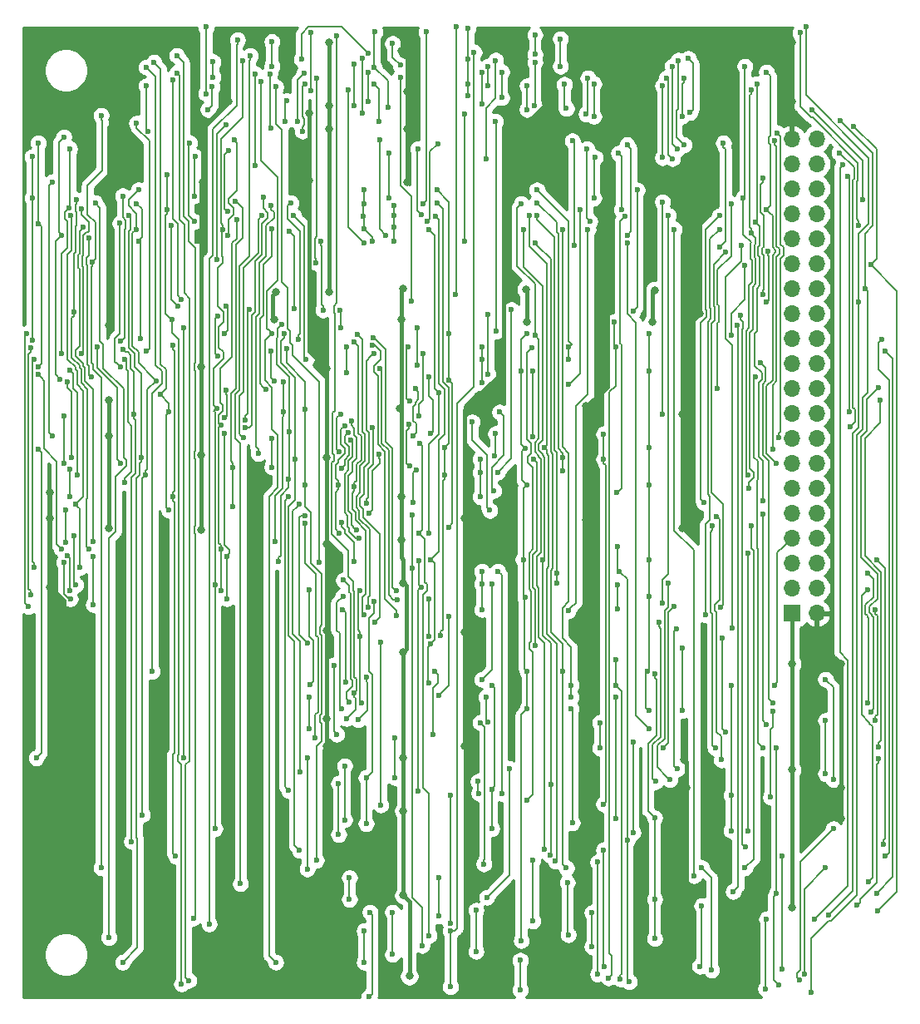
<source format=gbr>
G04 #@! TF.GenerationSoftware,KiCad,Pcbnew,(5.1.5-0-10_14)*
G04 #@! TF.CreationDate,2020-11-15T08:55:02+01:00*
G04 #@! TF.ProjectId,alu,616c752e-6b69-4636-9164-5f7063625858,2*
G04 #@! TF.SameCoordinates,Original*
G04 #@! TF.FileFunction,Copper,L2,Bot*
G04 #@! TF.FilePolarity,Positive*
%FSLAX46Y46*%
G04 Gerber Fmt 4.6, Leading zero omitted, Abs format (unit mm)*
G04 Created by KiCad (PCBNEW (5.1.5-0-10_14)) date 2020-11-15 08:55:02*
%MOMM*%
%LPD*%
G04 APERTURE LIST*
%ADD10R,1.700000X1.700000*%
%ADD11O,1.700000X1.700000*%
%ADD12C,0.800000*%
%ADD13C,0.600000*%
%ADD14C,0.400000*%
%ADD15C,0.200000*%
%ADD16C,0.254000*%
G04 APERTURE END LIST*
D10*
X188960000Y-110260000D03*
D11*
X191500000Y-110260000D03*
X188960000Y-107720000D03*
X191500000Y-107720000D03*
X188960000Y-105180000D03*
X191500000Y-105180000D03*
X188960000Y-102640000D03*
X191500000Y-102640000D03*
X188960000Y-100100000D03*
X191500000Y-100100000D03*
X188960000Y-97560000D03*
X191500000Y-97560000D03*
X188960000Y-95020000D03*
X191500000Y-95020000D03*
X188960000Y-92480000D03*
X191500000Y-92480000D03*
X188960000Y-89940000D03*
X191500000Y-89940000D03*
X188960000Y-87400000D03*
X191500000Y-87400000D03*
X188960000Y-84860000D03*
X191500000Y-84860000D03*
X188960000Y-82320000D03*
X191500000Y-82320000D03*
X188960000Y-79780000D03*
X191500000Y-79780000D03*
X188960000Y-77240000D03*
X191500000Y-77240000D03*
X188960000Y-74700000D03*
X191500000Y-74700000D03*
X188960000Y-72160000D03*
X191500000Y-72160000D03*
X188960000Y-69620000D03*
X191500000Y-69620000D03*
X188960000Y-67080000D03*
X191500000Y-67080000D03*
X188960000Y-64540000D03*
X191500000Y-64540000D03*
X188960000Y-62000000D03*
X191500000Y-62000000D03*
D12*
X119400000Y-66200000D03*
X119400000Y-81000000D03*
X114800000Y-130200000D03*
X113400000Y-107600000D03*
X113400000Y-98000000D03*
X128800000Y-94200000D03*
X128800000Y-85200000D03*
X129000000Y-66400000D03*
X122000000Y-58199998D03*
X131599999Y-58200000D03*
X139800000Y-66200000D03*
X141600000Y-85400000D03*
X141600000Y-94400000D03*
X141600000Y-103200000D03*
X141600000Y-112000000D03*
X141600000Y-121000000D03*
X141600000Y-130000000D03*
X143800000Y-144800000D03*
X143800000Y-147600000D03*
X155600000Y-123800000D03*
X155600000Y-112200000D03*
X155600000Y-100600000D03*
X157000000Y-88200000D03*
X168000000Y-123600000D03*
X168000000Y-112200000D03*
X168000000Y-100800000D03*
X168000000Y-89200000D03*
X170200000Y-66400000D03*
X160000000Y-66400000D03*
X194000000Y-115400000D03*
X194000000Y-131200000D03*
X178198951Y-139978235D03*
X155800000Y-146800000D03*
X177800000Y-101600000D03*
X177800000Y-90000000D03*
X179600000Y-79800000D03*
X180600000Y-66400000D03*
X149200000Y-53000000D03*
X149800000Y-66400000D03*
X149800000Y-57200000D03*
X149800000Y-61000000D03*
X164200000Y-58200000D03*
X174400000Y-58200000D03*
X189000000Y-52200000D03*
X178200000Y-144200000D03*
X128800000Y-101800000D03*
X161500000Y-60900000D03*
X189000000Y-58200000D03*
X180600000Y-58200000D03*
X113400000Y-100600000D03*
X141600000Y-123800000D03*
X139800000Y-59400000D03*
X178200000Y-128000000D03*
X194000000Y-128000000D03*
X178000000Y-125200000D03*
D13*
X128400000Y-72400000D03*
D12*
X149200000Y-98400000D03*
X149400000Y-114200000D03*
X149400000Y-125000000D03*
X149000000Y-89400000D03*
X149200000Y-80400000D03*
X149400000Y-77200000D03*
X162000000Y-80600000D03*
X161899990Y-77300010D03*
X174800000Y-80600000D03*
X175000000Y-77400000D03*
X141800000Y-58600000D03*
X141800000Y-52200000D03*
X149400000Y-139000000D03*
X119400000Y-101600000D03*
X119400000Y-92200000D03*
X136200000Y-80400000D03*
X136400000Y-77600000D03*
X141800000Y-61000000D03*
X141800000Y-77600000D03*
X150000000Y-147200000D03*
X189000000Y-126200000D03*
X149400000Y-130400000D03*
X189000000Y-140200000D03*
X149400000Y-107200000D03*
X149200000Y-102800000D03*
X189000000Y-115400000D03*
X119400000Y-88600000D03*
D13*
X168600000Y-144200000D03*
X168600000Y-140753477D03*
X149100000Y-54500000D03*
X148300000Y-52299990D03*
X197474894Y-109900000D03*
X197474936Y-121212719D03*
X196674906Y-107873219D03*
X196804369Y-137571350D03*
X196700000Y-106200000D03*
X196674686Y-119433320D03*
X197601124Y-104798876D03*
X198274938Y-133800000D03*
X187200000Y-117600000D03*
X184500021Y-104200000D03*
X184500021Y-132400000D03*
X186000000Y-100200000D03*
X186400000Y-121600000D03*
X184200000Y-136200000D03*
X184799999Y-101400000D03*
X184600000Y-97600000D03*
X184800000Y-57000000D03*
X117573766Y-86200000D03*
X117399988Y-72100001D03*
X184824277Y-71575733D03*
X186000000Y-98800000D03*
X185400000Y-56400000D03*
X120517681Y-70591145D03*
X120540526Y-85200000D03*
X185300000Y-70500000D03*
X187400000Y-95000000D03*
X186400004Y-69200000D03*
X186400004Y-55200000D03*
X116599979Y-83800000D03*
X116599990Y-69100000D03*
X184000000Y-68000000D03*
X184200000Y-54600000D03*
X120800000Y-67800000D03*
X120599979Y-82600000D03*
X184500021Y-96200000D03*
X114800000Y-61800000D03*
X172200000Y-71800000D03*
X177400000Y-54000000D03*
X187600004Y-92400000D03*
X147600000Y-71800000D03*
X114438410Y-86425004D03*
X178000000Y-62600010D03*
X172200000Y-62600010D03*
X146959930Y-62100020D03*
X187430133Y-61383315D03*
X114599932Y-71800000D03*
X132161083Y-62100063D03*
X131512171Y-71814581D03*
X112200000Y-70600000D03*
X128100000Y-70400000D03*
X127600000Y-62400000D03*
X112200000Y-62400000D03*
X151800000Y-70400000D03*
X168400000Y-70400000D03*
X176800000Y-54600000D03*
X187000004Y-93600000D03*
X112200021Y-85200000D03*
X177334345Y-63043769D03*
X168077777Y-63016670D03*
X152900000Y-62500031D03*
X187209989Y-62152441D03*
X115400000Y-63000000D03*
X171600000Y-69200000D03*
X176199990Y-55800000D03*
X193800000Y-63400000D03*
X114599945Y-83800000D03*
X176800000Y-64000000D03*
X171317030Y-63453588D03*
X150874149Y-62999998D03*
X151200000Y-69700000D03*
X115311666Y-69022470D03*
X131500000Y-69400000D03*
X131564458Y-63214616D03*
X194900000Y-91300000D03*
X111600000Y-68000000D03*
X128100000Y-67800000D03*
X128200000Y-63800000D03*
X111600000Y-63800000D03*
X168800000Y-68000000D03*
X175800000Y-63899969D03*
X111636368Y-82501343D03*
X175799979Y-56600000D03*
X168937485Y-63893510D03*
X147899990Y-68000000D03*
X147923574Y-63438623D03*
X194800000Y-89800000D03*
X194700000Y-65800000D03*
X198000000Y-88600000D03*
X197800021Y-123880088D03*
X197800000Y-87300000D03*
X197000010Y-120300000D03*
X187000000Y-119400000D03*
X185799990Y-84800000D03*
X186000000Y-124000000D03*
X185300043Y-86200000D03*
X197599990Y-138800000D03*
X198500021Y-83600000D03*
X198100010Y-82400000D03*
X198500010Y-135000000D03*
X183772883Y-79944124D03*
X184250020Y-134064245D03*
X183000000Y-138600000D03*
X183400000Y-81000000D03*
X156000000Y-56400000D03*
X156000000Y-53850000D03*
X190400000Y-50600000D03*
X156000000Y-50699947D03*
X156000000Y-57599990D03*
X153000000Y-141100000D03*
X153000000Y-137200000D03*
X143900000Y-137200000D03*
X143900000Y-139400000D03*
X195800021Y-78600000D03*
X192700000Y-141000000D03*
X158000000Y-56600000D03*
X158000000Y-54600000D03*
X162000000Y-56600000D03*
X193868266Y-60131734D03*
X196400000Y-77200000D03*
X162000000Y-59000006D03*
X190900000Y-148900000D03*
X145900000Y-149300012D03*
X146000000Y-140700000D03*
X195292531Y-60707469D03*
X197000000Y-74800000D03*
X197700000Y-140600002D03*
X148300000Y-145000000D03*
X148300000Y-140700000D03*
X147800000Y-58800000D03*
X146424696Y-54700243D03*
X146500000Y-51099990D03*
X140000000Y-51200000D03*
X140000000Y-57100000D03*
X183800000Y-72800000D03*
X182900000Y-111800000D03*
X177200000Y-111900000D03*
X157900000Y-139189990D03*
X160200000Y-126100000D03*
X177300000Y-126100000D03*
X150200000Y-78500000D03*
X149100000Y-55700000D03*
X126800000Y-78300000D03*
X125900000Y-56000000D03*
X186400000Y-78600000D03*
X186540798Y-73417393D03*
X145400000Y-67200000D03*
X145375735Y-68575735D03*
X145275735Y-69875735D03*
X145375735Y-71175735D03*
X148400000Y-69800000D03*
X148424263Y-70975734D03*
X148400000Y-72425000D03*
X148400000Y-68800013D03*
X162800000Y-53400000D03*
X146200000Y-72425000D03*
X189799998Y-51200000D03*
X162800000Y-51400000D03*
X151400000Y-68600000D03*
X151700000Y-51099976D03*
X195800021Y-70769730D03*
X165800000Y-56450000D03*
X166000000Y-58900000D03*
X191000000Y-59000000D03*
X196200036Y-68200000D03*
X129300000Y-57400000D03*
X129300000Y-50600000D03*
X154800000Y-50600000D03*
X154700000Y-77800000D03*
X186000000Y-66000000D03*
X186000039Y-77824719D03*
X194175735Y-64624265D03*
X191300000Y-141400000D03*
X161300000Y-145600000D03*
X161300000Y-148600000D03*
X186300000Y-148500000D03*
X186400000Y-141400000D03*
X126300000Y-55300000D03*
X127515543Y-147642229D03*
X178000000Y-55800000D03*
X168800000Y-56400000D03*
X168800000Y-59700041D03*
X177800000Y-59700045D03*
X178400000Y-53800000D03*
X168200000Y-55800000D03*
X168001926Y-59455651D03*
X178599999Y-59300020D03*
X158809265Y-81590735D03*
X146400000Y-56400000D03*
X174400000Y-81800000D03*
X174400000Y-85600000D03*
X174400000Y-93400000D03*
X174400000Y-97200000D03*
X174400000Y-104800000D03*
X174400000Y-108600000D03*
X174400000Y-120200000D03*
X162000000Y-120000000D03*
X162000000Y-116200000D03*
X162000000Y-81800000D03*
X161599934Y-104800000D03*
X161799933Y-108691137D03*
X161999913Y-97200000D03*
X161399923Y-85637223D03*
X161799934Y-93467617D03*
X182800000Y-82000000D03*
X161400000Y-143600000D03*
X158775728Y-60224272D03*
X146942878Y-60257122D03*
X184199996Y-74900000D03*
X174239898Y-116150377D03*
X192400000Y-121200000D03*
X192400000Y-126600000D03*
X158400000Y-117600000D03*
X130200000Y-132200000D03*
X158400000Y-132200000D03*
X115800000Y-102400000D03*
X116000000Y-107400000D03*
X130200000Y-107400000D03*
X133000000Y-54000000D03*
X130400000Y-89400000D03*
X131000010Y-71200000D03*
X158400000Y-128200032D03*
X115000000Y-103050000D03*
X115000000Y-99800000D03*
X152000000Y-71200000D03*
X181200000Y-124000000D03*
X152000000Y-102100000D03*
X124000000Y-54200000D03*
X124600000Y-88000000D03*
X153000010Y-87800000D03*
X125499968Y-89800000D03*
X125499968Y-99800010D03*
X180899979Y-101400000D03*
X115600000Y-94400000D03*
X115173721Y-86740181D03*
X192400000Y-117000000D03*
X159000000Y-106000000D03*
X115400000Y-108000000D03*
X130800000Y-108000000D03*
X193200000Y-127200000D03*
X115199990Y-104400000D03*
X117800000Y-103000000D03*
X116795961Y-70989959D03*
X130800010Y-103768887D03*
X130800010Y-91144643D03*
X132394938Y-70241607D03*
X159400000Y-128600043D03*
X177800000Y-120200000D03*
X177800000Y-113800000D03*
X152200000Y-113400000D03*
X115469901Y-108796941D03*
X131400000Y-108800000D03*
X131400000Y-104500001D03*
X114787929Y-105085730D03*
X152700010Y-69881989D03*
X152200012Y-104800000D03*
X152000021Y-117400000D03*
X131200021Y-91928023D03*
X116200000Y-96200000D03*
X115402164Y-85529302D03*
X121000000Y-84400000D03*
X121000000Y-97000000D03*
X116400000Y-105600000D03*
X136000000Y-92450000D03*
X136000000Y-95400000D03*
X132000000Y-95400000D03*
X132000000Y-99400000D03*
X158800000Y-92000000D03*
X158675728Y-94275728D03*
X162799957Y-113589990D03*
X162667479Y-94633257D03*
X115999979Y-99200000D03*
X115499990Y-69800000D03*
X132268273Y-68331727D03*
X137800000Y-91800002D03*
X152800000Y-68505000D03*
X182200000Y-122335000D03*
X153600021Y-96199990D03*
X153600021Y-93375716D03*
X137699990Y-96600010D03*
X136699957Y-105000000D03*
X137000000Y-80900000D03*
X153200033Y-112573087D03*
X181900000Y-112800000D03*
X118200000Y-83200000D03*
X120599979Y-95000000D03*
X187024265Y-120224265D03*
X186800000Y-129000000D03*
X126400000Y-79000000D03*
X162499989Y-83224030D03*
X117387927Y-103779912D03*
X115799957Y-79600000D03*
X125775723Y-70824267D03*
X116100000Y-68200000D03*
X133300011Y-90591424D03*
X133711656Y-79324989D03*
X162000000Y-129299970D03*
X152800000Y-67200000D03*
X137200000Y-89800000D03*
X181800000Y-125200000D03*
X154000032Y-81800000D03*
X154000032Y-101530956D03*
X154056570Y-86554313D03*
X136299946Y-103000000D03*
X137138682Y-86707194D03*
X181299990Y-100399998D03*
X171000000Y-115000000D03*
X171000000Y-117600000D03*
X192400000Y-136200000D03*
X125299473Y-69216905D03*
X125800000Y-80400000D03*
X113600000Y-92200000D03*
X113600000Y-66400000D03*
X126800000Y-148000000D03*
X125299990Y-65629197D03*
X190300000Y-147000000D03*
X171500000Y-147500000D03*
X165600000Y-116200000D03*
X139600000Y-125000000D03*
X112000000Y-125000000D03*
X127000000Y-81200000D03*
X162800000Y-72599996D03*
X112200021Y-93600000D03*
X127000002Y-125000000D03*
X139600000Y-136300000D03*
X166000000Y-136200000D03*
X114529462Y-103700000D03*
X112200021Y-86000003D03*
X122224265Y-68575735D03*
X114800000Y-95000000D03*
X114800000Y-90200000D03*
X120800000Y-83400000D03*
X122600021Y-82314479D03*
X172200000Y-133400000D03*
X171400000Y-106000000D03*
X171200000Y-103523322D03*
X193200000Y-132200000D03*
X122400043Y-72405000D03*
X121900010Y-90000000D03*
X121700000Y-133500000D03*
X172400000Y-147799990D03*
X189789950Y-147616335D03*
X161600000Y-71200000D03*
X115400000Y-95600000D03*
X115400000Y-98400000D03*
X126200000Y-135000000D03*
X163599968Y-104800000D03*
X125899979Y-83000000D03*
X125899979Y-98400000D03*
X164327706Y-134904962D03*
X164400000Y-127699926D03*
X111800021Y-84400000D03*
X111800021Y-105600000D03*
X111400000Y-108400010D03*
X111400010Y-83265642D03*
X122200000Y-71200000D03*
X122400000Y-67200000D03*
X169799990Y-129699999D03*
X169799990Y-92056656D03*
X169799990Y-94600000D03*
X124200000Y-86599992D03*
X123099998Y-96213543D03*
X122800032Y-130800000D03*
X135899977Y-83608491D03*
X136200000Y-86600000D03*
X162200000Y-69805000D03*
X169200000Y-135600000D03*
X179800000Y-136200000D03*
X139400000Y-89508999D03*
X163799968Y-93372572D03*
X139400010Y-97200010D03*
X140526550Y-135399979D03*
X164874650Y-135488804D03*
X137500000Y-83300000D03*
X180800000Y-146599957D03*
X169200000Y-146999968D03*
X117800000Y-109400000D03*
X111200000Y-109600000D03*
X111000000Y-81800000D03*
X117799990Y-104465641D03*
X170900000Y-80600000D03*
X171000000Y-83200000D03*
X188000000Y-134999999D03*
X145400000Y-145800000D03*
X145400000Y-142600000D03*
X120800000Y-145800000D03*
X136400000Y-145800000D03*
X121434045Y-69770964D03*
X134920417Y-56196044D03*
X122700021Y-94400000D03*
X135999989Y-81779701D03*
X170300000Y-147399979D03*
X187989631Y-146499978D03*
X138400000Y-94600000D03*
X161400000Y-68600000D03*
X169800000Y-134365000D03*
X179800000Y-140044990D03*
X138800000Y-134400000D03*
X149926894Y-91057034D03*
X162800000Y-82000000D03*
X150000000Y-95300010D03*
X163789522Y-134313035D03*
X137228260Y-81821988D03*
X179600000Y-146199946D03*
X169880842Y-146214476D03*
X139100000Y-61200000D03*
X139400000Y-56400000D03*
X123200000Y-83600000D03*
X122203956Y-60400010D03*
X195600000Y-140000000D03*
X175000000Y-131100000D03*
X175000000Y-139400000D03*
X175000000Y-143400000D03*
X197800021Y-125071722D03*
X174999968Y-116400002D03*
X187400000Y-124000000D03*
X187400000Y-138800000D03*
X156600000Y-53200000D03*
X154200000Y-142599990D03*
X154200000Y-148300000D03*
X187600000Y-148100000D03*
X182800000Y-132400000D03*
X182800000Y-117600000D03*
X182800000Y-128800000D03*
X154200000Y-128800000D03*
X154200000Y-141799977D03*
X141000000Y-72405000D03*
X141200000Y-79400010D03*
X131311612Y-78975064D03*
X131200020Y-81800000D03*
X137800000Y-71400000D03*
X138299965Y-79300000D03*
X130500000Y-80000000D03*
X130500000Y-84100000D03*
X138223860Y-69799988D03*
X139500000Y-84400000D03*
X137925131Y-68505010D03*
X138699978Y-82400000D03*
X135110028Y-67889972D03*
X133314508Y-91391302D03*
X134600000Y-94000000D03*
X135924173Y-68784123D03*
X135000000Y-69800000D03*
X133100000Y-92400000D03*
X135999988Y-71104306D03*
X135380549Y-87517094D03*
X131200021Y-90376719D03*
X131300021Y-87524979D03*
X140500000Y-74600000D03*
X140600000Y-55800000D03*
X126300000Y-53500000D03*
X128000000Y-141300000D03*
X152600000Y-116200000D03*
X152400000Y-122600000D03*
X142600000Y-122600000D03*
X123200000Y-54700000D03*
X123800000Y-116200000D03*
X142300000Y-115600008D03*
X181600000Y-73000000D03*
X123200000Y-56600000D03*
X123400000Y-61200000D03*
X182000000Y-62400000D03*
X129900000Y-56700000D03*
X129500000Y-59000000D03*
X137300000Y-60200000D03*
X137500000Y-58100000D03*
X130000000Y-54150000D03*
X130000000Y-55700000D03*
X139000000Y-53900000D03*
X145824696Y-53300000D03*
X136000000Y-54600000D03*
X136000000Y-52100000D03*
X132500000Y-51900000D03*
X129600000Y-141900000D03*
X166800000Y-72800000D03*
X145200000Y-59400000D03*
X145200000Y-53800000D03*
X166599997Y-62199997D03*
X155600000Y-72400000D03*
X144400000Y-58600000D03*
X144400000Y-54400000D03*
X155600000Y-59499965D03*
X145800000Y-55200000D03*
X145800000Y-58200000D03*
X159400000Y-55200000D03*
X138600000Y-60200000D03*
X159400000Y-57799990D03*
X139266317Y-55349789D03*
X130400000Y-74300000D03*
X131300000Y-60599945D03*
X143800000Y-57000000D03*
X145400000Y-72600000D03*
X157400000Y-55200000D03*
X162800000Y-54200003D03*
X162724539Y-58599990D03*
X157400000Y-58400000D03*
X142600000Y-51500000D03*
X165400000Y-54600000D03*
X165400000Y-51800010D03*
X143600000Y-120999998D03*
X144382269Y-118354281D03*
X156800000Y-144700000D03*
X156800000Y-140500000D03*
X118000000Y-68500000D03*
X119400000Y-143300000D03*
X177000000Y-71200000D03*
X179000000Y-137000000D03*
X157200000Y-121400000D03*
X157600000Y-135799990D03*
X175800000Y-109200000D03*
X176400000Y-69800000D03*
X158600000Y-97800000D03*
X159204142Y-89795858D03*
X175800000Y-90000000D03*
X175800000Y-68400000D03*
X158000000Y-86000000D03*
X173200010Y-67200000D03*
X172800000Y-79500010D03*
X158000000Y-79900021D03*
X182800010Y-68600000D03*
X181400000Y-87400000D03*
X180000000Y-99000000D03*
X181600000Y-69805000D03*
X181600000Y-71200000D03*
X180186626Y-110464290D03*
X169400000Y-121400000D03*
X169400000Y-124000000D03*
X177000000Y-109600000D03*
X182200010Y-73552215D03*
X181700000Y-109700000D03*
X175900000Y-124000000D03*
X166499999Y-118800000D03*
X166499999Y-117600000D03*
X165600000Y-71200000D03*
X163000000Y-69805000D03*
X165000000Y-106200000D03*
X165000000Y-107200000D03*
X171200000Y-107400000D03*
X171200000Y-109873342D03*
X163000000Y-68505000D03*
X165600000Y-95800000D03*
X165647484Y-94399988D03*
X163000000Y-67200000D03*
X166247494Y-84400000D03*
X166247494Y-83200000D03*
X167400000Y-69200000D03*
X157400000Y-86800000D03*
X157400000Y-84400000D03*
X157400000Y-83200000D03*
X166247494Y-87000000D03*
X171149873Y-97998403D03*
X172000000Y-69892821D03*
X157200000Y-95936656D03*
X157200000Y-94599080D03*
X157200000Y-98400000D03*
X166200000Y-110000000D03*
X168200000Y-71200000D03*
X157400000Y-109900000D03*
X157400000Y-107300000D03*
X157399996Y-106000000D03*
X172200000Y-72600003D03*
X174400000Y-122000000D03*
X157800000Y-118800000D03*
X157996044Y-121320417D03*
X118600000Y-59600000D03*
X135800000Y-55399998D03*
X118600000Y-136200000D03*
X162600000Y-141600000D03*
X117700000Y-74500000D03*
X135904065Y-60893597D03*
X162569730Y-135399979D03*
X139800000Y-118800000D03*
X139800000Y-121999998D03*
X144800000Y-121099979D03*
X145600034Y-116808475D03*
X157387867Y-117012133D03*
X158400000Y-107300000D03*
X153000000Y-118600000D03*
X154000022Y-110600000D03*
X145000032Y-112600000D03*
X144994461Y-107987041D03*
X145100011Y-119376834D03*
X152000021Y-108811675D03*
X152000021Y-112600000D03*
X144384860Y-82635327D03*
X145400043Y-110400000D03*
X144400043Y-97426411D03*
X158200000Y-99800000D03*
X143600000Y-83200000D03*
X143600000Y-85800000D03*
X152000000Y-86200000D03*
X156400000Y-90799998D03*
X152200000Y-92000000D03*
X159000000Y-95936656D03*
X143000000Y-81200000D03*
X142900000Y-79400000D03*
X160400000Y-79389968D03*
X150800000Y-85000000D03*
X150800000Y-81200000D03*
X150000369Y-88703836D03*
X149900000Y-83200000D03*
X146500010Y-111200000D03*
X146400021Y-83800000D03*
X145600000Y-127000000D03*
X166600000Y-131600000D03*
X166499999Y-120000000D03*
X146400021Y-109047808D03*
X145600000Y-131700020D03*
X172800000Y-123400000D03*
X172800000Y-132600000D03*
X142800000Y-132800000D03*
X142800000Y-127600000D03*
X171000000Y-118800000D03*
X171000000Y-131200000D03*
X143400000Y-125800000D03*
X143400000Y-131300010D03*
X176400000Y-107200000D03*
X176542246Y-127199992D03*
X175399979Y-111200000D03*
X157000000Y-127400010D03*
X175100002Y-127400010D03*
X157090887Y-128600022D03*
X144400010Y-105001103D03*
X151000000Y-104900000D03*
X151200000Y-107600000D03*
X150900000Y-128400000D03*
X143100031Y-101023125D03*
X142996789Y-89985601D03*
X142830647Y-93795209D03*
X150400000Y-99000000D03*
X150695800Y-95694829D03*
X143100051Y-95500000D03*
X143799923Y-91872766D03*
X143415400Y-91171224D03*
X142875012Y-102116904D03*
X142799978Y-97237893D03*
X151000000Y-102100000D03*
X151052986Y-92958958D03*
X162573359Y-92296934D03*
X162599935Y-85600000D03*
X152018269Y-143081721D03*
X150600000Y-87400010D03*
X150400000Y-92200000D03*
X151400000Y-83800000D03*
X151000000Y-90200000D03*
X139800000Y-107900000D03*
X139900000Y-117500000D03*
X143300000Y-106900000D03*
X143900000Y-119300000D03*
X143100000Y-119996000D03*
X143249176Y-108531181D03*
X143200000Y-109892000D03*
X143500000Y-117300000D03*
X144700000Y-81900000D03*
X145800054Y-109647810D03*
X148700000Y-110500000D03*
X146260431Y-83002273D03*
X148800000Y-108900000D03*
X146999990Y-85400000D03*
X148700000Y-108000000D03*
X146348700Y-82207154D03*
X140400000Y-123000000D03*
X148500000Y-127000001D03*
X148500000Y-123000000D03*
X139399990Y-101124265D03*
X139600000Y-113300000D03*
X147100000Y-129800000D03*
X147100000Y-113200000D03*
X139399990Y-100324252D03*
X137699990Y-98400000D03*
X137699990Y-128300000D03*
X138900000Y-126400000D03*
X138800000Y-99169758D03*
X146199968Y-91339002D03*
X145600076Y-99090007D03*
X146900043Y-94100000D03*
X145900087Y-100099991D03*
X144010400Y-92672706D03*
X144855771Y-102628646D03*
X144099968Y-90700000D03*
X144602660Y-101807301D03*
X136400000Y-56700000D03*
X140800000Y-105100000D03*
X150300000Y-105700000D03*
X150300000Y-100300000D03*
X151300000Y-144100000D03*
X133800000Y-53524999D03*
X132800000Y-137800000D03*
X166100000Y-137700000D03*
X166200000Y-143000000D03*
X158800000Y-54000000D03*
X157800000Y-64000000D03*
X134300000Y-55400000D03*
X134300000Y-64700026D03*
D14*
X119400000Y-66200000D02*
X119400000Y-81000000D01*
X114800000Y-109000000D02*
X113400000Y-107600000D01*
X114800000Y-130200000D02*
X114800000Y-109000000D01*
X128800000Y-94200000D02*
X128800000Y-85200000D01*
X128800000Y-66600000D02*
X129000000Y-66400000D01*
X121600001Y-58599997D02*
X122000000Y-58199998D01*
X119400000Y-60799998D02*
X121600001Y-58599997D01*
X119400000Y-66200000D02*
X119400000Y-60799998D01*
X129000000Y-66400000D02*
X129000000Y-60799999D01*
X129000000Y-60799999D02*
X131200000Y-58599999D01*
X131200000Y-58599999D02*
X131599999Y-58200000D01*
X139800000Y-83600000D02*
X141600000Y-85400000D01*
X139800000Y-66200000D02*
X139800000Y-83600000D01*
X141600000Y-85400000D02*
X141600000Y-94400000D01*
X141600000Y-94400000D02*
X141600000Y-103200000D01*
X141600000Y-103200000D02*
X141600000Y-112000000D01*
X141600000Y-112000000D02*
X141600000Y-121000000D01*
X141600000Y-142600000D02*
X143800000Y-144800000D01*
X141600000Y-130000000D02*
X141600000Y-142600000D01*
X143800000Y-147600000D02*
X143800000Y-144800000D01*
X155600000Y-123800000D02*
X155600000Y-112200000D01*
X155600000Y-112200000D02*
X155600000Y-100600000D01*
X155600000Y-89600000D02*
X157000000Y-88200000D01*
X155600000Y-100600000D02*
X155600000Y-89600000D01*
X168000000Y-123600000D02*
X168000000Y-112200000D01*
X168000000Y-112200000D02*
X168000000Y-100800000D01*
X168000000Y-100800000D02*
X168000000Y-89200000D01*
X159600001Y-66799999D02*
X160000000Y-66400000D01*
X159600001Y-85599999D02*
X159600001Y-66799999D01*
X157000000Y-88200000D02*
X159600001Y-85599999D01*
X170200000Y-87200000D02*
X170200000Y-66400000D01*
X168200000Y-89200000D02*
X170200000Y-87200000D01*
X168000000Y-89200000D02*
X168200000Y-89200000D01*
X191500000Y-111462081D02*
X191500000Y-110260000D01*
X191500000Y-113465685D02*
X191500000Y-111462081D01*
X193434315Y-115400000D02*
X191500000Y-113465685D01*
X194000000Y-115400000D02*
X193434315Y-115400000D01*
X155800000Y-124000000D02*
X155600000Y-123800000D01*
X155800000Y-146800000D02*
X155800000Y-124000000D01*
X177800000Y-101600000D02*
X177800000Y-90000000D01*
X177800000Y-81600000D02*
X179600000Y-79800000D01*
X177800000Y-90000000D02*
X177800000Y-81600000D01*
X179600000Y-67400000D02*
X180600000Y-66400000D01*
X179600000Y-79800000D02*
X179600000Y-67400000D01*
X149200000Y-53000000D02*
X149800000Y-53600000D01*
X149800000Y-53600000D02*
X149800000Y-57200000D01*
X149800000Y-61000000D02*
X149800000Y-66400000D01*
X149800000Y-57200000D02*
X149800000Y-61000000D01*
X160000000Y-66400000D02*
X160000000Y-62400000D01*
X170200000Y-62400000D02*
X174400000Y-58200000D01*
X170200000Y-66400000D02*
X170200000Y-62400000D01*
X189000000Y-61960000D02*
X188960000Y-62000000D01*
X178200000Y-139979284D02*
X178198951Y-139978235D01*
X178200000Y-144200000D02*
X178200000Y-139979284D01*
X128800000Y-101800000D02*
X128800000Y-94200000D01*
X161500000Y-60900000D02*
X164200000Y-58200000D01*
X160000000Y-62400000D02*
X161500000Y-60900000D01*
X189000000Y-58200000D02*
X189000000Y-61960000D01*
X189000000Y-52200000D02*
X189000000Y-58200000D01*
X180600000Y-66400000D02*
X180600000Y-58200000D01*
X113400000Y-100600000D02*
X113400000Y-98000000D01*
X113400000Y-107600000D02*
X113400000Y-100600000D01*
X141600000Y-123800000D02*
X141600000Y-130000000D01*
X141600000Y-121000000D02*
X141600000Y-123800000D01*
X139800000Y-66200000D02*
X139800000Y-59400000D01*
X178198951Y-128001049D02*
X178200000Y-128000000D01*
X178198951Y-139978235D02*
X178198951Y-128001049D01*
X194000000Y-128000000D02*
X194000000Y-115400000D01*
X194000000Y-131200000D02*
X194000000Y-128000000D01*
X178200000Y-125400000D02*
X178000000Y-125200000D01*
X178200000Y-128000000D02*
X178200000Y-125400000D01*
D15*
X128400000Y-72400000D02*
X128800000Y-72400000D01*
D14*
X128800000Y-72400000D02*
X128800000Y-66600000D01*
X128800000Y-85200000D02*
X128800000Y-72400000D01*
X149200000Y-104600000D02*
X149400000Y-104800000D01*
X149400000Y-114200000D02*
X149400000Y-125000000D01*
X149200000Y-89600000D02*
X149000000Y-89400000D01*
X149200000Y-98400000D02*
X149200000Y-89600000D01*
X149200000Y-89200000D02*
X149000000Y-89400000D01*
X149200000Y-80400000D02*
X149200000Y-89200000D01*
X149200000Y-77400000D02*
X149400000Y-77200000D01*
X149200000Y-80400000D02*
X149200000Y-77400000D01*
X162000000Y-77400020D02*
X161899990Y-77300010D01*
X162000000Y-80600000D02*
X162000000Y-77400020D01*
X174800000Y-77600000D02*
X175000000Y-77400000D01*
X174800000Y-80600000D02*
X174800000Y-77600000D01*
X141800000Y-58600000D02*
X141800000Y-52200000D01*
X119400000Y-101600000D02*
X119400000Y-92200000D01*
X141800000Y-61000000D02*
X141800000Y-58600000D01*
X141800000Y-61000000D02*
X141800000Y-77600000D01*
X150000000Y-139600000D02*
X149400000Y-139000000D01*
X150000000Y-147200000D02*
X150000000Y-139600000D01*
X189000000Y-110300000D02*
X188960000Y-110260000D01*
X149400000Y-130400000D02*
X149400000Y-139000000D01*
X149400000Y-125000000D02*
X149400000Y-130400000D01*
X189000000Y-126200000D02*
X189000000Y-140200000D01*
X149400000Y-104800000D02*
X149400000Y-107200000D01*
X149200000Y-102800000D02*
X149200000Y-104600000D01*
X149200000Y-98400000D02*
X149200000Y-102800000D01*
X189000000Y-115400000D02*
X189000000Y-110300000D01*
X189000000Y-126200000D02*
X189000000Y-115400000D01*
X119400000Y-88600000D02*
X119400000Y-92200000D01*
X149700000Y-107500000D02*
X149700000Y-113900000D01*
X149700000Y-113900000D02*
X149400000Y-114200000D01*
X149400000Y-107200000D02*
X149700000Y-107500000D01*
D15*
X168600000Y-144200000D02*
X168600000Y-140753477D01*
D14*
X136100000Y-77900000D02*
X136400000Y-77600000D01*
X136100000Y-80300000D02*
X136100000Y-77900000D01*
X136200000Y-80400000D02*
X136100000Y-80300000D01*
D15*
X148300000Y-53700000D02*
X148300000Y-52299990D01*
X149100000Y-54500000D02*
X148300000Y-53700000D01*
X197474894Y-110324264D02*
X197674935Y-110524305D01*
X197674935Y-110524305D02*
X197674935Y-120588456D01*
X197674935Y-120588456D02*
X197474936Y-120788455D01*
X197474894Y-109900000D02*
X197474894Y-110324264D01*
X197474936Y-120788455D02*
X197474936Y-121212719D01*
X196074684Y-108473441D02*
X196074684Y-120608984D01*
X196874934Y-121487644D02*
X197200011Y-121812721D01*
X196874934Y-121409234D02*
X196874934Y-121487644D01*
X196674906Y-107873219D02*
X196074684Y-108473441D01*
X197104368Y-137271351D02*
X196804369Y-137571350D01*
X196074684Y-120608984D02*
X196874934Y-121409234D01*
X197200011Y-121812721D02*
X197200011Y-137175708D01*
X197200011Y-137175708D02*
X197104368Y-137271351D01*
X196800011Y-119307995D02*
X196674686Y-119433320D01*
X196474881Y-109446309D02*
X196474881Y-110353691D01*
X196674872Y-110655640D02*
X196800011Y-110780779D01*
X196800011Y-110780779D02*
X196800011Y-119307995D01*
X196674872Y-110553682D02*
X196674872Y-110655640D01*
X196700000Y-106200000D02*
X197274924Y-106774924D01*
X197274924Y-106774924D02*
X197274924Y-108646268D01*
X196474881Y-110353691D02*
X196674872Y-110553682D01*
X197274924Y-108646268D02*
X196474881Y-109446309D01*
X197601124Y-104798876D02*
X198474957Y-105672709D01*
X198474957Y-133175717D02*
X198274938Y-133375736D01*
X198474957Y-105672709D02*
X198474957Y-133175717D01*
X198274938Y-133375736D02*
X198274938Y-133800000D01*
X188110001Y-103489999D02*
X188960000Y-102640000D01*
X187499999Y-104100001D02*
X188110001Y-103489999D01*
X187499999Y-117300001D02*
X187499999Y-104100001D01*
X187200000Y-117600000D02*
X187499999Y-117300001D01*
X184500021Y-132400000D02*
X184500021Y-131975736D01*
X184500021Y-131975736D02*
X184500021Y-104200000D01*
X186000000Y-100200000D02*
X186000000Y-121200000D01*
X186000000Y-121200000D02*
X186400000Y-121600000D01*
X185100023Y-103911998D02*
X184799999Y-103611974D01*
X184799999Y-103611974D02*
X184799999Y-101824264D01*
X185100023Y-135299977D02*
X185100023Y-103911998D01*
X184799999Y-101824264D02*
X184799999Y-101400000D01*
X184200000Y-136200000D02*
X185100023Y-135299977D01*
X117099999Y-74111999D02*
X117399988Y-73812010D01*
X117573766Y-86200000D02*
X117399978Y-86026212D01*
X117399978Y-86026212D02*
X117399978Y-85117997D01*
X117199989Y-74887991D02*
X117099999Y-74788001D01*
X117399978Y-85117997D02*
X117199989Y-84918008D01*
X117099999Y-74788001D02*
X117099999Y-74111999D01*
X117199989Y-84918008D02*
X117199989Y-74887991D01*
X117399988Y-73812010D02*
X117399988Y-72524265D01*
X117399988Y-72524265D02*
X117399988Y-72100001D01*
X184674277Y-71001469D02*
X184824277Y-71151469D01*
X184600000Y-97600000D02*
X184600000Y-96988025D01*
X184800000Y-57000000D02*
X184800000Y-57424264D01*
X185300012Y-72051468D02*
X185124276Y-71875732D01*
X185300012Y-72638775D02*
X185300012Y-72051468D01*
X185124276Y-71875732D02*
X184824277Y-71575733D01*
X185100023Y-95911998D02*
X184700033Y-95512008D01*
X184600000Y-96988025D02*
X185100023Y-96488002D01*
X184674277Y-57549987D02*
X184674277Y-71001469D01*
X185100023Y-96488002D02*
X185100023Y-95911998D01*
X184800000Y-57424264D02*
X184674277Y-57549987D01*
X184700033Y-81719369D02*
X185000018Y-81419384D01*
X185140774Y-74036773D02*
X185140774Y-72798013D01*
X185140774Y-72798013D02*
X185300012Y-72638775D01*
X185000018Y-81419384D02*
X185000018Y-77031382D01*
X184700033Y-95512008D02*
X184700033Y-81719369D01*
X185000018Y-77031382D02*
X185300012Y-76731388D01*
X185300012Y-76731388D02*
X185300012Y-74196011D01*
X184824277Y-71151469D02*
X184824277Y-71575733D01*
X185300012Y-74196011D02*
X185140774Y-74036773D01*
X119999977Y-82311998D02*
X119999977Y-84659451D01*
X120517681Y-81794294D02*
X119999977Y-82311998D01*
X120240527Y-84900001D02*
X120540526Y-85200000D01*
X119999977Y-84659451D02*
X120240527Y-84900001D01*
X120517681Y-70591145D02*
X120517681Y-81794294D01*
X185400000Y-56400000D02*
X185400000Y-70400000D01*
X185400000Y-70400000D02*
X185300000Y-70500000D01*
X185400029Y-81585073D02*
X185400029Y-77197071D01*
X186000000Y-94731400D02*
X185599979Y-94331379D01*
X186000000Y-98800000D02*
X186000000Y-94731400D01*
X185599999Y-70799999D02*
X185300000Y-70500000D01*
X185540785Y-73871084D02*
X185540785Y-72963702D01*
X185199988Y-85088002D02*
X185199988Y-81785114D01*
X185599979Y-94331379D02*
X185599979Y-86788068D01*
X185599979Y-86788068D02*
X185900045Y-86488002D01*
X185900045Y-86488002D02*
X185900045Y-85788059D01*
X185900045Y-85788059D02*
X185199988Y-85088002D01*
X185700023Y-74030322D02*
X185540785Y-73871084D01*
X185199988Y-81785114D02*
X185400029Y-81585073D01*
X185540785Y-72963702D02*
X185700023Y-72804464D01*
X185700023Y-72804464D02*
X185700023Y-70900023D01*
X185400029Y-77197071D02*
X185700023Y-76897077D01*
X185700023Y-76897077D02*
X185700023Y-74030322D01*
X185700023Y-70900023D02*
X185599999Y-70799999D01*
X186800000Y-55599996D02*
X186400004Y-55200000D01*
X186609987Y-61864439D02*
X186800000Y-61674426D01*
X186800000Y-68800004D02*
X186800000Y-62630456D01*
X186800000Y-61674426D02*
X186800000Y-55599996D01*
X186800000Y-62630456D02*
X186609987Y-62440443D01*
X186400004Y-69200000D02*
X186800000Y-68800004D01*
X186609987Y-62440443D02*
X186609987Y-61864439D01*
X116599979Y-83800000D02*
X116799978Y-83600001D01*
X116699988Y-74953690D02*
X116699988Y-73946310D01*
X117399999Y-70465701D02*
X116599990Y-69665692D01*
X117399999Y-71411997D02*
X117399999Y-70465701D01*
X116699988Y-73946310D02*
X116799986Y-73846312D01*
X116599990Y-69524264D02*
X116599990Y-69100000D01*
X116799978Y-83600001D02*
X116799978Y-75053680D01*
X117111986Y-71499999D02*
X117311998Y-71499998D01*
X117311998Y-71499998D02*
X117399999Y-71411997D01*
X116799978Y-75053680D02*
X116699988Y-74953690D01*
X116799986Y-71811999D02*
X117111986Y-71499999D01*
X116799986Y-73846312D02*
X116799986Y-71811999D01*
X116599990Y-69665692D02*
X116599990Y-69524264D01*
X186400004Y-94000004D02*
X186400004Y-87119443D01*
X187400000Y-95000000D02*
X186400004Y-94000004D01*
X186400004Y-87119443D02*
X187009977Y-86509470D01*
X187009977Y-86509470D02*
X187009977Y-73816621D01*
X187300068Y-73333470D02*
X187009977Y-73043379D01*
X187300068Y-73526530D02*
X187300068Y-73333470D01*
X187009977Y-69809973D02*
X186700003Y-69499999D01*
X186700003Y-69499999D02*
X186400004Y-69200000D01*
X187009977Y-73043379D02*
X187009977Y-69809973D01*
X187009977Y-73816621D02*
X187300068Y-73526530D01*
X184200000Y-67800000D02*
X184000000Y-68000000D01*
X184200000Y-54600000D02*
X184200000Y-67800000D01*
X120800000Y-69985462D02*
X121117682Y-70303144D01*
X120899978Y-82300001D02*
X120599979Y-82600000D01*
X120800000Y-67800000D02*
X120800000Y-69985462D01*
X121000011Y-71268589D02*
X121000011Y-82199968D01*
X121117682Y-71150918D02*
X121000011Y-71268589D01*
X121000011Y-82199968D02*
X120899978Y-82300001D01*
X121117682Y-70303144D02*
X121117682Y-71150918D01*
X184600007Y-76865693D02*
X184600007Y-81253695D01*
X184740763Y-72632324D02*
X184740763Y-74202462D01*
X184900001Y-74361700D02*
X184900001Y-76565699D01*
X184000000Y-68000000D02*
X184000000Y-71700000D01*
X184300022Y-96000001D02*
X184500021Y-96200000D01*
X184600007Y-81253695D02*
X184300022Y-81553680D01*
X184740763Y-74202462D02*
X184900001Y-74361700D01*
X184900001Y-76565699D02*
X184600007Y-76865693D01*
X184300022Y-81553680D02*
X184300022Y-96000001D01*
X184836543Y-72536544D02*
X184740763Y-72632324D01*
X184000000Y-71700000D02*
X184836543Y-72536544D01*
X172600000Y-71400000D02*
X172600000Y-63000010D01*
X172499999Y-62900009D02*
X172200000Y-62600010D01*
X172600000Y-63000010D02*
X172499999Y-62900009D01*
X172200000Y-71800000D02*
X172600000Y-71400000D01*
X177400000Y-58911998D02*
X177199999Y-59111999D01*
X177700001Y-62300011D02*
X178000000Y-62600010D01*
X177199999Y-61800009D02*
X177700001Y-62300011D01*
X177199999Y-59111999D02*
X177199999Y-61800009D01*
X177400000Y-54000000D02*
X177400000Y-58911998D01*
X146959930Y-62524284D02*
X146959930Y-62100020D01*
X146959930Y-71159930D02*
X146959930Y-62524284D01*
X147600000Y-71800000D02*
X146959930Y-71159930D01*
X113999943Y-85986537D02*
X113999943Y-72399989D01*
X114438410Y-86425004D02*
X113999943Y-85986537D01*
X113999943Y-72399989D02*
X114299933Y-72099999D01*
X114299933Y-72099999D02*
X114599932Y-71800000D01*
X114299933Y-71500001D02*
X114599932Y-71800000D01*
X114800000Y-61800000D02*
X114299933Y-62300067D01*
X114299933Y-62300067D02*
X114299933Y-71500001D01*
X132161083Y-62100063D02*
X132461082Y-62400062D01*
X131600033Y-68512031D02*
X132100002Y-69012000D01*
X131600033Y-68118589D02*
X131600033Y-68512031D01*
X132100002Y-69012000D02*
X132100001Y-69688001D01*
X131600012Y-71726740D02*
X131512171Y-71814581D01*
X132461082Y-67257540D02*
X131600033Y-68118589D01*
X132461082Y-62400062D02*
X132461082Y-67257540D01*
X131600012Y-70187990D02*
X131600012Y-71726740D01*
X132100001Y-69688001D02*
X131600012Y-70187990D01*
X187730132Y-61683314D02*
X187430133Y-61383315D01*
X187809999Y-91765741D02*
X187809999Y-74147999D01*
X187809999Y-74147999D02*
X188100090Y-73857908D01*
X187809999Y-61763181D02*
X187730132Y-61683314D01*
X188100090Y-73002092D02*
X187809999Y-72712001D01*
X187809999Y-72712001D02*
X187809999Y-61763181D01*
X188100090Y-73857908D02*
X188100090Y-73002092D01*
X187600004Y-92400000D02*
X187600004Y-91975736D01*
X187600004Y-91975736D02*
X187809999Y-91765741D01*
X127499999Y-62500001D02*
X127600000Y-62400000D01*
X127499999Y-69799999D02*
X127499999Y-62500001D01*
X128100000Y-70400000D02*
X127499999Y-69799999D01*
X112200000Y-62400000D02*
X112200000Y-70600000D01*
X112200000Y-70600000D02*
X112499999Y-70899999D01*
X112499999Y-84900022D02*
X112200021Y-85200000D01*
X112499999Y-70899999D02*
X112499999Y-84900022D01*
X176800000Y-54600000D02*
X176800000Y-58946298D01*
X176800000Y-58946298D02*
X176799988Y-58946310D01*
X176799988Y-58946310D02*
X176799988Y-62509412D01*
X177034346Y-62743770D02*
X177334345Y-63043769D01*
X176799988Y-62509412D02*
X177034346Y-62743770D01*
X168077777Y-70077777D02*
X168077777Y-63440934D01*
X168077777Y-63440934D02*
X168077777Y-63016670D01*
X168400000Y-70400000D02*
X168077777Y-70077777D01*
X152100000Y-63300031D02*
X152900000Y-62500031D01*
X152100000Y-70100000D02*
X152100000Y-63300031D01*
X151800000Y-70400000D02*
X152100000Y-70100000D01*
X187700079Y-73167781D02*
X187409988Y-72877690D01*
X187409988Y-86675159D02*
X187409988Y-73982310D01*
X187000004Y-93600000D02*
X187000004Y-87085143D01*
X187000004Y-87085143D02*
X187409988Y-86675159D01*
X187409988Y-73982310D02*
X187700079Y-73692219D01*
X187409988Y-72877690D02*
X187409988Y-62776704D01*
X187409988Y-62776704D02*
X187209989Y-62576705D01*
X187700079Y-73692219D02*
X187700079Y-73167781D01*
X187209989Y-62576705D02*
X187209989Y-62152441D01*
X171600000Y-63736558D02*
X171317030Y-63453588D01*
X171600000Y-69200000D02*
X171600000Y-63736558D01*
X176199990Y-55800000D02*
X176399989Y-55999999D01*
X176500001Y-63700001D02*
X176800000Y-64000000D01*
X176399989Y-55999999D02*
X176399989Y-58780609D01*
X176399989Y-58780609D02*
X176399977Y-58780621D01*
X176399977Y-63599977D02*
X176500001Y-63700001D01*
X176399977Y-58780621D02*
X176399977Y-63599977D01*
X150800000Y-69300000D02*
X151200000Y-69700000D01*
X150800000Y-63074147D02*
X150800000Y-69300000D01*
X150874149Y-62999998D02*
X150800000Y-63074147D01*
X115199942Y-73050759D02*
X115199942Y-70389990D01*
X115400000Y-68934136D02*
X115311666Y-69022470D01*
X114899988Y-69434148D02*
X115011667Y-69322469D01*
X114599945Y-83800000D02*
X114599945Y-73650756D01*
X114599945Y-73650756D02*
X115199942Y-73050759D01*
X115400000Y-63000000D02*
X115400000Y-68934136D01*
X115199942Y-70389990D02*
X114899988Y-70090036D01*
X114899988Y-70090036D02*
X114899988Y-69434148D01*
X115011667Y-69322469D02*
X115311666Y-69022470D01*
X131500000Y-69400000D02*
X131200022Y-69100022D01*
X131264459Y-63514615D02*
X131564458Y-63214616D01*
X131200022Y-63579052D02*
X131264459Y-63514615D01*
X131200022Y-69100022D02*
X131200022Y-63579052D01*
X195199999Y-91000001D02*
X194900000Y-91300000D01*
X195400002Y-89511998D02*
X195400002Y-90799998D01*
X195200011Y-66187991D02*
X195200011Y-89312007D01*
X193800000Y-63400000D02*
X195300001Y-64900001D01*
X195400002Y-90799998D02*
X195199999Y-91000001D01*
X195300001Y-64900001D02*
X195300001Y-66088001D01*
X195200011Y-89312007D02*
X195400002Y-89511998D01*
X195300001Y-66088001D02*
X195200011Y-66187991D01*
X128100000Y-63900000D02*
X128200000Y-63800000D01*
X128100000Y-67800000D02*
X128100000Y-63900000D01*
X111600000Y-63800000D02*
X111600000Y-68000000D01*
X111600000Y-68000000D02*
X111600000Y-82464975D01*
X111600000Y-82464975D02*
X111636368Y-82501343D01*
X175800000Y-63899969D02*
X175800000Y-56600021D01*
X175800000Y-56600021D02*
X175799979Y-56600000D01*
X168800000Y-64030995D02*
X168937485Y-63893510D01*
X168800000Y-68000000D02*
X168800000Y-64030995D01*
X147899990Y-63462207D02*
X147923574Y-63438623D01*
X147899990Y-68000000D02*
X147899990Y-63462207D01*
X194800000Y-65900000D02*
X194700000Y-65800000D01*
X194800000Y-89800000D02*
X194800000Y-65900000D01*
X198074946Y-123180899D02*
X197800021Y-123455824D01*
X198074946Y-106121242D02*
X198074946Y-123180899D01*
X197800021Y-123455824D02*
X197800021Y-123880088D01*
X196400022Y-92485082D02*
X196400022Y-104446318D01*
X198000000Y-88600000D02*
X198000000Y-90885104D01*
X198000000Y-90885104D02*
X196400022Y-92485082D01*
X196400022Y-104446318D02*
X198074946Y-106121242D01*
X197074883Y-110489951D02*
X197274924Y-110689992D01*
X196600035Y-88499967D02*
X196600035Y-91719369D01*
X196000011Y-92319393D02*
X196000011Y-104612007D01*
X196000011Y-104612007D02*
X197674935Y-106286931D01*
X196600035Y-91719369D02*
X196000011Y-92319393D01*
X197674935Y-106286931D02*
X197674935Y-108811957D01*
X197674935Y-108811957D02*
X196874892Y-109611998D01*
X196874892Y-110188002D02*
X197074883Y-110387993D01*
X196874892Y-109611998D02*
X196874892Y-110188002D01*
X197800000Y-87300000D02*
X196600035Y-88499967D01*
X197274924Y-110689992D02*
X197274924Y-120025086D01*
X197074883Y-110387993D02*
X197074883Y-110489951D01*
X197274924Y-120025086D02*
X197000010Y-120300000D01*
X186600000Y-94765700D02*
X185999990Y-94165690D01*
X185999990Y-94165690D02*
X185999990Y-86953757D01*
X186300056Y-85300066D02*
X186099989Y-85099999D01*
X186600000Y-119000000D02*
X186600000Y-94765700D01*
X186099989Y-85099999D02*
X185799990Y-84800000D01*
X187000000Y-119400000D02*
X186600000Y-119000000D01*
X185999990Y-86953757D02*
X186300056Y-86653691D01*
X186300056Y-86653691D02*
X186300056Y-85300066D01*
X185500034Y-94797134D02*
X185100044Y-94397144D01*
X186000000Y-124000000D02*
X185500034Y-123500034D01*
X185500034Y-103746309D02*
X185399999Y-103646274D01*
X185399999Y-103646274D02*
X185399999Y-96753726D01*
X185100044Y-86399999D02*
X185300043Y-86200000D01*
X185500034Y-123500034D02*
X185500034Y-103746309D01*
X185100044Y-94397144D02*
X185100044Y-86399999D01*
X185399999Y-96753726D02*
X185500034Y-96653691D01*
X185500034Y-96653691D02*
X185500034Y-94797134D01*
X198800020Y-83899999D02*
X198500021Y-83600000D01*
X197599990Y-138800000D02*
X199274979Y-137125011D01*
X199274979Y-137125011D02*
X199274979Y-84374958D01*
X199274979Y-84374958D02*
X198800020Y-83899999D01*
X198874968Y-134625042D02*
X198800009Y-134700001D01*
X198800009Y-134700001D02*
X198500010Y-135000000D01*
X198100010Y-82400000D02*
X197800011Y-82699999D01*
X197800011Y-82699999D02*
X197800011Y-85488015D01*
X197800011Y-85488015D02*
X198874968Y-86562972D01*
X198874968Y-86562972D02*
X198874968Y-134625042D01*
X183772883Y-80368388D02*
X184000001Y-80595506D01*
X183900011Y-81387991D02*
X183900011Y-133714236D01*
X183950021Y-133764246D02*
X184250020Y-134064245D01*
X184000001Y-80595506D02*
X184000001Y-81288001D01*
X183772883Y-79944124D02*
X183772883Y-80368388D01*
X184000001Y-81288001D02*
X183900011Y-81387991D01*
X183900011Y-133714236D02*
X183950021Y-133764246D01*
X183500000Y-138100000D02*
X183500000Y-81100000D01*
X183000000Y-138600000D02*
X183500000Y-138100000D01*
X183500000Y-81100000D02*
X183400000Y-81000000D01*
X156000000Y-56400000D02*
X156000000Y-53850000D01*
X156000000Y-53850000D02*
X156000000Y-50699947D01*
X156000000Y-56400000D02*
X156000000Y-57599990D01*
X153000000Y-141100000D02*
X153000000Y-137200000D01*
X143900000Y-137200000D02*
X143900000Y-139400000D01*
X196800038Y-63912036D02*
X196800038Y-70657717D01*
X195800000Y-78175715D02*
X195800021Y-78175736D01*
X196800038Y-70657717D02*
X195800000Y-71657755D01*
X190400000Y-50600000D02*
X190400000Y-57511998D01*
X190400000Y-57511998D02*
X196800038Y-63912036D01*
X195800021Y-78175736D02*
X195800021Y-78600000D01*
X195800000Y-71657755D02*
X195800000Y-78175715D01*
X195800021Y-91387983D02*
X195200000Y-91988004D01*
X192999999Y-140700001D02*
X192700000Y-141000000D01*
X195800021Y-78600000D02*
X195800021Y-91387983D01*
X195200000Y-138500000D02*
X192999999Y-140700001D01*
X195200000Y-91988004D02*
X195200000Y-138500000D01*
X158000000Y-56600000D02*
X158000000Y-54600000D01*
X162000000Y-56600000D02*
X162000000Y-59000006D01*
X146199999Y-149000013D02*
X146199999Y-140899999D01*
X146199999Y-140899999D02*
X146000000Y-140700000D01*
X145900000Y-149300012D02*
X146199999Y-149000013D01*
X196400000Y-71623455D02*
X196400000Y-76775736D01*
X196400000Y-76775736D02*
X196400000Y-77200000D01*
X197200049Y-70823406D02*
X196400000Y-71623455D01*
X193868266Y-60131734D02*
X197200049Y-63463517D01*
X197200049Y-63463517D02*
X197200049Y-70823406D01*
X196699999Y-87834303D02*
X196200024Y-88334278D01*
X195600000Y-92153704D02*
X195600000Y-138988002D01*
X195600000Y-138988002D02*
X192988001Y-141600001D01*
X196200024Y-91553680D02*
X195600000Y-92153704D01*
X190900000Y-143388002D02*
X190900000Y-148475736D01*
X192988001Y-141600001D02*
X192688001Y-141600001D01*
X196200024Y-88334278D02*
X196200024Y-91553680D01*
X196699999Y-77499999D02*
X196699999Y-87834303D01*
X196400000Y-77200000D02*
X196699999Y-77499999D01*
X192688001Y-141600001D02*
X190900000Y-143388002D01*
X190900000Y-148475736D02*
X190900000Y-148900000D01*
X148300000Y-145000000D02*
X148300000Y-140700000D01*
X147800000Y-56075547D02*
X146424696Y-54700243D01*
X147800000Y-58800000D02*
X147800000Y-56075547D01*
X146424696Y-51175294D02*
X146500000Y-51099990D01*
X146424696Y-54700243D02*
X146424696Y-51175294D01*
X140000000Y-51200000D02*
X140000000Y-57100000D01*
X197299999Y-74500001D02*
X197000000Y-74800000D01*
X197600060Y-74199940D02*
X197299999Y-74500001D01*
X195292531Y-60707469D02*
X197600060Y-63014998D01*
X197600060Y-63014998D02*
X197600060Y-74199940D01*
X197999999Y-140300003D02*
X197700000Y-140600002D01*
X199674990Y-138625012D02*
X197999999Y-140300003D01*
X197000000Y-74800000D02*
X199674990Y-77474990D01*
X199674990Y-77474990D02*
X199674990Y-138625012D01*
X182199999Y-76011995D02*
X182199999Y-82288001D01*
X182900000Y-82988002D02*
X182900000Y-111800000D01*
X183800000Y-72800000D02*
X183800000Y-74411994D01*
X182199999Y-82288001D02*
X182900000Y-82988002D01*
X183800000Y-74411994D02*
X182199999Y-76011995D01*
X160200000Y-136889990D02*
X160200000Y-126100000D01*
X157900000Y-139189990D02*
X160200000Y-136889990D01*
X177000001Y-112099999D02*
X177200000Y-111900000D01*
X177000001Y-125800001D02*
X177000001Y-112099999D01*
X177300000Y-126100000D02*
X177000001Y-125800001D01*
X149100000Y-66736002D02*
X149100000Y-55700000D01*
X150200000Y-67836002D02*
X149100000Y-66736002D01*
X150200000Y-78500000D02*
X150200000Y-67836002D01*
X125900000Y-70100000D02*
X125900000Y-56000000D01*
X126400000Y-70600000D02*
X125900000Y-70100000D01*
X126400000Y-77900000D02*
X126400000Y-70600000D01*
X126800000Y-78300000D02*
X126400000Y-77900000D01*
X186540798Y-73841657D02*
X186540798Y-73417393D01*
X186600040Y-78399960D02*
X186600040Y-73900899D01*
X186600040Y-73900899D02*
X186540798Y-73841657D01*
X186400000Y-78600000D02*
X186600040Y-78399960D01*
X145400000Y-68551470D02*
X145375735Y-68575735D01*
X145400000Y-67200000D02*
X145400000Y-68551470D01*
X145275735Y-68675735D02*
X145375735Y-68575735D01*
X145275735Y-69875735D02*
X145275735Y-68675735D01*
X145375735Y-69975735D02*
X145275735Y-69875735D01*
X145375735Y-71175735D02*
X145375735Y-69975735D01*
X148424263Y-69824263D02*
X148400000Y-69800000D01*
X148424263Y-70975734D02*
X148424263Y-69824263D01*
X148400000Y-70999997D02*
X148424263Y-70975734D01*
X148400000Y-72425000D02*
X148400000Y-70999997D01*
X148400000Y-69800000D02*
X148400000Y-68800013D01*
X145375735Y-71175735D02*
X146200000Y-72000000D01*
X146200000Y-72000000D02*
X146200000Y-72425000D01*
X162800000Y-53400000D02*
X162800000Y-51400000D01*
X151700000Y-68300000D02*
X151700000Y-51099976D01*
X151400000Y-68600000D02*
X151700000Y-68300000D01*
X195600022Y-66353680D02*
X195600022Y-70145467D01*
X195700012Y-66253690D02*
X195600022Y-66353680D01*
X195800021Y-70345466D02*
X195800021Y-70769730D01*
X195700012Y-64412010D02*
X195700012Y-66253690D01*
X190911999Y-59800001D02*
X191088003Y-59800001D01*
X195600022Y-70145467D02*
X195800021Y-70345466D01*
X191088003Y-59800001D02*
X195700012Y-64412010D01*
X189799998Y-51200000D02*
X189799998Y-58688000D01*
X189799998Y-58688000D02*
X190911999Y-59800001D01*
X165800000Y-58700000D02*
X166000000Y-58900000D01*
X165800000Y-56450000D02*
X165800000Y-58700000D01*
X196200036Y-67775736D02*
X196200036Y-68200000D01*
X196200036Y-64200036D02*
X196200036Y-67775736D01*
X191000000Y-59000000D02*
X196200036Y-64200036D01*
X129300000Y-57400000D02*
X129300000Y-50600000D01*
X154800000Y-77700000D02*
X154700000Y-77800000D01*
X154800000Y-50600000D02*
X154800000Y-77700000D01*
X186100034Y-72970153D02*
X185940796Y-73129391D01*
X186100034Y-73864633D02*
X186100034Y-77300460D01*
X185940796Y-73705395D02*
X186100034Y-73864633D01*
X186000000Y-66000000D02*
X186000000Y-66424264D01*
X186000000Y-66424264D02*
X185800003Y-66624261D01*
X186100034Y-69788032D02*
X186100034Y-72970153D01*
X185940796Y-73129391D02*
X185940796Y-73705395D01*
X185800003Y-69488001D02*
X186100034Y-69788032D01*
X185800003Y-66624261D02*
X185800003Y-69488001D01*
X186000039Y-77400455D02*
X186000039Y-77824719D01*
X186100034Y-77300460D02*
X186000039Y-77400455D01*
X194700001Y-137999999D02*
X191300000Y-141400000D01*
X194700001Y-115063999D02*
X194700001Y-137999999D01*
X193875736Y-114239734D02*
X194700001Y-115063999D01*
X193875736Y-64924264D02*
X193875736Y-114239734D01*
X194175735Y-64624265D02*
X193875736Y-64924264D01*
X161300000Y-145600000D02*
X161300000Y-148600000D01*
X186300000Y-141500000D02*
X186400000Y-141400000D01*
X186300000Y-148500000D02*
X186300000Y-141500000D01*
X127200010Y-147326696D02*
X127515543Y-147642229D01*
X127200010Y-125687994D02*
X127200010Y-147326696D01*
X127600003Y-125288001D02*
X127200010Y-125687994D01*
X127600003Y-78212001D02*
X127600003Y-125288001D01*
X126300000Y-55300000D02*
X126599999Y-55599999D01*
X127088001Y-77699999D02*
X127600003Y-78212001D01*
X126599999Y-70234300D02*
X127088001Y-70722302D01*
X126599999Y-55599999D02*
X126599999Y-70234300D01*
X127088001Y-70722302D02*
X127088001Y-77699999D01*
X168800000Y-56400000D02*
X168800000Y-59700041D01*
X178000000Y-56224264D02*
X177800000Y-56424264D01*
X177800000Y-59275781D02*
X177800000Y-59700045D01*
X178000000Y-55800000D02*
X178000000Y-56224264D01*
X177800000Y-56424264D02*
X177800000Y-59275781D01*
X168200000Y-55800000D02*
X168200000Y-59257577D01*
X168200000Y-59257577D02*
X168001926Y-59455651D01*
X178400000Y-53800000D02*
X178899998Y-54299998D01*
X178899998Y-54299998D02*
X178899998Y-59000021D01*
X178899998Y-59000021D02*
X178599999Y-59300020D01*
X174400000Y-81800000D02*
X174400000Y-85600000D01*
X174400000Y-85600000D02*
X174400000Y-93400000D01*
X174400000Y-93400000D02*
X174400000Y-97200000D01*
X174400000Y-97200000D02*
X174400000Y-104800000D01*
X174400000Y-104800000D02*
X174400000Y-108600000D01*
X162000000Y-120000000D02*
X162000000Y-116200000D01*
X161599934Y-108491138D02*
X161799933Y-108691137D01*
X161700001Y-115900001D02*
X161700001Y-108791069D01*
X161599934Y-104800000D02*
X161599934Y-108491138D01*
X162000000Y-116200000D02*
X161700001Y-115900001D01*
X161700001Y-108791069D02*
X161799933Y-108691137D01*
X161599934Y-97599979D02*
X161999913Y-97200000D01*
X161599934Y-104800000D02*
X161599934Y-97599979D01*
X161999913Y-97200000D02*
X161499935Y-96700022D01*
X161499935Y-93767616D02*
X161799934Y-93467617D01*
X161799934Y-93467617D02*
X161399923Y-93067606D01*
X161399923Y-82400077D02*
X161399923Y-85212959D01*
X161399923Y-85212959D02*
X161399923Y-85637223D01*
X162000000Y-81800000D02*
X161399923Y-82400077D01*
X161399923Y-93067606D02*
X161399923Y-86061487D01*
X161499935Y-96700022D02*
X161499935Y-93767616D01*
X161399923Y-86061487D02*
X161399923Y-85637223D01*
X161399999Y-143599999D02*
X161400000Y-143600000D01*
X161399999Y-120600001D02*
X161399999Y-143599999D01*
X162000000Y-120000000D02*
X161399999Y-120600001D01*
X158809265Y-81590735D02*
X158809265Y-60257809D01*
X158809265Y-60257809D02*
X158775728Y-60224272D01*
X146942878Y-56942878D02*
X146942878Y-59832858D01*
X146942878Y-59832858D02*
X146942878Y-60257122D01*
X146400000Y-56400000D02*
X146942878Y-56942878D01*
X184199996Y-78350002D02*
X184199996Y-74900000D01*
X182800000Y-79749998D02*
X184199996Y-78350002D01*
X182800000Y-82000000D02*
X182800000Y-79749998D01*
X174400000Y-108600000D02*
X174400000Y-115990275D01*
X174400000Y-115990275D02*
X174239898Y-116150377D01*
X174400000Y-120200000D02*
X174100001Y-119900001D01*
X174100001Y-119900001D02*
X174100001Y-116290274D01*
X174100001Y-116290274D02*
X174239898Y-116150377D01*
X192400000Y-121200000D02*
X192400000Y-126600000D01*
X130200000Y-132200000D02*
X130200000Y-107400000D01*
X115800000Y-107200000D02*
X116000000Y-107400000D01*
X115800000Y-102400000D02*
X115800000Y-107200000D01*
X130100001Y-89699999D02*
X130400000Y-89400000D01*
X130200000Y-89799998D02*
X130100001Y-89699999D01*
X130200000Y-107400000D02*
X130200000Y-89799998D01*
X131100001Y-83711999D02*
X130600010Y-83212008D01*
X130800011Y-70575737D02*
X131000010Y-70775736D01*
X133000000Y-59787947D02*
X130800011Y-61987936D01*
X131000001Y-74588001D02*
X131000001Y-74011999D01*
X130800011Y-61987936D02*
X130800011Y-70575737D01*
X131000001Y-74011999D02*
X130900010Y-73912008D01*
X130600010Y-83212008D02*
X130600010Y-81111964D01*
X130600010Y-81111964D02*
X131100002Y-80611973D01*
X130400000Y-89400000D02*
X130100001Y-89100001D01*
X130500001Y-79011997D02*
X130500001Y-75088001D01*
X130100001Y-89100001D02*
X130100001Y-85388001D01*
X130500001Y-75088001D02*
X131000001Y-74588001D01*
X130900010Y-73912008D02*
X130900010Y-71300000D01*
X131100001Y-84388001D02*
X131100001Y-83711999D01*
X131000010Y-70775736D02*
X131000010Y-71200000D01*
X131100002Y-79611998D02*
X130500001Y-79011997D01*
X131100002Y-80611973D02*
X131100002Y-79611998D01*
X130100001Y-85388001D02*
X131100001Y-84388001D01*
X130900010Y-71300000D02*
X131000010Y-71200000D01*
X133000000Y-54000000D02*
X133000000Y-59787947D01*
X158400000Y-117600000D02*
X158699999Y-117899999D01*
X158699999Y-117899999D02*
X158699999Y-127900033D01*
X158699999Y-127900033D02*
X158400000Y-128200032D01*
X158400000Y-132200000D02*
X158400000Y-128200032D01*
X115000000Y-103050000D02*
X115000000Y-99800000D01*
X153000010Y-88224264D02*
X153000010Y-87800000D01*
X152000000Y-93088004D02*
X153000010Y-92087994D01*
X152000000Y-71200000D02*
X152600000Y-71800000D01*
X152700011Y-87500001D02*
X153000010Y-87800000D01*
X152000000Y-102100000D02*
X152000000Y-93088004D01*
X152600000Y-71800000D02*
X152600000Y-87399990D01*
X153000010Y-92087994D02*
X153000010Y-88224264D01*
X152600000Y-87399990D02*
X152700011Y-87500001D01*
X124000000Y-54200000D02*
X124653690Y-54853690D01*
X124653690Y-54853690D02*
X124653690Y-84922290D01*
X125200012Y-85468612D02*
X125200012Y-87399988D01*
X125200012Y-87399988D02*
X124899999Y-87700001D01*
X124899999Y-87700001D02*
X124600000Y-88000000D01*
X124653690Y-84922290D02*
X125200012Y-85468612D01*
X125499968Y-88899968D02*
X125499968Y-89800000D01*
X124600000Y-88000000D02*
X125499968Y-88899968D01*
X125499968Y-89800000D02*
X125199969Y-90099999D01*
X125199969Y-90099999D02*
X125199969Y-99500011D01*
X125199969Y-99500011D02*
X125499968Y-99800010D01*
X180699988Y-110153690D02*
X180699988Y-102024255D01*
X181200000Y-124000000D02*
X180899987Y-123699987D01*
X180699988Y-102024255D02*
X180899979Y-101824264D01*
X180899987Y-123699987D02*
X180899987Y-110353689D01*
X180899979Y-101824264D02*
X180899979Y-101400000D01*
X180899987Y-110353689D02*
X180699988Y-110153690D01*
X115600000Y-94400000D02*
X115600000Y-87750804D01*
X115173721Y-87164445D02*
X115173721Y-86740181D01*
X115173721Y-87324525D02*
X115173721Y-87164445D01*
X115600000Y-87750804D02*
X115173721Y-87324525D01*
X192400000Y-117000000D02*
X193200000Y-117800000D01*
X193200000Y-117800000D02*
X193200000Y-127200000D01*
X115400000Y-108000000D02*
X115400000Y-104600010D01*
X115400000Y-104600010D02*
X115199990Y-104400000D01*
X116973756Y-85257475D02*
X116799978Y-85083697D01*
X116799978Y-84888003D02*
X115999977Y-84088002D01*
X117800000Y-103000000D02*
X117800000Y-87488004D01*
X116799978Y-85083697D02*
X116799978Y-84888003D01*
X116399967Y-75219369D02*
X116299977Y-75119379D01*
X116299977Y-75119379D02*
X116299977Y-73780621D01*
X115999977Y-84088002D02*
X115999977Y-83511998D01*
X116299977Y-73780621D02*
X116399967Y-73680631D01*
X115999977Y-83511998D02*
X116399967Y-83112008D01*
X117800000Y-87488004D02*
X116973756Y-86661760D01*
X116399967Y-71385953D02*
X116495962Y-71289958D01*
X116399967Y-83112008D02*
X116399967Y-75219369D01*
X116973756Y-86661760D02*
X116973756Y-85257475D01*
X116399967Y-73680631D02*
X116399967Y-71385953D01*
X116495962Y-71289958D02*
X116795961Y-70989959D01*
X130600011Y-103144624D02*
X130600011Y-91344642D01*
X130800010Y-103344623D02*
X130600011Y-103144624D01*
X130600011Y-91344642D02*
X130800010Y-91144643D01*
X130800000Y-108000000D02*
X130800000Y-103768897D01*
X130800010Y-103768887D02*
X130800010Y-103344623D01*
X130800000Y-103768897D02*
X130800010Y-103768887D01*
X130700011Y-85353691D02*
X131911613Y-84142089D01*
X130800010Y-91144643D02*
X130600011Y-90944644D01*
X131000001Y-89111999D02*
X130700011Y-88812009D01*
X130700011Y-88812009D02*
X130700011Y-85353691D01*
X131911613Y-84142089D02*
X131911613Y-72622687D01*
X131911613Y-72622687D02*
X132394938Y-72139362D01*
X132394938Y-70665871D02*
X132394938Y-70241607D01*
X131000001Y-89688001D02*
X131000001Y-89111999D01*
X130600011Y-90087991D02*
X131000001Y-89688001D01*
X130600011Y-90944644D02*
X130600011Y-90087991D01*
X132394938Y-72139362D02*
X132394938Y-70665871D01*
X159400000Y-106400000D02*
X159400000Y-128600043D01*
X159000000Y-106000000D02*
X159400000Y-106400000D01*
X177800000Y-120200000D02*
X177800000Y-113800000D01*
X131400000Y-108800000D02*
X131400000Y-104500001D01*
X114787929Y-105509994D02*
X114787929Y-105085730D01*
X115469901Y-108796941D02*
X115308939Y-108796941D01*
X115308939Y-108796941D02*
X114787929Y-108275931D01*
X114787929Y-108275931D02*
X114787929Y-105509994D01*
X153000009Y-86911995D02*
X153600012Y-87511998D01*
X153000011Y-104000001D02*
X152500011Y-104500001D01*
X153000011Y-92653693D02*
X153000011Y-104000001D01*
X153600012Y-92053692D02*
X153000011Y-92653693D01*
X153600012Y-87511998D02*
X153600012Y-92053692D01*
X153000009Y-70181988D02*
X153000009Y-86911995D01*
X152500011Y-104500001D02*
X152200012Y-104800000D01*
X152700010Y-69881989D02*
X153000009Y-70181988D01*
X152200000Y-113400000D02*
X152600023Y-112999977D01*
X151900001Y-113699999D02*
X151900001Y-117299980D01*
X152200000Y-113400000D02*
X151900001Y-113699999D01*
X152600023Y-112999977D02*
X152600023Y-105200011D01*
X152600023Y-105200011D02*
X152500011Y-105099999D01*
X152500011Y-105099999D02*
X152200012Y-104800000D01*
X151900001Y-117299980D02*
X152000021Y-117400000D01*
X131400000Y-104500001D02*
X131699999Y-104200002D01*
X131699999Y-104200002D02*
X131699999Y-103780872D01*
X131200021Y-103280894D02*
X131200021Y-92352287D01*
X131200021Y-92352287D02*
X131200021Y-91928023D01*
X131699999Y-103780872D02*
X131200021Y-103280894D01*
X116200000Y-96200000D02*
X116200000Y-87785118D01*
X116200000Y-87785118D02*
X115773723Y-87358841D01*
X115702163Y-85829301D02*
X115402164Y-85529302D01*
X115773723Y-85900861D02*
X115702163Y-85829301D01*
X115773723Y-87358841D02*
X115773723Y-85900861D01*
X121140527Y-85488001D02*
X121140527Y-84540527D01*
X121300000Y-85647474D02*
X121140527Y-85488001D01*
X121300000Y-90787974D02*
X121300000Y-85647474D01*
X121700000Y-95875736D02*
X121700000Y-91187974D01*
X121000000Y-96575736D02*
X121700000Y-95875736D01*
X121000000Y-97000000D02*
X121000000Y-96575736D01*
X121700000Y-91187974D02*
X121300000Y-90787974D01*
X121140527Y-84540527D02*
X121000000Y-84400000D01*
X136000000Y-92450000D02*
X136000000Y-95400000D01*
X132000000Y-95400000D02*
X132000000Y-99400000D01*
X158800000Y-94151456D02*
X158675728Y-94275728D01*
X158800000Y-92000000D02*
X158800000Y-94151456D01*
X162999934Y-103946341D02*
X162999934Y-94965712D01*
X162967478Y-94933256D02*
X162667479Y-94633257D01*
X162999934Y-94965712D02*
X162967478Y-94933256D01*
X162799957Y-113589990D02*
X162799957Y-107862757D01*
X162799957Y-107862757D02*
X162599955Y-107662755D01*
X162599955Y-107662755D02*
X162599955Y-104346320D01*
X162599955Y-104346320D02*
X162999934Y-103946341D01*
X116299978Y-99499999D02*
X115999979Y-99200000D01*
X116400000Y-105600000D02*
X116400000Y-99600021D01*
X116400000Y-99600021D02*
X116299978Y-99499999D01*
X116800000Y-98399979D02*
X116800000Y-87619404D01*
X115999956Y-85219381D02*
X115199955Y-84419380D01*
X116173734Y-86993138D02*
X116173734Y-85588853D01*
X115999956Y-85415075D02*
X115999956Y-85219381D01*
X115999979Y-99200000D02*
X116800000Y-98399979D01*
X115199955Y-73749243D02*
X115599953Y-73349245D01*
X116800000Y-87619404D02*
X116173734Y-86993138D01*
X115199955Y-84419380D02*
X115199955Y-73749243D01*
X116173734Y-85588853D02*
X115999956Y-85415075D01*
X115599953Y-69899963D02*
X115499990Y-69800000D01*
X115599953Y-73349245D02*
X115599953Y-69899963D01*
X132000000Y-95400000D02*
X132000000Y-94975736D01*
X132994939Y-72105061D02*
X132994939Y-69058393D01*
X132311624Y-87401380D02*
X132311624Y-72788376D01*
X132311624Y-72788376D02*
X132994939Y-72105061D01*
X132568272Y-68631726D02*
X132268273Y-68331727D01*
X131800023Y-94775759D02*
X131800023Y-87912981D01*
X132994939Y-69058393D02*
X132568272Y-68631726D01*
X132000000Y-94975736D02*
X131800023Y-94775759D01*
X131800023Y-87912981D02*
X132311624Y-87401380D01*
X152800000Y-68505000D02*
X153400022Y-69105022D01*
X153900020Y-93075717D02*
X153600021Y-93375716D01*
X154000023Y-92975714D02*
X153900020Y-93075717D01*
X153600021Y-96199990D02*
X153600021Y-93375716D01*
X153400022Y-86746308D02*
X154000023Y-87346309D01*
X154000023Y-87346309D02*
X154000023Y-92975714D01*
X153400022Y-69105022D02*
X153400022Y-86746308D01*
X137800000Y-96500000D02*
X137699990Y-96600010D01*
X137800000Y-91800002D02*
X137800000Y-96500000D01*
X136899956Y-98312030D02*
X136899956Y-104375737D01*
X137699990Y-97511996D02*
X136899956Y-98312030D01*
X136699957Y-104575736D02*
X136699957Y-105000000D01*
X136899956Y-104375737D02*
X136699957Y-104575736D01*
X137699990Y-96600010D02*
X137699990Y-97511996D01*
X136599999Y-82188001D02*
X136599999Y-81300001D01*
X136499987Y-84931387D02*
X136499987Y-82288013D01*
X137800000Y-86231400D02*
X136499987Y-84931387D01*
X136599999Y-81300001D02*
X136700001Y-81199999D01*
X137800000Y-91800002D02*
X137800000Y-86231400D01*
X136499987Y-82288013D02*
X136599999Y-82188001D01*
X136700001Y-81199999D02*
X137000000Y-80900000D01*
X153200033Y-112148823D02*
X153200033Y-112573087D01*
X153400022Y-111948834D02*
X153200033Y-112148823D01*
X153600021Y-96199990D02*
X153600021Y-96624254D01*
X153400022Y-96824253D02*
X153400022Y-111948834D01*
X153600021Y-96624254D02*
X153400022Y-96824253D01*
X181900000Y-122035000D02*
X181900000Y-112800000D01*
X182200000Y-122335000D02*
X181900000Y-122035000D01*
X120200000Y-87300000D02*
X120200000Y-94600021D01*
X118200000Y-85300000D02*
X120200000Y-87300000D01*
X118200000Y-83200000D02*
X118200000Y-85300000D01*
X120299980Y-94700001D02*
X120599979Y-95000000D01*
X120200000Y-94600021D02*
X120299980Y-94700001D01*
X186800000Y-128575736D02*
X186800000Y-129000000D01*
X186800000Y-122088002D02*
X186800000Y-128575736D01*
X187024265Y-120224265D02*
X187024265Y-121863737D01*
X187024265Y-121863737D02*
X186800000Y-122088002D01*
X116573745Y-85423164D02*
X116399967Y-85249386D01*
X115799957Y-80024264D02*
X115799957Y-79600000D01*
X116573745Y-86827449D02*
X116573745Y-85423164D01*
X117087928Y-103479913D02*
X117087928Y-98677751D01*
X117087928Y-98677751D02*
X117200011Y-98565668D01*
X116399967Y-85249386D02*
X116399967Y-85053692D01*
X117387927Y-103779912D02*
X117087928Y-103479913D01*
X117200011Y-98565668D02*
X117200011Y-87453715D01*
X116399967Y-85053692D02*
X115599966Y-84253691D01*
X115599966Y-84253691D02*
X115599966Y-80224255D01*
X115599966Y-80224255D02*
X115799957Y-80024264D01*
X117200011Y-87453715D02*
X116573745Y-86827449D01*
X126400000Y-79000000D02*
X125775723Y-78375723D01*
X125775723Y-78375723D02*
X125775723Y-71248531D01*
X125775723Y-71248531D02*
X125775723Y-70824267D01*
X115799957Y-73714941D02*
X115999964Y-73514934D01*
X115799957Y-79600000D02*
X115799957Y-73714941D01*
X115999988Y-69388002D02*
X115999988Y-68724276D01*
X116100000Y-70797916D02*
X116100000Y-69488014D01*
X116100000Y-69488014D02*
X115999988Y-69388002D01*
X115999964Y-70897952D02*
X116100000Y-70797916D01*
X116100000Y-68624264D02*
X116100000Y-68200000D01*
X115999988Y-68724276D02*
X116100000Y-68624264D01*
X115999964Y-73514934D02*
X115999964Y-70897952D01*
X133300011Y-90591424D02*
X133300011Y-90167160D01*
X133300011Y-90167160D02*
X133523314Y-89943857D01*
X133523314Y-89943857D02*
X133523314Y-79513331D01*
X133523314Y-79513331D02*
X133711656Y-79324989D01*
X162600000Y-128699970D02*
X162299999Y-128999971D01*
X162499989Y-83224030D02*
X161999933Y-83724086D01*
X162299999Y-128999971D02*
X162000000Y-129299970D01*
X162067477Y-94324419D02*
X162067477Y-94921259D01*
X161973358Y-85914577D02*
X161973358Y-92584935D01*
X162399935Y-108028435D02*
X162399935Y-113102008D01*
X161999933Y-85888002D02*
X161973358Y-85914577D01*
X162599923Y-95453705D02*
X162599923Y-103780652D01*
X162199944Y-104180631D02*
X162199944Y-107828444D01*
X162399935Y-113102008D02*
X162199955Y-113301988D01*
X162199955Y-113301988D02*
X162199955Y-113877992D01*
X161999933Y-83724086D02*
X161999933Y-85888002D01*
X162199955Y-113877992D02*
X162600000Y-114278037D01*
X162199944Y-107828444D02*
X162399935Y-108028435D01*
X162399944Y-93991952D02*
X162067477Y-94324419D01*
X161973358Y-92584935D02*
X162399944Y-93011521D01*
X162399944Y-93011521D02*
X162399944Y-93991952D01*
X162067477Y-94921259D02*
X162599923Y-95453705D01*
X162599923Y-103780652D02*
X162199944Y-104180631D01*
X162600000Y-114278037D02*
X162600000Y-128699970D01*
X154000032Y-68400032D02*
X154000032Y-81375736D01*
X152800000Y-67200000D02*
X154000032Y-68400032D01*
X154000032Y-81375736D02*
X154000032Y-81800000D01*
X154000032Y-81800000D02*
X154000032Y-86497775D01*
X154000032Y-86497775D02*
X154056570Y-86554313D01*
X154000032Y-101530956D02*
X154400034Y-101130954D01*
X154356569Y-86854312D02*
X154056570Y-86554313D01*
X154400034Y-101130954D02*
X154400034Y-86897777D01*
X154400034Y-86897777D02*
X154356569Y-86854312D01*
X137099988Y-90324276D02*
X137099988Y-97546298D01*
X137200000Y-89800000D02*
X137200000Y-90224264D01*
X137200000Y-90224264D02*
X137099988Y-90324276D01*
X137099988Y-97546298D02*
X136299946Y-98346340D01*
X136299946Y-98346340D02*
X136299946Y-102575736D01*
X136299946Y-102575736D02*
X136299946Y-103000000D01*
X137200000Y-86768512D02*
X137138682Y-86707194D01*
X137200000Y-89800000D02*
X137200000Y-86768512D01*
X181299998Y-110188000D02*
X181099999Y-109988001D01*
X181299998Y-122323002D02*
X181299998Y-110188000D01*
X181099999Y-109988001D02*
X181099999Y-109411999D01*
X181099999Y-109411999D02*
X181599989Y-108912009D01*
X181599989Y-100699997D02*
X181299990Y-100399998D01*
X181800000Y-125200000D02*
X181800000Y-122823004D01*
X181800000Y-122823004D02*
X181299998Y-122323002D01*
X181599989Y-108912009D02*
X181599989Y-100699997D01*
X171000000Y-115000000D02*
X171000000Y-117600000D01*
X113300001Y-91900001D02*
X113300001Y-66699999D01*
X113300001Y-66699999D02*
X113600000Y-66400000D01*
X113600000Y-92200000D02*
X113300001Y-91900001D01*
X125299473Y-69216905D02*
X125299473Y-65629714D01*
X125500001Y-80100001D02*
X125800000Y-80400000D01*
X125299473Y-65629714D02*
X125299990Y-65629197D01*
X125299473Y-69216905D02*
X125299473Y-69641169D01*
X125175721Y-79775721D02*
X125500001Y-80100001D01*
X125175721Y-69764921D02*
X125175721Y-79775721D01*
X125299473Y-69641169D02*
X125175721Y-69764921D01*
X126499999Y-124611998D02*
X126399998Y-124711999D01*
X126499999Y-82411997D02*
X126499999Y-124611998D01*
X126800000Y-147575736D02*
X126800000Y-148000000D01*
X125800000Y-80400000D02*
X125800000Y-81711998D01*
X126399998Y-124711999D02*
X126399998Y-125288001D01*
X126399998Y-125288001D02*
X126800000Y-125688003D01*
X126800000Y-125688003D02*
X126800000Y-147575736D01*
X125800000Y-81711998D02*
X126499999Y-82411997D01*
X192400000Y-136200000D02*
X190223206Y-138376794D01*
X190223206Y-146498942D02*
X190300000Y-146575736D01*
X190223206Y-138376794D02*
X190223206Y-146498942D01*
X190300000Y-146575736D02*
X190300000Y-147000000D01*
X171500000Y-147075736D02*
X171500000Y-147500000D01*
X171600000Y-118200002D02*
X171600000Y-146975736D01*
X171600000Y-146975736D02*
X171500000Y-147075736D01*
X171000000Y-117600000D02*
X171600000Y-118200002D01*
X164399978Y-74199974D02*
X163099999Y-72899995D01*
X164599989Y-94059629D02*
X164399978Y-93859618D01*
X164399978Y-93859618D02*
X164399978Y-74199974D01*
X165600000Y-116200000D02*
X165600000Y-113400000D01*
X164399998Y-105911998D02*
X164599989Y-105712007D01*
X165600000Y-113400000D02*
X164399998Y-112199998D01*
X164599989Y-105712007D02*
X164599989Y-94059629D01*
X163099999Y-72899995D02*
X162800000Y-72599996D01*
X164399998Y-112199998D02*
X164399998Y-105911998D01*
X112500020Y-124499980D02*
X112500020Y-93899999D01*
X112000000Y-125000000D02*
X112500020Y-124499980D01*
X112500020Y-93899999D02*
X112200021Y-93600000D01*
X127000000Y-81200000D02*
X126999999Y-124999997D01*
X126999999Y-124999997D02*
X127000002Y-125000000D01*
X139600000Y-125000000D02*
X139600000Y-136300000D01*
X165600000Y-135800000D02*
X166000000Y-136200000D01*
X165600000Y-116200000D02*
X165600000Y-135800000D01*
X112800023Y-93512021D02*
X112800023Y-86600005D01*
X114100001Y-94811999D02*
X112800023Y-93512021D01*
X114529462Y-103700000D02*
X114100001Y-103270539D01*
X112800023Y-86600005D02*
X112500020Y-86300002D01*
X114100001Y-103270539D02*
X114100001Y-94811999D01*
X112500020Y-86300002D02*
X112200021Y-86000003D01*
X114800000Y-95000000D02*
X114800000Y-90200000D01*
X172200000Y-106800000D02*
X171400000Y-106000000D01*
X172200000Y-133400000D02*
X172200000Y-106800000D01*
X171200000Y-105800000D02*
X171400000Y-106000000D01*
X171200000Y-103523322D02*
X171200000Y-105800000D01*
X122700042Y-72105001D02*
X122400043Y-72405000D01*
X122600021Y-82314479D02*
X122600021Y-72604978D01*
X122224265Y-68575735D02*
X122800001Y-69151471D01*
X122800001Y-69151471D02*
X122800001Y-72005042D01*
X122800001Y-72005042D02*
X122700042Y-72105001D01*
X122600021Y-72604978D02*
X122400043Y-72405000D01*
X121600010Y-85381784D02*
X121900010Y-85681784D01*
X120800000Y-83400000D02*
X121099999Y-83699999D01*
X121099999Y-83699999D02*
X121299999Y-83699999D01*
X121299999Y-83699999D02*
X121600010Y-84000010D01*
X121900010Y-85681784D02*
X121900010Y-89575736D01*
X121900010Y-89575736D02*
X121900010Y-90000000D01*
X121600010Y-84000010D02*
X121600010Y-85381784D01*
X121900010Y-90424264D02*
X122100011Y-90624265D01*
X121700000Y-96441436D02*
X121700000Y-133075736D01*
X121700000Y-133075736D02*
X121700000Y-133500000D01*
X122100011Y-96041425D02*
X121700000Y-96441436D01*
X121900010Y-90000000D02*
X121900010Y-90424264D01*
X122100011Y-90624265D02*
X122100011Y-96041425D01*
X172200000Y-133400000D02*
X172200000Y-147599990D01*
X172200000Y-147599990D02*
X172400000Y-147799990D01*
X193200000Y-132200000D02*
X189799998Y-135600002D01*
X189489951Y-146922045D02*
X189489951Y-147316336D01*
X189799998Y-135600002D02*
X189799998Y-146611998D01*
X189799998Y-146611998D02*
X189489951Y-146922045D01*
X189489951Y-147316336D02*
X189789950Y-147616335D01*
X115400000Y-95600000D02*
X115400000Y-98400000D01*
X161600000Y-71200000D02*
X161600000Y-75000000D01*
X163599956Y-92684580D02*
X163199966Y-93084570D01*
X161600000Y-75000000D02*
X163599956Y-76999956D01*
X163599956Y-94060564D02*
X163599956Y-94190996D01*
X163199966Y-93084570D02*
X163199966Y-93660574D01*
X163599956Y-76999956D02*
X163599956Y-92684580D01*
X163599956Y-94190996D02*
X163799967Y-94391007D01*
X163799967Y-94391007D02*
X163799967Y-104600001D01*
X163799967Y-104600001D02*
X163599968Y-104800000D01*
X163199966Y-93660574D02*
X163599956Y-94060564D01*
X125899979Y-97975736D02*
X125899979Y-98400000D01*
X126099978Y-97775737D02*
X125899979Y-97975736D01*
X125899979Y-83424264D02*
X126099978Y-83624263D01*
X125899979Y-83000000D02*
X125899979Y-83424264D01*
X126099978Y-83624263D02*
X126099978Y-97775737D01*
X125899979Y-98824264D02*
X125899979Y-98400000D01*
X126200000Y-135000000D02*
X125900001Y-134700001D01*
X125900001Y-124646296D02*
X126099978Y-124446319D01*
X126099978Y-124446319D02*
X126099978Y-99024263D01*
X126099978Y-99024263D02*
X125899979Y-98824264D01*
X125900001Y-134700001D02*
X125900001Y-124646296D01*
X164400000Y-113331400D02*
X164400000Y-127275662D01*
X163599968Y-112531368D02*
X164400000Y-113331400D01*
X164400000Y-128124190D02*
X164400000Y-127699926D01*
X164327706Y-134904962D02*
X164400000Y-134832668D01*
X164400000Y-134832668D02*
X164400000Y-128124190D01*
X163599968Y-104800000D02*
X163599968Y-112531368D01*
X164400000Y-127275662D02*
X164400000Y-127699926D01*
X111800021Y-105600000D02*
X111800021Y-105175736D01*
X111600011Y-104975726D02*
X111600011Y-84600010D01*
X111800021Y-105175736D02*
X111600011Y-104975726D01*
X111600011Y-84600010D02*
X111800021Y-84400000D01*
X111400000Y-108400010D02*
X111400000Y-107975746D01*
X111400010Y-83689906D02*
X111400010Y-83265642D01*
X111200011Y-107775757D02*
X111200011Y-83889905D01*
X111200011Y-83889905D02*
X111400010Y-83689906D01*
X111400000Y-107975746D02*
X111200011Y-107775757D01*
X169799990Y-92056656D02*
X169799990Y-94600000D01*
X121400000Y-68200000D02*
X122400000Y-67200000D01*
X121400000Y-68800000D02*
X121400000Y-68200000D01*
X122200000Y-69600000D02*
X121400000Y-68800000D01*
X122200000Y-71200000D02*
X122200000Y-69600000D01*
X170000000Y-129499989D02*
X169799990Y-129699999D01*
X169799990Y-95024264D02*
X170000000Y-95224274D01*
X170000000Y-95224274D02*
X170000000Y-129499989D01*
X169799990Y-94600000D02*
X169799990Y-95024264D01*
X122200000Y-71200000D02*
X121800033Y-71599967D01*
X121800033Y-71599967D02*
X121800033Y-83068633D01*
X121800033Y-83068633D02*
X122400021Y-83668623D01*
X122400021Y-83668623D02*
X122400021Y-84800013D01*
X122400021Y-84800013D02*
X123900001Y-86299993D01*
X123900001Y-86299993D02*
X124200000Y-86599992D01*
X123300023Y-87499969D02*
X123300023Y-95589254D01*
X124200000Y-86599992D02*
X123300023Y-87499969D01*
X122800032Y-96513509D02*
X123099998Y-96213543D01*
X123300023Y-95589254D02*
X123099998Y-95789279D01*
X122800032Y-130800000D02*
X122800032Y-96513509D01*
X123099998Y-95789279D02*
X123099998Y-96213543D01*
X135899977Y-83608491D02*
X135899977Y-86299977D01*
X135899977Y-86299977D02*
X136200000Y-86600000D01*
X163999967Y-74687965D02*
X163999967Y-93172573D01*
X162200000Y-69805000D02*
X162200000Y-72887998D01*
X162200000Y-72887998D02*
X163999967Y-74687965D01*
X163999967Y-93172573D02*
X163799968Y-93372572D01*
X139400000Y-97200000D02*
X139400010Y-97200010D01*
X139400000Y-89508999D02*
X139400000Y-97200000D01*
X163999987Y-105746309D02*
X163999987Y-112365687D01*
X165000000Y-135363454D02*
X164874650Y-135488804D01*
X164199978Y-94225318D02*
X164199978Y-105546318D01*
X163999967Y-94025307D02*
X164199978Y-94225318D01*
X163999967Y-93572571D02*
X163999967Y-94025307D01*
X163999987Y-112365687D02*
X165000000Y-113365700D01*
X163799968Y-93372572D02*
X163999967Y-93572571D01*
X165000000Y-113365700D02*
X165000000Y-135363454D01*
X164199978Y-105546318D02*
X163999987Y-105746309D01*
X137500000Y-84800000D02*
X137500000Y-83300000D01*
X139400000Y-86700000D02*
X137500000Y-84800000D01*
X139400000Y-89508999D02*
X139400000Y-86700000D01*
X140526550Y-123837448D02*
X140526550Y-134975715D01*
X139400010Y-97200010D02*
X139400010Y-99400010D01*
X141099990Y-120464008D02*
X140899999Y-120663999D01*
X141099990Y-121535992D02*
X141099990Y-123264008D01*
X140899999Y-120663999D02*
X140899999Y-121336001D01*
X140899999Y-112336001D02*
X141099990Y-112535992D01*
X140899999Y-121336001D02*
X141099990Y-121535992D01*
X141099990Y-111464008D02*
X140899999Y-111663999D01*
X140000000Y-100000000D02*
X140000000Y-105200000D01*
X141099990Y-112535992D02*
X141099990Y-120464008D01*
X139400010Y-99400010D02*
X140000000Y-100000000D01*
X140526550Y-134975715D02*
X140526550Y-135399979D01*
X141099990Y-106299990D02*
X141099990Y-111464008D01*
X140000000Y-105200000D02*
X141099990Y-106299990D01*
X141099990Y-123264008D02*
X140526550Y-123837448D01*
X140899999Y-111663999D02*
X140899999Y-112336001D01*
X169200000Y-135600000D02*
X169200000Y-146999968D01*
X180800000Y-137200000D02*
X180800000Y-146599957D01*
X179800000Y-136200000D02*
X180800000Y-137200000D01*
X110800000Y-109200000D02*
X110800000Y-82000000D01*
X111200000Y-109600000D02*
X110800000Y-109200000D01*
X110800000Y-82000000D02*
X111000000Y-81800000D01*
X117800000Y-109400000D02*
X117800000Y-104465651D01*
X117800000Y-104465651D02*
X117799990Y-104465641D01*
X170900000Y-83100000D02*
X171000000Y-83200000D01*
X170900000Y-80600000D02*
X170900000Y-83100000D01*
X145400000Y-145800000D02*
X145400000Y-142600000D01*
X122000021Y-85216095D02*
X122700021Y-85916095D01*
X122700021Y-85916095D02*
X122700021Y-93975736D01*
X121600000Y-69936919D02*
X121600000Y-71234300D01*
X121400022Y-71434278D02*
X121400022Y-83234322D01*
X121400022Y-83234322D02*
X122000021Y-83834321D01*
X122700021Y-93975736D02*
X122700021Y-94400000D01*
X121600000Y-71234300D02*
X121400022Y-71434278D01*
X121434045Y-69770964D02*
X121600000Y-69936919D01*
X122000021Y-83834321D02*
X122000021Y-85216095D01*
X122200022Y-133112020D02*
X122200022Y-96507114D01*
X122700021Y-94824264D02*
X122700021Y-94400000D01*
X122300001Y-133211999D02*
X122200022Y-133112020D01*
X122200022Y-96507114D02*
X122500022Y-96207114D01*
X122300001Y-144299999D02*
X122300001Y-133211999D01*
X122500022Y-96207114D02*
X122500022Y-95024263D01*
X120800000Y-145800000D02*
X122300001Y-144299999D01*
X122500022Y-95024263D02*
X122700021Y-94824264D01*
X136600001Y-97480585D02*
X136600001Y-92161999D01*
X136600001Y-92161999D02*
X136011999Y-91573997D01*
X136011999Y-87300001D02*
X135299976Y-86587978D01*
X135699944Y-98380642D02*
X136600001Y-97480585D01*
X135299976Y-86587978D02*
X135299976Y-82479714D01*
X135699990Y-82079700D02*
X135999989Y-81779701D01*
X135299976Y-82479714D02*
X135699990Y-82079700D01*
X136400000Y-145800000D02*
X135699944Y-145099944D01*
X136011999Y-91573997D02*
X136011999Y-87300001D01*
X135699944Y-145099944D02*
X135699944Y-98380642D01*
X135511691Y-77452307D02*
X135511691Y-80110058D01*
X135499999Y-80121750D02*
X135499999Y-81279711D01*
X134920417Y-56196044D02*
X134920417Y-64232412D01*
X136600000Y-76363998D02*
X135511691Y-77452307D01*
X135499999Y-81279711D02*
X135699990Y-81479702D01*
X134920417Y-64232412D02*
X136600000Y-65911995D01*
X135699990Y-81479702D02*
X135999989Y-81779701D01*
X136600000Y-65911995D02*
X136600000Y-76363998D01*
X135511691Y-80110058D02*
X135499999Y-80121750D01*
X170599999Y-145111995D02*
X170599999Y-147099980D01*
X170400000Y-144911996D02*
X170599999Y-145111995D01*
X170599999Y-147099980D02*
X170300000Y-147399979D01*
X171000000Y-83200000D02*
X171000000Y-87107120D01*
X171000000Y-87107120D02*
X170400000Y-87707120D01*
X170400000Y-87707120D02*
X170400000Y-144911996D01*
X188000000Y-134999999D02*
X188000000Y-146489609D01*
X188000000Y-146489609D02*
X187989631Y-146499978D01*
X162800000Y-81575736D02*
X162800000Y-82000000D01*
X160999999Y-69000001D02*
X160999999Y-74965698D01*
X160999999Y-74965698D02*
X162800000Y-76765699D01*
X162800000Y-76765699D02*
X162800000Y-81575736D01*
X161400000Y-68600000D02*
X160999999Y-69000001D01*
X149700001Y-95000011D02*
X150000000Y-95300010D01*
X149926894Y-91481298D02*
X149700001Y-91708191D01*
X149700001Y-91708191D02*
X149700001Y-95000011D01*
X149926894Y-91057034D02*
X149926894Y-91481298D01*
X162800000Y-82000000D02*
X163199945Y-82399945D01*
X163199957Y-112697057D02*
X163789522Y-113286622D01*
X163789522Y-113286622D02*
X163789522Y-133888771D01*
X163199945Y-82399945D02*
X163199945Y-92518891D01*
X162999966Y-107497066D02*
X163199957Y-107697057D01*
X163399945Y-104112030D02*
X162999966Y-104512009D01*
X162999966Y-104512009D02*
X162999966Y-107497066D01*
X163199945Y-92518891D02*
X162799955Y-92918881D01*
X163199945Y-94226253D02*
X163199945Y-94356685D01*
X162799955Y-93826263D02*
X163199945Y-94226253D01*
X162799955Y-92918881D02*
X162799955Y-93826263D01*
X163199957Y-107697057D02*
X163199957Y-112697057D01*
X163789522Y-133888771D02*
X163789522Y-134313035D01*
X163399945Y-94556685D02*
X163399945Y-104112030D01*
X163199945Y-94356685D02*
X163399945Y-94556685D01*
X138400000Y-86265700D02*
X136899998Y-84765698D01*
X136899998Y-82574514D02*
X137228260Y-82246252D01*
X137228260Y-82246252D02*
X137228260Y-81821988D01*
X136899998Y-84765698D02*
X136899998Y-82574514D01*
X138400000Y-94600000D02*
X138400000Y-86265700D01*
X138400000Y-94600000D02*
X138400000Y-98703276D01*
X138500001Y-134100001D02*
X138800000Y-134400000D01*
X137699978Y-99403298D02*
X137699978Y-112531378D01*
X138300000Y-113131400D02*
X138300000Y-133900000D01*
X138400000Y-98703276D02*
X137699978Y-99403298D01*
X137699978Y-112531378D02*
X138300000Y-113131400D01*
X138300000Y-133900000D02*
X138500001Y-134100001D01*
X179800000Y-145999946D02*
X179600000Y-146199946D01*
X169800000Y-146133634D02*
X169880842Y-146214476D01*
X179800000Y-140044990D02*
X179800000Y-145999946D01*
X169800000Y-134365000D02*
X169800000Y-146133634D01*
X139099999Y-56700001D02*
X139400000Y-56400000D01*
X139299990Y-60575746D02*
X139299990Y-59935992D01*
X139099999Y-59736001D02*
X139099999Y-56700001D01*
X139100000Y-60775736D02*
X139299990Y-60575746D01*
X139299990Y-59935992D02*
X139099999Y-59736001D01*
X139100000Y-61200000D02*
X139100000Y-60775736D01*
X122203956Y-60824274D02*
X122203956Y-60400010D01*
X123499999Y-83300001D02*
X123499999Y-62188003D01*
X123200000Y-83600000D02*
X123499999Y-83300001D01*
X123499999Y-62188003D02*
X122203956Y-60891960D01*
X122203956Y-60891960D02*
X122203956Y-60824274D01*
X175000000Y-139400000D02*
X175000000Y-131100000D01*
X175000000Y-143400000D02*
X175000000Y-139400000D01*
X197800021Y-125495986D02*
X197800021Y-125071722D01*
X195899999Y-139700001D02*
X195899999Y-139363722D01*
X197600022Y-125695985D02*
X197800021Y-125495986D01*
X195600000Y-140000000D02*
X195899999Y-139700001D01*
X197600022Y-137663699D02*
X197600022Y-125695985D01*
X195899999Y-139363722D02*
X197600022Y-137663699D01*
X175000000Y-131100000D02*
X174299998Y-130399998D01*
X175199967Y-122680631D02*
X175199967Y-117024265D01*
X175199967Y-117024265D02*
X174999968Y-116824266D01*
X174299998Y-130399998D02*
X174299998Y-123580600D01*
X174299998Y-123580600D02*
X175199967Y-122680631D01*
X174999968Y-116824266D02*
X174999968Y-116400002D01*
X187400000Y-124000000D02*
X187400000Y-138800000D01*
X156600000Y-87200000D02*
X154899999Y-88900001D01*
X154899999Y-88900001D02*
X154899999Y-142324255D01*
X156600000Y-53200000D02*
X156600000Y-87200000D01*
X154899999Y-142324255D02*
X154624264Y-142599990D01*
X154624264Y-142599990D02*
X154200000Y-142599990D01*
X154200000Y-142599990D02*
X154200000Y-148300000D01*
X187100001Y-147600001D02*
X187300001Y-147800001D01*
X187300001Y-147800001D02*
X187600000Y-148100000D01*
X187100001Y-139099999D02*
X187100001Y-147600001D01*
X187400000Y-138800000D02*
X187100001Y-139099999D01*
X182800000Y-128800000D02*
X182800000Y-132400000D01*
X182800000Y-117600000D02*
X182800000Y-128800000D01*
X154200000Y-128800000D02*
X154200000Y-141799977D01*
X141100000Y-78875746D02*
X141200000Y-78975746D01*
X141000000Y-72829264D02*
X141100000Y-72929264D01*
X141100000Y-72929264D02*
X141100000Y-78875746D01*
X141000000Y-72405000D02*
X141000000Y-72829264D01*
X141200000Y-78975746D02*
X141200000Y-79400010D01*
X131500019Y-81500001D02*
X131200020Y-81800000D01*
X131500019Y-79163471D02*
X131500019Y-81500001D01*
X131311612Y-78975064D02*
X131500019Y-79163471D01*
X138299965Y-71899965D02*
X138299965Y-78875736D01*
X137800000Y-71400000D02*
X138299965Y-71899965D01*
X138299965Y-78875736D02*
X138299965Y-79300000D01*
X130500000Y-80000000D02*
X130200000Y-80300000D01*
X130200000Y-80300000D02*
X130200001Y-83800001D01*
X130200001Y-83800001D02*
X130500000Y-84100000D01*
X139299999Y-84199999D02*
X139500000Y-84400000D01*
X138223860Y-69799988D02*
X139299999Y-70876127D01*
X139299999Y-70876127D02*
X139299999Y-84199999D01*
X137925131Y-68505010D02*
X137623859Y-68806282D01*
X138899979Y-71364109D02*
X138899979Y-81775735D01*
X137623859Y-68806282D02*
X137623859Y-70087989D01*
X137623859Y-70087989D02*
X138899979Y-71364109D01*
X138899979Y-81775735D02*
X138699978Y-81975736D01*
X138699978Y-81975736D02*
X138699978Y-82400000D01*
X135110028Y-67889972D02*
X135110028Y-69022026D01*
X133968393Y-79924991D02*
X133968393Y-91161681D01*
X134311658Y-74454042D02*
X134311658Y-79581726D01*
X135600001Y-70050589D02*
X134999975Y-70650615D01*
X134999975Y-70650615D02*
X134999975Y-73765725D01*
X134999975Y-73765725D02*
X134311658Y-74454042D01*
X135110028Y-69022026D02*
X135600001Y-69511999D01*
X135600001Y-69511999D02*
X135600001Y-70050589D01*
X133968393Y-91161681D02*
X133738772Y-91391302D01*
X133738772Y-91391302D02*
X133314508Y-91391302D01*
X134311658Y-79581726D02*
X133968393Y-79924991D01*
X134711669Y-79778680D02*
X134711669Y-74619731D01*
X134600000Y-93575736D02*
X134368404Y-93344140D01*
X136199989Y-69484203D02*
X135924173Y-69208387D01*
X136199989Y-70016301D02*
X136199989Y-69484203D01*
X135399986Y-73931414D02*
X135399986Y-70816304D01*
X134368404Y-93344140D02*
X134368404Y-80121945D01*
X134600000Y-94000000D02*
X134600000Y-93575736D01*
X134368404Y-80121945D02*
X134711669Y-79778680D01*
X135924173Y-69208387D02*
X135924173Y-68784123D01*
X134711669Y-74619731D02*
X135399986Y-73931414D01*
X135399986Y-70816304D02*
X136199989Y-70016301D01*
X132800001Y-92100001D02*
X133100000Y-92400000D01*
X133111646Y-87732758D02*
X132700002Y-88144402D01*
X135000000Y-69800000D02*
X134599964Y-70200036D01*
X132700002Y-92000002D02*
X132800001Y-92100001D01*
X132700002Y-88144402D02*
X132700002Y-92000002D01*
X134599964Y-73600036D02*
X133111646Y-75088354D01*
X133111646Y-75088354D02*
X133111646Y-87732758D01*
X134599964Y-70200036D02*
X134599964Y-73600036D01*
X131400019Y-88049241D02*
X131300021Y-87949243D01*
X131200021Y-90376719D02*
X131400019Y-90176721D01*
X131300021Y-87949243D02*
X131300021Y-87524979D01*
X131400019Y-90176721D02*
X131400019Y-88049241D01*
X135111680Y-74785420D02*
X135111680Y-79944369D01*
X134768415Y-80287634D02*
X134768415Y-86904960D01*
X135111680Y-79944369D02*
X134768415Y-80287634D01*
X135999988Y-71104306D02*
X135999988Y-73897112D01*
X135999988Y-73897112D02*
X135111680Y-74785420D01*
X135080550Y-87217095D02*
X135380549Y-87517094D01*
X134768415Y-86904960D02*
X135080550Y-87217095D01*
X140399999Y-72116999D02*
X140600000Y-71916998D01*
X140500000Y-74175736D02*
X140399999Y-74075735D01*
X140500000Y-74600000D02*
X140500000Y-74175736D01*
X140600000Y-71916998D02*
X140600000Y-55800000D01*
X140399999Y-74075735D02*
X140399999Y-72116999D01*
X128200000Y-141100000D02*
X128000000Y-141300000D01*
X128099999Y-102136001D02*
X128200000Y-102236002D01*
X128099999Y-101463999D02*
X128099999Y-102136001D01*
X128200000Y-94636002D02*
X128200000Y-101363998D01*
X128099999Y-94536001D02*
X128200000Y-94636002D01*
X128099999Y-93863999D02*
X128099999Y-94536001D01*
X128200000Y-85636002D02*
X128200000Y-93763998D01*
X128099999Y-85536001D02*
X128200000Y-85636002D01*
X128200000Y-101363998D02*
X128099999Y-101463999D01*
X128200000Y-93763998D02*
X128099999Y-93863999D01*
X128200000Y-84763998D02*
X128099999Y-84863999D01*
X128200000Y-73088002D02*
X128200000Y-84763998D01*
X128099999Y-84863999D02*
X128099999Y-85536001D01*
X127499999Y-72388001D02*
X128200000Y-73088002D01*
X127499999Y-70365698D02*
X127499999Y-72388001D01*
X126300000Y-53500000D02*
X126999999Y-54199999D01*
X126999999Y-54199999D02*
X126999999Y-69865698D01*
X128200000Y-102236002D02*
X128200000Y-141100000D01*
X126999999Y-69865698D02*
X127499999Y-70365698D01*
X123200000Y-54700000D02*
X124162118Y-55662118D01*
X124162118Y-55662118D02*
X124162118Y-84996418D01*
X124162118Y-84996418D02*
X124800001Y-85634301D01*
X124800001Y-85634301D02*
X124800001Y-86888001D01*
X124800001Y-86888001D02*
X123800000Y-87888002D01*
X123800000Y-87888002D02*
X123800000Y-115775736D01*
X123800000Y-115775736D02*
X123800000Y-116200000D01*
X142300000Y-122300000D02*
X142300000Y-115600008D01*
X142600000Y-122600000D02*
X142300000Y-122300000D01*
X152400000Y-122175736D02*
X152400000Y-122600000D01*
X152899999Y-116499999D02*
X152899999Y-117388026D01*
X152899999Y-117388026D02*
X152400000Y-117888025D01*
X152600000Y-116200000D02*
X152899999Y-116499999D01*
X152400000Y-117888025D02*
X152400000Y-122175736D01*
X123200000Y-61000000D02*
X123400000Y-61200000D01*
X123200000Y-56600000D02*
X123200000Y-61000000D01*
X182200000Y-63024264D02*
X182000000Y-62824264D01*
X182000000Y-62824264D02*
X182000000Y-62400000D01*
X181600000Y-73000000D02*
X182200000Y-72400000D01*
X182200000Y-72400000D02*
X182200000Y-63024264D01*
X129900000Y-58600000D02*
X129500000Y-59000000D01*
X129900000Y-56700000D02*
X129900000Y-58600000D01*
X137300000Y-58300000D02*
X137500000Y-58100000D01*
X137300000Y-60200000D02*
X137300000Y-58300000D01*
X130000000Y-54150000D02*
X130000000Y-55700000D01*
X143124695Y-50599999D02*
X145824696Y-53300000D01*
X139000000Y-51311998D02*
X139711999Y-50599999D01*
X139711999Y-50599999D02*
X143124695Y-50599999D01*
X139000000Y-53900000D02*
X139000000Y-51311998D01*
X136000000Y-54600000D02*
X136000000Y-52100000D01*
X129999990Y-73812008D02*
X129600000Y-74211998D01*
X132500000Y-52324264D02*
X132399999Y-52424265D01*
X129999990Y-61011953D02*
X129999990Y-73812008D01*
X132399999Y-52424265D02*
X132399999Y-58611944D01*
X132399999Y-58611944D02*
X129999990Y-61011953D01*
X129600000Y-74211998D02*
X129600000Y-141900000D01*
X132500000Y-51900000D02*
X132500000Y-52324264D01*
X145200000Y-59400000D02*
X145200000Y-53800000D01*
X166800000Y-62400000D02*
X166599997Y-62199997D01*
X166800000Y-72800000D02*
X166800000Y-62400000D01*
X144400000Y-58600000D02*
X144400000Y-54400000D01*
X155600000Y-72400000D02*
X155600000Y-59499965D01*
X145800000Y-55200000D02*
X145800000Y-58200000D01*
X159400000Y-55200000D02*
X159400000Y-57799990D01*
X138600000Y-60200000D02*
X138600000Y-56016106D01*
X138600000Y-56016106D02*
X139266317Y-55349789D01*
X131000001Y-60899944D02*
X131300000Y-60599945D01*
X130400000Y-61499945D02*
X131000001Y-60899944D01*
X130400000Y-74300000D02*
X130400000Y-61499945D01*
X143800000Y-71000000D02*
X143800000Y-57000000D01*
X145400000Y-72600000D02*
X143800000Y-71000000D01*
X162800000Y-58524529D02*
X162724539Y-58599990D01*
X162800000Y-54200003D02*
X162800000Y-58524529D01*
X157400000Y-55200000D02*
X157400000Y-58400000D01*
X165400000Y-54600000D02*
X165400000Y-51800010D01*
X144500001Y-118896277D02*
X144382269Y-118778545D01*
X143600000Y-120999998D02*
X144500001Y-120099997D01*
X144500001Y-120099997D02*
X144500001Y-118896277D01*
X144382269Y-118778545D02*
X144382269Y-118354281D01*
X142199922Y-89894464D02*
X142199922Y-93963920D01*
X142300001Y-94152567D02*
X142300001Y-94736001D01*
X144400022Y-116746318D02*
X144600014Y-116946310D01*
X142100010Y-102224667D02*
X143800000Y-103924657D01*
X144600014Y-116946310D02*
X144600013Y-118136537D01*
X142199922Y-93963920D02*
X142230645Y-93994643D01*
X144400022Y-108068622D02*
X144400022Y-116746318D01*
X143800000Y-106511996D02*
X144300022Y-107012018D01*
X142299999Y-79011999D02*
X142299999Y-79688001D01*
X144300022Y-107968622D02*
X144400022Y-108068622D01*
X143800000Y-103924657D02*
X143800000Y-106511996D01*
X144300022Y-107012018D02*
X144300022Y-107968622D01*
X142100010Y-94935992D02*
X142100010Y-102224667D01*
X142230645Y-94083211D02*
X142300001Y-94152567D01*
X142230645Y-93994643D02*
X142230645Y-94083211D01*
X142299999Y-79688001D02*
X142399935Y-79787937D01*
X142399935Y-79787937D02*
X142399935Y-89694451D01*
X142600000Y-51500000D02*
X142600000Y-78711998D01*
X142399935Y-89694451D02*
X142199922Y-89894464D01*
X142600000Y-78711998D02*
X142299999Y-79011999D01*
X142300001Y-94736001D02*
X142100010Y-94935992D01*
X144600013Y-118136537D02*
X144382269Y-118354281D01*
X156800000Y-144700000D02*
X156800000Y-140500000D01*
X119400000Y-102636002D02*
X119400000Y-143300000D01*
X120100001Y-101936001D02*
X119400000Y-102636002D01*
X121199980Y-94711999D02*
X121199980Y-95288001D01*
X120100001Y-96387980D02*
X120100001Y-101936001D01*
X118800001Y-85334302D02*
X120887980Y-87422281D01*
X118488001Y-82599999D02*
X118800001Y-82911999D01*
X120887980Y-87422281D02*
X120887980Y-94399999D01*
X118800001Y-82911999D02*
X118800001Y-85334302D01*
X120887980Y-94399999D02*
X121199980Y-94711999D01*
X118488001Y-68988001D02*
X118488001Y-82599999D01*
X121199980Y-95288001D02*
X120100001Y-96387980D01*
X118000000Y-68500000D02*
X118488001Y-68988001D01*
X177000000Y-101836002D02*
X179000000Y-103836002D01*
X179000000Y-103836002D02*
X179000000Y-137000000D01*
X177000000Y-71200000D02*
X177000000Y-101836002D01*
X157690889Y-135284837D02*
X157600000Y-135375726D01*
X157200000Y-121400000D02*
X157690889Y-121890889D01*
X157690889Y-121890889D02*
X157690889Y-135284837D01*
X157600000Y-135375726D02*
X157600000Y-135799990D01*
X176400000Y-106311998D02*
X176400000Y-69800000D01*
X175800000Y-106911998D02*
X176400000Y-106311998D01*
X175800000Y-109200000D02*
X175800000Y-106911998D01*
X175800000Y-90000000D02*
X175800000Y-68400000D01*
X159504141Y-90095857D02*
X159204142Y-89795858D01*
X159600002Y-90191718D02*
X159504141Y-90095857D01*
X158400000Y-97600000D02*
X158400000Y-95400000D01*
X158400000Y-95400000D02*
X159600002Y-94199998D01*
X159600002Y-94199998D02*
X159600002Y-90191718D01*
X158600000Y-97800000D02*
X158400000Y-97600000D01*
X173200010Y-67200000D02*
X173200010Y-79100000D01*
X173200010Y-79100000D02*
X172800000Y-79500010D01*
X158000000Y-86000000D02*
X158000000Y-79900021D01*
X181500034Y-80633068D02*
X181400000Y-80733102D01*
X181400000Y-86975736D02*
X181400000Y-87400000D01*
X181500034Y-78966932D02*
X181500034Y-80633068D01*
X182800010Y-73899990D02*
X181400000Y-75300000D01*
X181400000Y-78866898D02*
X181500034Y-78966932D01*
X181400000Y-80733102D02*
X181400000Y-86975736D01*
X182800010Y-68600000D02*
X182800010Y-73899990D01*
X181400000Y-75300000D02*
X181400000Y-78866898D01*
X179700001Y-80702899D02*
X179700001Y-98700001D01*
X180300001Y-80102899D02*
X179700001Y-80702899D01*
X179700001Y-98700001D02*
X180000000Y-99000000D01*
X181600000Y-69805000D02*
X180199967Y-71205033D01*
X180199967Y-71205033D02*
X180199967Y-79363965D01*
X180300001Y-79463999D02*
X180300001Y-80102899D01*
X180199967Y-79363965D02*
X180300001Y-79463999D01*
X180600000Y-100811975D02*
X180186626Y-101225349D01*
X180600000Y-98365700D02*
X180600000Y-100811975D01*
X180599978Y-72200022D02*
X180599978Y-79198276D01*
X180599978Y-79198276D02*
X180700012Y-79298310D01*
X180700012Y-80301690D02*
X180399988Y-80601714D01*
X180186626Y-110040026D02*
X180186626Y-110464290D01*
X180399988Y-98165688D02*
X180600000Y-98365700D01*
X181600000Y-71200000D02*
X180599978Y-72200022D01*
X180186626Y-101225349D02*
X180186626Y-110040026D01*
X180399988Y-80601714D02*
X180399988Y-98165688D01*
X180700012Y-79298310D02*
X180700012Y-80301690D01*
X169400000Y-121400000D02*
X169400000Y-124000000D01*
X181100023Y-79132621D02*
X181100023Y-80467379D01*
X181999999Y-109400001D02*
X181700000Y-109700000D01*
X180799999Y-80767403D02*
X180799999Y-97999999D01*
X180999989Y-74752236D02*
X180999989Y-79032587D01*
X182200010Y-73552215D02*
X180999989Y-74752236D01*
X180999989Y-79032587D02*
X181100023Y-79132621D01*
X180799999Y-97999999D02*
X181999999Y-99199999D01*
X181999999Y-99199999D02*
X181999999Y-109400001D01*
X181100023Y-80467379D02*
X180799999Y-80767403D01*
X176400000Y-110200000D02*
X176400000Y-123500000D01*
X177000000Y-109600000D02*
X176400000Y-110200000D01*
X176400000Y-123500000D02*
X175900000Y-124000000D01*
X166499999Y-118800000D02*
X166499999Y-117600000D01*
X166247485Y-94010027D02*
X165600000Y-93362542D01*
X165600000Y-93362542D02*
X165600000Y-71624264D01*
X166247485Y-109064513D02*
X166247485Y-94010027D01*
X166499999Y-117600000D02*
X166499999Y-113734301D01*
X165599999Y-109711999D02*
X166247485Y-109064513D01*
X165600000Y-71624264D02*
X165600000Y-71200000D01*
X166499999Y-113734301D02*
X165599999Y-112834301D01*
X165599999Y-112834301D02*
X165599999Y-109711999D01*
X165000000Y-107200000D02*
X165000000Y-106200000D01*
X171200000Y-107400000D02*
X171200000Y-109873342D01*
X165000000Y-93893940D02*
X165000000Y-105775736D01*
X164799989Y-72029253D02*
X164799989Y-93693929D01*
X164799989Y-93693929D02*
X165000000Y-93893940D01*
X163000000Y-70229264D02*
X164799989Y-72029253D01*
X163000000Y-69805000D02*
X163000000Y-70229264D01*
X165000000Y-105775736D02*
X165000000Y-106200000D01*
X165647484Y-95752516D02*
X165600000Y-95800000D01*
X165647484Y-94399988D02*
X165647484Y-95752516D01*
X165647484Y-93975724D02*
X165647484Y-94399988D01*
X165200000Y-93528240D02*
X165647484Y-93975724D01*
X164999999Y-71488001D02*
X165200000Y-71688002D01*
X163000000Y-68505000D02*
X164999999Y-70504999D01*
X164999999Y-70504999D02*
X164999999Y-71488001D01*
X165200000Y-71688002D02*
X165200000Y-93528240D01*
X166247494Y-83200000D02*
X166247494Y-84400000D01*
X166547493Y-82900001D02*
X166247494Y-83200000D01*
X166200000Y-82552508D02*
X166547493Y-82900001D01*
X166200000Y-70400000D02*
X166200000Y-82552508D01*
X163000000Y-67200000D02*
X166200000Y-70400000D01*
X157400000Y-86800000D02*
X157400000Y-84400000D01*
X157400000Y-84400000D02*
X157400000Y-83200000D01*
X167400000Y-69000000D02*
X167400000Y-85847494D01*
X166547493Y-86700001D02*
X166247494Y-87000000D01*
X167400000Y-85847494D02*
X166547493Y-86700001D01*
X171449872Y-97698404D02*
X171149873Y-97998403D01*
X171600001Y-97548275D02*
X171449872Y-97698404D01*
X171600001Y-82911999D02*
X171600001Y-97548275D01*
X171500001Y-82811999D02*
X171600001Y-82911999D01*
X171500001Y-70392820D02*
X171500001Y-82811999D01*
X172000000Y-69892821D02*
X171500001Y-70392820D01*
X157200000Y-95936656D02*
X157200000Y-94599080D01*
X157200000Y-98400000D02*
X157200000Y-95936656D01*
X166499999Y-109700001D02*
X166200000Y-110000000D01*
X167000001Y-89163997D02*
X167000001Y-109199999D01*
X167000001Y-109199999D02*
X166499999Y-109700001D01*
X168200000Y-87963998D02*
X167000001Y-89163997D01*
X168200000Y-71200000D02*
X168200000Y-87963998D01*
X157400000Y-109900000D02*
X157400000Y-107300000D01*
X157400000Y-107300000D02*
X157400000Y-106000004D01*
X157400000Y-106000004D02*
X157399996Y-106000000D01*
X157800000Y-121124373D02*
X157996044Y-121320417D01*
X157800000Y-118800000D02*
X157800000Y-121124373D01*
X173088001Y-80676015D02*
X173088001Y-120688001D01*
X173088001Y-120688001D02*
X174100001Y-121700001D01*
X172200000Y-72600003D02*
X172200000Y-79788014D01*
X172200000Y-79788014D02*
X173088001Y-80676015D01*
X174100001Y-121700001D02*
X174400000Y-122000000D01*
X117999999Y-70500001D02*
X117999999Y-74200001D01*
X117999999Y-74200001D02*
X117700000Y-74500000D01*
X117200000Y-69700002D02*
X117999999Y-70500001D01*
X118700000Y-60124264D02*
X118700000Y-65200000D01*
X118600000Y-60024264D02*
X118700000Y-60124264D01*
X117200000Y-66700000D02*
X117200000Y-69700002D01*
X118700000Y-65200000D02*
X117200000Y-66700000D01*
X118600000Y-59600000D02*
X118600000Y-60024264D01*
X117799989Y-85465689D02*
X117799989Y-84952308D01*
X117799989Y-84952308D02*
X117600000Y-84752319D01*
X117600000Y-84752319D02*
X117600000Y-75024264D01*
X118600000Y-136200000D02*
X118600000Y-86265700D01*
X118600000Y-86265700D02*
X117799989Y-85465689D01*
X117600000Y-75024264D02*
X117700000Y-74924264D01*
X117700000Y-74924264D02*
X117700000Y-74500000D01*
X135800000Y-60789532D02*
X135904065Y-60893597D01*
X135800000Y-55399998D02*
X135800000Y-60789532D01*
X162600000Y-135430249D02*
X162569730Y-135399979D01*
X162600000Y-141600000D02*
X162600000Y-135430249D01*
X139800000Y-118800000D02*
X139800000Y-121999998D01*
X144800000Y-121099979D02*
X145700013Y-120199966D01*
X145700013Y-117332718D02*
X145600034Y-117232739D01*
X145700013Y-120199966D02*
X145700013Y-117332718D01*
X145600034Y-117232739D02*
X145600034Y-116808475D01*
X157387867Y-117012133D02*
X158400000Y-116000000D01*
X158400000Y-116000000D02*
X158400000Y-107300000D01*
X154000022Y-117599978D02*
X154000022Y-110600000D01*
X153000000Y-118600000D02*
X154000022Y-117599978D01*
X145000032Y-112175736D02*
X145000032Y-112600000D01*
X144994461Y-107987041D02*
X144800033Y-108181469D01*
X144800033Y-108181469D02*
X144800033Y-111975737D01*
X144800033Y-111975737D02*
X145000032Y-112175736D01*
X145000032Y-112600000D02*
X145000032Y-119276855D01*
X145000032Y-119276855D02*
X145100011Y-119376834D01*
X152000021Y-112600000D02*
X152000021Y-112175736D01*
X152000021Y-112175736D02*
X152000021Y-108811675D01*
X144400043Y-97002147D02*
X144400043Y-97426411D01*
X145594463Y-101911100D02*
X144500055Y-100816692D01*
X145200044Y-110200001D02*
X145200044Y-108669462D01*
X144500055Y-100816692D02*
X144500055Y-100009388D01*
X144384860Y-82635327D02*
X144799944Y-83050411D01*
X144799944Y-91958382D02*
X145099943Y-92258382D01*
X144500055Y-100009388D02*
X144200053Y-99709386D01*
X145594463Y-108275043D02*
X145594463Y-101911100D01*
X144400043Y-97850675D02*
X144400043Y-97426411D01*
X144200053Y-98050665D02*
X144400043Y-97850675D01*
X145200044Y-108669462D02*
X145594463Y-108275043D01*
X144600042Y-96802148D02*
X144400043Y-97002147D01*
X144200053Y-99709386D02*
X144200053Y-98050665D01*
X145400043Y-110400000D02*
X145200044Y-110200001D01*
X145099943Y-92258382D02*
X145099943Y-94637257D01*
X145099943Y-94637257D02*
X144600042Y-95137158D01*
X144799944Y-83050411D02*
X144799944Y-91958382D01*
X144600042Y-95137158D02*
X144600042Y-96802148D01*
X143600000Y-83200000D02*
X143600000Y-85800000D01*
X156400000Y-91224262D02*
X156400000Y-90799998D01*
X158200000Y-99800000D02*
X157900001Y-99500001D01*
X157900001Y-94144002D02*
X156400000Y-92644001D01*
X156400000Y-92644001D02*
X156400000Y-91224262D01*
X157900001Y-99500001D02*
X157900001Y-94144002D01*
X152400000Y-91800000D02*
X152200000Y-92000000D01*
X152400000Y-88600000D02*
X152400000Y-91800000D01*
X152000000Y-88200000D02*
X152400000Y-88600000D01*
X152000000Y-86200000D02*
X152000000Y-88200000D01*
X143000000Y-79500000D02*
X142900000Y-79400000D01*
X143000000Y-81200000D02*
X143000000Y-79500000D01*
X160400000Y-94536656D02*
X160400000Y-79389968D01*
X159000000Y-95936656D02*
X160400000Y-94536656D01*
X150800000Y-85000000D02*
X150800000Y-81200000D01*
X150000369Y-88703836D02*
X149700370Y-88403837D01*
X149700370Y-88403837D02*
X149700370Y-83399630D01*
X149700370Y-83399630D02*
X149900000Y-83200000D01*
X145599966Y-91627004D02*
X145599966Y-84600055D01*
X145400064Y-95468536D02*
X145899965Y-94968635D01*
X145000075Y-99378008D02*
X145000075Y-98568525D01*
X145300077Y-100485314D02*
X145300077Y-99678010D01*
X145599966Y-84600055D02*
X146100022Y-84099999D01*
X146100022Y-84099999D02*
X146400021Y-83800000D01*
X145899965Y-91927004D02*
X145599966Y-91627004D01*
X145300077Y-99678010D02*
X145000075Y-99378008D01*
X145400064Y-98168536D02*
X145400064Y-95468536D01*
X145000075Y-98568525D02*
X145400064Y-98168536D01*
X146500010Y-111200000D02*
X147000023Y-110699987D01*
X147000023Y-110699987D02*
X147000023Y-102185260D01*
X147000023Y-102185260D02*
X145300077Y-100485314D01*
X145899965Y-94968635D02*
X145899965Y-91927004D01*
X166600000Y-120100001D02*
X166499999Y-120000000D01*
X166600000Y-131600000D02*
X166600000Y-120100001D01*
X145600000Y-127000000D02*
X145600000Y-131700020D01*
X145600000Y-127000000D02*
X146200036Y-126399964D01*
X146400055Y-110287992D02*
X146400055Y-109472106D01*
X146200036Y-126399964D02*
X146200036Y-116520473D01*
X146200036Y-116520473D02*
X145899999Y-116220436D01*
X145899999Y-110788048D02*
X146400055Y-110287992D01*
X145899999Y-116220436D02*
X145899999Y-110788048D01*
X146400055Y-109472106D02*
X146400021Y-109472072D01*
X146400021Y-109472072D02*
X146400021Y-109047808D01*
X172800000Y-123400000D02*
X172800000Y-132600000D01*
X142800000Y-132800000D02*
X142800000Y-127600000D01*
X171000000Y-118800000D02*
X171000000Y-131200000D01*
X143400000Y-125800000D02*
X143400000Y-131300010D01*
X175999989Y-110034311D02*
X175999989Y-123012009D01*
X176400000Y-107200000D02*
X176400000Y-109634300D01*
X176400000Y-109634300D02*
X175999989Y-110034311D01*
X175299999Y-123711999D02*
X175299999Y-125957745D01*
X175999989Y-123012009D02*
X175299999Y-123711999D01*
X175299999Y-125957745D02*
X176242247Y-126899993D01*
X176242247Y-126899993D02*
X176542246Y-127199992D01*
X175399979Y-111200000D02*
X175399979Y-111624264D01*
X175399979Y-111624264D02*
X175599978Y-111824263D01*
X174800003Y-127100011D02*
X175100002Y-127400010D01*
X174800003Y-123646295D02*
X174800003Y-127100011D01*
X157000000Y-128509135D02*
X157090887Y-128600022D01*
X157000000Y-127400010D02*
X157000000Y-128509135D01*
X175599978Y-122846320D02*
X174800003Y-123646295D01*
X175599978Y-111824263D02*
X175599978Y-122846320D01*
X151000000Y-107400000D02*
X151200000Y-107600000D01*
X151000000Y-104900000D02*
X151000000Y-107400000D01*
X151200000Y-107600000D02*
X150900000Y-107900000D01*
X150900000Y-107900000D02*
X150900000Y-127975736D01*
X150900000Y-127975736D02*
X150900000Y-128400000D01*
X143100031Y-101447389D02*
X143100031Y-101023125D01*
X144400010Y-103018895D02*
X143475013Y-102093898D01*
X144400010Y-105001103D02*
X144400010Y-103018895D01*
X143475013Y-102093898D02*
X143475013Y-101822371D01*
X143475013Y-101822371D02*
X143100031Y-101447389D01*
X142599933Y-90382457D02*
X142599933Y-93564495D01*
X142996789Y-89985601D02*
X142599933Y-90382457D01*
X142599933Y-93564495D02*
X142830647Y-93795209D01*
X150400000Y-95990629D02*
X150695800Y-95694829D01*
X150400000Y-99000000D02*
X150400000Y-95990629D01*
X143399955Y-92272734D02*
X143499924Y-92172765D01*
X143399955Y-92910804D02*
X143399955Y-92272734D01*
X143400009Y-95200042D02*
X143400009Y-94640091D01*
X143499924Y-92172765D02*
X143799923Y-91872766D01*
X143100051Y-95500000D02*
X143400009Y-95200042D01*
X143400009Y-94640091D02*
X143841962Y-94198138D01*
X143841962Y-93352811D02*
X143399955Y-92910804D01*
X143841962Y-94198138D02*
X143841962Y-93352811D01*
X142500021Y-97962114D02*
X142799978Y-97662157D01*
X142500021Y-101741913D02*
X142500021Y-97962114D01*
X142799978Y-97662157D02*
X142799978Y-97237893D01*
X142875012Y-102116904D02*
X142500021Y-101741913D01*
X142799978Y-96813629D02*
X142799978Y-97237893D01*
X142999944Y-93076493D02*
X143441951Y-93518500D01*
X142500021Y-95199977D02*
X142500021Y-96513672D01*
X143441951Y-94032449D02*
X142799999Y-94674401D01*
X142999944Y-91586680D02*
X142999944Y-93076493D01*
X143441951Y-93518500D02*
X143441951Y-94032449D01*
X142799999Y-94674401D02*
X142799999Y-94899999D01*
X142500021Y-96513672D02*
X142799978Y-96813629D01*
X143415400Y-91171224D02*
X142999944Y-91586680D01*
X142799999Y-94899999D02*
X142500021Y-95199977D01*
X162573359Y-92296934D02*
X162573359Y-85626576D01*
X162573359Y-85626576D02*
X162599935Y-85600000D01*
X151000000Y-102100000D02*
X151299999Y-101800001D01*
X151299999Y-93205971D02*
X151052986Y-92958958D01*
X151299999Y-101800001D02*
X151299999Y-93205971D01*
X152018269Y-142657457D02*
X152018269Y-143081721D01*
X151600001Y-102700001D02*
X151600001Y-107111997D01*
X151400011Y-128012009D02*
X152018269Y-128630267D01*
X151400011Y-108387993D02*
X151400011Y-128012009D01*
X151800002Y-107988002D02*
X151400011Y-108387993D01*
X152018269Y-128630267D02*
X152018269Y-142657457D01*
X151800002Y-107311998D02*
X151800002Y-107988002D01*
X151600001Y-107111997D02*
X151800002Y-107311998D01*
X151000000Y-102100000D02*
X151600001Y-102700001D01*
X150699999Y-91900001D02*
X150400000Y-92200000D01*
X150599989Y-88834311D02*
X150599989Y-89034311D01*
X150899999Y-88534301D02*
X150599989Y-88834311D01*
X150599989Y-89034311D02*
X150399998Y-89234302D01*
X150899999Y-87700009D02*
X150899999Y-88534301D01*
X150399998Y-89234302D02*
X150399998Y-90688002D01*
X150600000Y-87400010D02*
X150899999Y-87700009D01*
X150399998Y-90688002D02*
X150699999Y-90988003D01*
X150699999Y-90988003D02*
X150699999Y-91900001D01*
X151400000Y-88600000D02*
X151000000Y-89000000D01*
X151000000Y-89000000D02*
X151000000Y-90200000D01*
X151400000Y-83800000D02*
X151400000Y-88600000D01*
X140200001Y-117199999D02*
X139900000Y-117500000D01*
X140200001Y-113011999D02*
X140200001Y-117199999D01*
X139800000Y-112611998D02*
X140200001Y-113011999D01*
X139800000Y-107900000D02*
X139800000Y-112611998D01*
X143900011Y-107500011D02*
X143900011Y-108134311D01*
X143900011Y-108134311D02*
X144000011Y-108234311D01*
X144000011Y-108234311D02*
X144000011Y-116912007D01*
X143300000Y-106900000D02*
X143900011Y-107500011D01*
X144000011Y-116912007D02*
X144200003Y-117111999D01*
X143600001Y-119000001D02*
X143900000Y-119300000D01*
X144200003Y-117111999D02*
X144200003Y-117688003D01*
X143600001Y-118288005D02*
X143600001Y-119000001D01*
X144200003Y-117688003D02*
X143600001Y-118288005D01*
X142600000Y-109180357D02*
X143249176Y-108531181D01*
X142900000Y-112300000D02*
X142600000Y-112000000D01*
X142600000Y-112000000D02*
X142600000Y-109180357D01*
X142900000Y-119796000D02*
X142900000Y-112300000D01*
X143100000Y-119996000D02*
X142900000Y-119796000D01*
X143500000Y-110192000D02*
X143500000Y-117300000D01*
X143200000Y-109892000D02*
X143500000Y-110192000D01*
X144700000Y-81900000D02*
X145199955Y-82399955D01*
X145800010Y-109223502D02*
X145800054Y-109223546D01*
X145800010Y-108635196D02*
X145800010Y-109223502D01*
X145199955Y-82399955D02*
X145199955Y-91792693D01*
X145499954Y-92092693D02*
X145499954Y-94802946D01*
X145800054Y-109223546D02*
X145800054Y-109647810D01*
X144900066Y-100651003D02*
X145994474Y-101745411D01*
X145199955Y-91792693D02*
X145499954Y-92092693D01*
X145499954Y-94802946D02*
X145000053Y-95302847D01*
X145000053Y-98002847D02*
X144600064Y-98402836D01*
X144600064Y-98402836D02*
X144600064Y-99543697D01*
X144600064Y-99543697D02*
X144900066Y-99843699D01*
X145994474Y-101745411D02*
X145994474Y-108440732D01*
X144900066Y-99843699D02*
X144900066Y-100651003D01*
X145000053Y-95302847D02*
X145000053Y-98002847D01*
X145994474Y-108440732D02*
X145800010Y-108635196D01*
X146490298Y-83002273D02*
X146260431Y-83002273D01*
X147099999Y-84411987D02*
X147099999Y-83611974D01*
X146399988Y-85688002D02*
X146399988Y-85111998D01*
X147099999Y-83611974D02*
X146490298Y-83002273D01*
X146399988Y-85111998D02*
X147099999Y-84411987D01*
X146799978Y-86087992D02*
X146399988Y-85688002D01*
X148700000Y-110500000D02*
X148700000Y-110000000D01*
X148700000Y-110000000D02*
X147500045Y-108800045D01*
X147500045Y-93811998D02*
X146799978Y-93111931D01*
X146799978Y-93111931D02*
X146799978Y-86087992D01*
X147500045Y-108800045D02*
X147500045Y-93811998D01*
X147199989Y-92946242D02*
X147199989Y-85599999D01*
X148375736Y-108900000D02*
X147900056Y-108424320D01*
X147900056Y-108424320D02*
X147900056Y-93646309D01*
X147199989Y-85599999D02*
X146999990Y-85400000D01*
X148800000Y-108900000D02*
X148375736Y-108900000D01*
X147900056Y-93646309D02*
X147199989Y-92946242D01*
X146648699Y-82507153D02*
X146348700Y-82207154D01*
X148300067Y-93480620D02*
X147600000Y-92780553D01*
X148300067Y-107600067D02*
X148300067Y-93480620D01*
X148800000Y-108100000D02*
X148300067Y-107600067D01*
X147600000Y-92780553D02*
X147600000Y-83458454D01*
X147600000Y-83458454D02*
X146648699Y-82507153D01*
X148500000Y-127000001D02*
X148500000Y-123000000D01*
X140699979Y-120298319D02*
X140699979Y-112701681D01*
X140699979Y-112701681D02*
X140499988Y-112501690D01*
X139399990Y-101548529D02*
X139399990Y-101124265D01*
X140499988Y-112501690D02*
X140499988Y-106265688D01*
X140499988Y-106265688D02*
X139399990Y-105165690D01*
X139399990Y-105165690D02*
X139399990Y-101548529D01*
X140400000Y-123000000D02*
X140400000Y-120598298D01*
X140400000Y-120598298D02*
X140699979Y-120298319D01*
X147100000Y-129800000D02*
X147100000Y-113200000D01*
X138799988Y-100499990D02*
X138975726Y-100324252D01*
X138799988Y-112499988D02*
X138799988Y-100499990D01*
X139600000Y-113300000D02*
X138799988Y-112499988D01*
X138975726Y-100324252D02*
X139399990Y-100324252D01*
X137699990Y-98400000D02*
X137299967Y-98800023D01*
X137299967Y-98800023D02*
X137299967Y-127899977D01*
X137299967Y-127899977D02*
X137399991Y-128000001D01*
X137399991Y-128000001D02*
X137699990Y-128300000D01*
X138500001Y-99469757D02*
X138800000Y-99169758D01*
X138900000Y-113165700D02*
X138099989Y-112365689D01*
X138099989Y-112365689D02*
X138099989Y-99869769D01*
X138900000Y-126400000D02*
X138900000Y-113165700D01*
X138099989Y-99869769D02*
X138500001Y-99469757D01*
X145600076Y-98665743D02*
X145600076Y-99090007D01*
X146299976Y-95134324D02*
X145800075Y-95634225D01*
X146199968Y-91339002D02*
X146299976Y-91439010D01*
X145800075Y-95634225D02*
X145800075Y-98465744D01*
X145800075Y-98465744D02*
X145600076Y-98665743D01*
X146299976Y-91439010D02*
X146299976Y-95134324D01*
X146900043Y-94524264D02*
X147000041Y-94624262D01*
X146200086Y-95799914D02*
X146200086Y-99799992D01*
X147000041Y-94624262D02*
X147000041Y-94999959D01*
X146200086Y-99799992D02*
X145900087Y-100099991D01*
X146900043Y-94100000D02*
X146900043Y-94524264D01*
X147000041Y-94999959D02*
X146200086Y-95799914D01*
X143800020Y-94805780D02*
X143800020Y-95705780D01*
X143700033Y-100340766D02*
X143700033Y-101450835D01*
X143400031Y-100040764D02*
X143700033Y-100340766D01*
X143875024Y-101625826D02*
X143875024Y-101928209D01*
X144241973Y-94363827D02*
X143800020Y-94805780D01*
X144010400Y-92672706D02*
X144241973Y-92904279D01*
X143400031Y-96105769D02*
X143400031Y-100040764D01*
X143700033Y-101450835D02*
X143875024Y-101625826D01*
X144575461Y-102628646D02*
X144855771Y-102628646D01*
X144241973Y-92904279D02*
X144241973Y-94363827D01*
X143875024Y-101928209D02*
X144575461Y-102628646D01*
X143800020Y-95705780D02*
X143400031Y-96105769D01*
X144099968Y-90700000D02*
X144099968Y-91124264D01*
X144641984Y-94529516D02*
X144200031Y-94971469D01*
X144302661Y-101487763D02*
X144302661Y-101507302D01*
X143800042Y-96271458D02*
X143800042Y-99875075D01*
X144399933Y-92124071D02*
X144641984Y-92366123D01*
X144200031Y-94971469D02*
X144200031Y-95871469D01*
X144200031Y-95871469D02*
X143800042Y-96271458D01*
X144302661Y-101507302D02*
X144602660Y-101807301D01*
X144099968Y-91124264D02*
X144399933Y-91424229D01*
X144399933Y-91424229D02*
X144399933Y-92124071D01*
X144100044Y-101285146D02*
X144302661Y-101487763D01*
X143800042Y-99875075D02*
X144100044Y-100175077D01*
X144100044Y-100175077D02*
X144100044Y-101285146D01*
X144641984Y-92366123D02*
X144641984Y-94529516D01*
X138100001Y-83987983D02*
X140800000Y-86687982D01*
X137828261Y-82740259D02*
X138100001Y-83011999D01*
X137600001Y-81305727D02*
X137828261Y-81533987D01*
X137828261Y-81533987D02*
X137828261Y-82740259D01*
X138100001Y-83011999D02*
X138100001Y-83987983D01*
X137600001Y-77129678D02*
X137600001Y-81305727D01*
X136400000Y-56700000D02*
X136400000Y-60501530D01*
X137000010Y-61101540D02*
X137000010Y-76529687D01*
X140800000Y-86687982D02*
X140800000Y-105100000D01*
X137000010Y-76529687D02*
X137600001Y-77129678D01*
X136400000Y-60501530D02*
X137000010Y-61101540D01*
X150300000Y-105700000D02*
X150300000Y-100300000D01*
X150300000Y-139192880D02*
X151300000Y-140192880D01*
X150300000Y-105700000D02*
X150300000Y-139192880D01*
X151300000Y-143675736D02*
X151300000Y-144100000D01*
X151300000Y-140192880D02*
X151300000Y-143675736D01*
X166100000Y-142900000D02*
X166200000Y-143000000D01*
X166100000Y-137700000D02*
X166100000Y-142900000D01*
X133800000Y-53949263D02*
X133699999Y-54049264D01*
X132711635Y-74922666D02*
X132711635Y-87567069D01*
X132299991Y-92487993D02*
X132800000Y-92988002D01*
X132800000Y-92988002D02*
X132800000Y-137375736D01*
X132299991Y-87978713D02*
X132299991Y-92487993D01*
X133699999Y-73934302D02*
X132711635Y-74922666D01*
X133699999Y-54049264D02*
X133699999Y-73934302D01*
X132711635Y-87567069D02*
X132299991Y-87978713D01*
X133800000Y-53524999D02*
X133800000Y-53949263D01*
X132800000Y-137375736D02*
X132800000Y-137800000D01*
X157800000Y-58888002D02*
X157800000Y-64000000D01*
X158800000Y-57888002D02*
X157800000Y-58888002D01*
X158800000Y-54000000D02*
X158800000Y-57888002D01*
X134300000Y-55400000D02*
X134300000Y-55824264D01*
X134300000Y-55824264D02*
X134300000Y-64700026D01*
D16*
G36*
X162203972Y-50673738D02*
G01*
X162073738Y-50803972D01*
X161971414Y-50957111D01*
X161900932Y-51127271D01*
X161865000Y-51307911D01*
X161865000Y-51492089D01*
X161900932Y-51672729D01*
X161971414Y-51842889D01*
X162065001Y-51982952D01*
X162065000Y-52817049D01*
X161971414Y-52957111D01*
X161900932Y-53127271D01*
X161865000Y-53307911D01*
X161865000Y-53492089D01*
X161900932Y-53672729D01*
X161953650Y-53800001D01*
X161900932Y-53927274D01*
X161865000Y-54107914D01*
X161865000Y-54292092D01*
X161900932Y-54472732D01*
X161971414Y-54642892D01*
X162065000Y-54782954D01*
X162065000Y-55665000D01*
X161907911Y-55665000D01*
X161727271Y-55700932D01*
X161557111Y-55771414D01*
X161403972Y-55873738D01*
X161273738Y-56003972D01*
X161171414Y-56157111D01*
X161100932Y-56327271D01*
X161065000Y-56507911D01*
X161065000Y-56692089D01*
X161100932Y-56872729D01*
X161171414Y-57042889D01*
X161265000Y-57182951D01*
X161265001Y-58417054D01*
X161171414Y-58557117D01*
X161100932Y-58727277D01*
X161065000Y-58907917D01*
X161065000Y-59092095D01*
X161100932Y-59272735D01*
X161171414Y-59442895D01*
X161273738Y-59596034D01*
X161403972Y-59726268D01*
X161557111Y-59828592D01*
X161727271Y-59899074D01*
X161907911Y-59935006D01*
X162092089Y-59935006D01*
X162272729Y-59899074D01*
X162442889Y-59828592D01*
X162596028Y-59726268D01*
X162726262Y-59596034D01*
X162767050Y-59534990D01*
X162816628Y-59534990D01*
X162997268Y-59499058D01*
X163167428Y-59428576D01*
X163320567Y-59326252D01*
X163450801Y-59196018D01*
X163553125Y-59042879D01*
X163623607Y-58872719D01*
X163659539Y-58692079D01*
X163659539Y-58507901D01*
X163623607Y-58327261D01*
X163553125Y-58157101D01*
X163535000Y-58129975D01*
X163535000Y-56357911D01*
X164865000Y-56357911D01*
X164865000Y-56542089D01*
X164900932Y-56722729D01*
X164971414Y-56892889D01*
X165065000Y-57032951D01*
X165065001Y-58663885D01*
X165061444Y-58700000D01*
X165069730Y-58784131D01*
X165065000Y-58807911D01*
X165065000Y-58992089D01*
X165100932Y-59172729D01*
X165171414Y-59342889D01*
X165273738Y-59496028D01*
X165403972Y-59626262D01*
X165557111Y-59728586D01*
X165727271Y-59799068D01*
X165907911Y-59835000D01*
X166092089Y-59835000D01*
X166272729Y-59799068D01*
X166442889Y-59728586D01*
X166596028Y-59626262D01*
X166726262Y-59496028D01*
X166814772Y-59363562D01*
X167066926Y-59363562D01*
X167066926Y-59547740D01*
X167102858Y-59728380D01*
X167173340Y-59898540D01*
X167275664Y-60051679D01*
X167405898Y-60181913D01*
X167559037Y-60284237D01*
X167729197Y-60354719D01*
X167909837Y-60390651D01*
X168094015Y-60390651D01*
X168155992Y-60378323D01*
X168203972Y-60426303D01*
X168357111Y-60528627D01*
X168527271Y-60599109D01*
X168707911Y-60635041D01*
X168892089Y-60635041D01*
X169072729Y-60599109D01*
X169242889Y-60528627D01*
X169396028Y-60426303D01*
X169526262Y-60296069D01*
X169628586Y-60142930D01*
X169699068Y-59972770D01*
X169735000Y-59792130D01*
X169735000Y-59607952D01*
X169699068Y-59427312D01*
X169628586Y-59257152D01*
X169535000Y-59117090D01*
X169535000Y-56982951D01*
X169628586Y-56842889D01*
X169699068Y-56672729D01*
X169731852Y-56507911D01*
X174864979Y-56507911D01*
X174864979Y-56692089D01*
X174900911Y-56872729D01*
X174971393Y-57042889D01*
X175065001Y-57182983D01*
X175065000Y-63317018D01*
X174971414Y-63457080D01*
X174900932Y-63627240D01*
X174865000Y-63807880D01*
X174865000Y-63992058D01*
X174900932Y-64172698D01*
X174971414Y-64342858D01*
X175073738Y-64495997D01*
X175203972Y-64626231D01*
X175357111Y-64728555D01*
X175527271Y-64799037D01*
X175707911Y-64834969D01*
X175892089Y-64834969D01*
X176072729Y-64799037D01*
X176220983Y-64737629D01*
X176357111Y-64828586D01*
X176527271Y-64899068D01*
X176707911Y-64935000D01*
X176892089Y-64935000D01*
X177072729Y-64899068D01*
X177242889Y-64828586D01*
X177396028Y-64726262D01*
X177526262Y-64596028D01*
X177628586Y-64442889D01*
X177699068Y-64272729D01*
X177735000Y-64092089D01*
X177735000Y-63907911D01*
X177731681Y-63891224D01*
X177777234Y-63872355D01*
X177930373Y-63770031D01*
X178060607Y-63639797D01*
X178136530Y-63526170D01*
X178272729Y-63499078D01*
X178442889Y-63428596D01*
X178596028Y-63326272D01*
X178726262Y-63196038D01*
X178828586Y-63042899D01*
X178899068Y-62872739D01*
X178935000Y-62692099D01*
X178935000Y-62507921D01*
X178899068Y-62327281D01*
X178828586Y-62157121D01*
X178726262Y-62003982D01*
X178596028Y-61873748D01*
X178442889Y-61771424D01*
X178272729Y-61700942D01*
X178107515Y-61668079D01*
X177934999Y-61495563D01*
X177934999Y-60626510D01*
X178072729Y-60599113D01*
X178242889Y-60528631D01*
X178396028Y-60426307D01*
X178526262Y-60296073D01*
X178567056Y-60235020D01*
X178692088Y-60235020D01*
X178872728Y-60199088D01*
X179042888Y-60128606D01*
X179196027Y-60026282D01*
X179326261Y-59896048D01*
X179428585Y-59742909D01*
X179499067Y-59572749D01*
X179534999Y-59392109D01*
X179534999Y-59371214D01*
X179559026Y-59326262D01*
X179582335Y-59282655D01*
X179624363Y-59144106D01*
X179638554Y-59000021D01*
X179634998Y-58963916D01*
X179634998Y-54336103D01*
X179638554Y-54299998D01*
X179624363Y-54155913D01*
X179617301Y-54132632D01*
X179582335Y-54017365D01*
X179514085Y-53889678D01*
X179446980Y-53807911D01*
X179445251Y-53805804D01*
X179445248Y-53805801D01*
X179422235Y-53777760D01*
X179394195Y-53754748D01*
X179331931Y-53692485D01*
X179299068Y-53527271D01*
X179228586Y-53357111D01*
X179126262Y-53203972D01*
X178996028Y-53073738D01*
X178842889Y-52971414D01*
X178672729Y-52900932D01*
X178492089Y-52865000D01*
X178307911Y-52865000D01*
X178127271Y-52900932D01*
X177957111Y-52971414D01*
X177803972Y-53073738D01*
X177746303Y-53131407D01*
X177672729Y-53100932D01*
X177492089Y-53065000D01*
X177307911Y-53065000D01*
X177127271Y-53100932D01*
X176957111Y-53171414D01*
X176803972Y-53273738D01*
X176673738Y-53403972D01*
X176571414Y-53557111D01*
X176508646Y-53708646D01*
X176357111Y-53771414D01*
X176203972Y-53873738D01*
X176073738Y-54003972D01*
X175971414Y-54157111D01*
X175900932Y-54327271D01*
X175865000Y-54507911D01*
X175865000Y-54692089D01*
X175900932Y-54872729D01*
X175914759Y-54906110D01*
X175757101Y-54971414D01*
X175603962Y-55073738D01*
X175473728Y-55203972D01*
X175371404Y-55357111D01*
X175300922Y-55527271D01*
X175264990Y-55707911D01*
X175264990Y-55832953D01*
X175203951Y-55873738D01*
X175073717Y-56003972D01*
X174971393Y-56157111D01*
X174900911Y-56327271D01*
X174864979Y-56507911D01*
X169731852Y-56507911D01*
X169735000Y-56492089D01*
X169735000Y-56307911D01*
X169699068Y-56127271D01*
X169628586Y-55957111D01*
X169526262Y-55803972D01*
X169396028Y-55673738D01*
X169242889Y-55571414D01*
X169091354Y-55508646D01*
X169028586Y-55357111D01*
X168926262Y-55203972D01*
X168796028Y-55073738D01*
X168642889Y-54971414D01*
X168472729Y-54900932D01*
X168292089Y-54865000D01*
X168107911Y-54865000D01*
X167927271Y-54900932D01*
X167757111Y-54971414D01*
X167603972Y-55073738D01*
X167473738Y-55203972D01*
X167371414Y-55357111D01*
X167300932Y-55527271D01*
X167265000Y-55707911D01*
X167265000Y-55892089D01*
X167300932Y-56072729D01*
X167371414Y-56242889D01*
X167465000Y-56382951D01*
X167465001Y-58689898D01*
X167405898Y-58729389D01*
X167275664Y-58859623D01*
X167173340Y-59012762D01*
X167102858Y-59182922D01*
X167066926Y-59363562D01*
X166814772Y-59363562D01*
X166828586Y-59342889D01*
X166899068Y-59172729D01*
X166935000Y-58992089D01*
X166935000Y-58807911D01*
X166899068Y-58627271D01*
X166828586Y-58457111D01*
X166726262Y-58303972D01*
X166596028Y-58173738D01*
X166535000Y-58132960D01*
X166535000Y-57032951D01*
X166628586Y-56892889D01*
X166699068Y-56722729D01*
X166735000Y-56542089D01*
X166735000Y-56357911D01*
X166699068Y-56177271D01*
X166628586Y-56007111D01*
X166526262Y-55853972D01*
X166396028Y-55723738D01*
X166242889Y-55621414D01*
X166072729Y-55550932D01*
X165892089Y-55515000D01*
X165707911Y-55515000D01*
X165527271Y-55550932D01*
X165357111Y-55621414D01*
X165203972Y-55723738D01*
X165073738Y-55853972D01*
X164971414Y-56007111D01*
X164900932Y-56177271D01*
X164865000Y-56357911D01*
X163535000Y-56357911D01*
X163535000Y-54782954D01*
X163628586Y-54642892D01*
X163699068Y-54472732D01*
X163735000Y-54292092D01*
X163735000Y-54107914D01*
X163699068Y-53927274D01*
X163646350Y-53800001D01*
X163699068Y-53672729D01*
X163735000Y-53492089D01*
X163735000Y-53307911D01*
X163699068Y-53127271D01*
X163628586Y-52957111D01*
X163535000Y-52817049D01*
X163535000Y-51982951D01*
X163628586Y-51842889D01*
X163684491Y-51707921D01*
X164465000Y-51707921D01*
X164465000Y-51892099D01*
X164500932Y-52072739D01*
X164571414Y-52242899D01*
X164665001Y-52382962D01*
X164665000Y-54017049D01*
X164571414Y-54157111D01*
X164500932Y-54327271D01*
X164465000Y-54507911D01*
X164465000Y-54692089D01*
X164500932Y-54872729D01*
X164571414Y-55042889D01*
X164673738Y-55196028D01*
X164803972Y-55326262D01*
X164957111Y-55428586D01*
X165127271Y-55499068D01*
X165307911Y-55535000D01*
X165492089Y-55535000D01*
X165672729Y-55499068D01*
X165842889Y-55428586D01*
X165996028Y-55326262D01*
X166126262Y-55196028D01*
X166228586Y-55042889D01*
X166299068Y-54872729D01*
X166335000Y-54692089D01*
X166335000Y-54507911D01*
X166299068Y-54327271D01*
X166228586Y-54157111D01*
X166135000Y-54017049D01*
X166135000Y-52382961D01*
X166228586Y-52242899D01*
X166299068Y-52072739D01*
X166335000Y-51892099D01*
X166335000Y-51707921D01*
X166299068Y-51527281D01*
X166228586Y-51357121D01*
X166126262Y-51203982D01*
X165996028Y-51073748D01*
X165842889Y-50971424D01*
X165672729Y-50900942D01*
X165492089Y-50865010D01*
X165307911Y-50865010D01*
X165127271Y-50900942D01*
X164957111Y-50971424D01*
X164803972Y-51073748D01*
X164673738Y-51203982D01*
X164571414Y-51357121D01*
X164500932Y-51527281D01*
X164465000Y-51707921D01*
X163684491Y-51707921D01*
X163699068Y-51672729D01*
X163735000Y-51492089D01*
X163735000Y-51307911D01*
X163699068Y-51127271D01*
X163628586Y-50957111D01*
X163526262Y-50803972D01*
X163396028Y-50673738D01*
X163375468Y-50660000D01*
X189036299Y-50660000D01*
X188971412Y-50757111D01*
X188900930Y-50927271D01*
X188864998Y-51107911D01*
X188864998Y-51292089D01*
X188900930Y-51472729D01*
X188971412Y-51642889D01*
X189064998Y-51782951D01*
X189064999Y-58651885D01*
X189061442Y-58688000D01*
X189075633Y-58832085D01*
X189117662Y-58970633D01*
X189185912Y-59098320D01*
X189277761Y-59210238D01*
X189305806Y-59233254D01*
X190366745Y-60294194D01*
X190389761Y-60322239D01*
X190501679Y-60414088D01*
X190629366Y-60482338D01*
X190746137Y-60517760D01*
X190767914Y-60524366D01*
X190773469Y-60524913D01*
X190892739Y-60644183D01*
X190796589Y-60684010D01*
X190553368Y-60846525D01*
X190346525Y-61053368D01*
X190228900Y-61229406D01*
X190057588Y-60999731D01*
X189841355Y-60804822D01*
X189591252Y-60655843D01*
X189316891Y-60558519D01*
X189087000Y-60679186D01*
X189087000Y-61873000D01*
X189107000Y-61873000D01*
X189107000Y-62127000D01*
X189087000Y-62127000D01*
X189087000Y-62147000D01*
X188833000Y-62147000D01*
X188833000Y-62127000D01*
X188813000Y-62127000D01*
X188813000Y-61873000D01*
X188833000Y-61873000D01*
X188833000Y-60679186D01*
X188603109Y-60558519D01*
X188328748Y-60655843D01*
X188138360Y-60769252D01*
X188026161Y-60657053D01*
X187873022Y-60554729D01*
X187702862Y-60484247D01*
X187535000Y-60450857D01*
X187535000Y-55636101D01*
X187538556Y-55599996D01*
X187524365Y-55455911D01*
X187511634Y-55413944D01*
X187482337Y-55317363D01*
X187414087Y-55189676D01*
X187331171Y-55088643D01*
X187299072Y-54927271D01*
X187228590Y-54757111D01*
X187126266Y-54603972D01*
X186996032Y-54473738D01*
X186842893Y-54371414D01*
X186672733Y-54300932D01*
X186492093Y-54265000D01*
X186307915Y-54265000D01*
X186127275Y-54300932D01*
X185957115Y-54371414D01*
X185803976Y-54473738D01*
X185673742Y-54603972D01*
X185571418Y-54757111D01*
X185500936Y-54927271D01*
X185465004Y-55107911D01*
X185465004Y-55292089D01*
X185499700Y-55466514D01*
X185492089Y-55465000D01*
X185307911Y-55465000D01*
X185127271Y-55500932D01*
X184957111Y-55571414D01*
X184935000Y-55586188D01*
X184935000Y-55182951D01*
X185028586Y-55042889D01*
X185099068Y-54872729D01*
X185135000Y-54692089D01*
X185135000Y-54507911D01*
X185099068Y-54327271D01*
X185028586Y-54157111D01*
X184926262Y-54003972D01*
X184796028Y-53873738D01*
X184642889Y-53771414D01*
X184472729Y-53700932D01*
X184292089Y-53665000D01*
X184107911Y-53665000D01*
X183927271Y-53700932D01*
X183757111Y-53771414D01*
X183603972Y-53873738D01*
X183473738Y-54003972D01*
X183371414Y-54157111D01*
X183300932Y-54327271D01*
X183265000Y-54507911D01*
X183265000Y-54692089D01*
X183300932Y-54872729D01*
X183371414Y-55042889D01*
X183465000Y-55182951D01*
X183465001Y-67232960D01*
X183403972Y-67273738D01*
X183273738Y-67403972D01*
X183171414Y-67557111D01*
X183106115Y-67714757D01*
X183072739Y-67700932D01*
X182935000Y-67673534D01*
X182935000Y-63060369D01*
X182938556Y-63024264D01*
X182924365Y-62880179D01*
X182882337Y-62741631D01*
X182875684Y-62729184D01*
X182899068Y-62672729D01*
X182935000Y-62492089D01*
X182935000Y-62307911D01*
X182899068Y-62127271D01*
X182828586Y-61957111D01*
X182726262Y-61803972D01*
X182596028Y-61673738D01*
X182442889Y-61571414D01*
X182272729Y-61500932D01*
X182092089Y-61465000D01*
X181907911Y-61465000D01*
X181727271Y-61500932D01*
X181557111Y-61571414D01*
X181403972Y-61673738D01*
X181273738Y-61803972D01*
X181171414Y-61957111D01*
X181100932Y-62127271D01*
X181065000Y-62307911D01*
X181065000Y-62492089D01*
X181100932Y-62672729D01*
X181171414Y-62842889D01*
X181273738Y-62996028D01*
X181288514Y-63010804D01*
X181317663Y-63106896D01*
X181385913Y-63234583D01*
X181465001Y-63330952D01*
X181465000Y-68878536D01*
X181327271Y-68905932D01*
X181157111Y-68976414D01*
X181003972Y-69078738D01*
X180873738Y-69208972D01*
X180771414Y-69362111D01*
X180700932Y-69532271D01*
X180668069Y-69697485D01*
X179705775Y-70659779D01*
X179677729Y-70682796D01*
X179585880Y-70794714D01*
X179517630Y-70922401D01*
X179490960Y-71010319D01*
X179475602Y-71060948D01*
X179461411Y-71205033D01*
X179464967Y-71241138D01*
X179464968Y-79327850D01*
X179461411Y-79363965D01*
X179475602Y-79508050D01*
X179513990Y-79634595D01*
X179517631Y-79646598D01*
X179565001Y-79735221D01*
X179565001Y-79798452D01*
X179205809Y-80157645D01*
X179177763Y-80180662D01*
X179085914Y-80292580D01*
X179017664Y-80420267D01*
X178991388Y-80506888D01*
X178975636Y-80558814D01*
X178961445Y-80702899D01*
X178965001Y-80739004D01*
X178965002Y-98663886D01*
X178961445Y-98700001D01*
X178975636Y-98844086D01*
X179010928Y-98960426D01*
X179017665Y-98982634D01*
X179065000Y-99071192D01*
X179065000Y-99092089D01*
X179100932Y-99272729D01*
X179171414Y-99442889D01*
X179273738Y-99596028D01*
X179403972Y-99726262D01*
X179557111Y-99828586D01*
X179727271Y-99899068D01*
X179865001Y-99926464D01*
X179865001Y-100507528D01*
X179692434Y-100680095D01*
X179664388Y-100703112D01*
X179572539Y-100815030D01*
X179504289Y-100942717D01*
X179481589Y-101017548D01*
X179462261Y-101081264D01*
X179448070Y-101225349D01*
X179451626Y-101261454D01*
X179451626Y-103248181D01*
X177735000Y-101531556D01*
X177735000Y-71782951D01*
X177828586Y-71642889D01*
X177899068Y-71472729D01*
X177935000Y-71292089D01*
X177935000Y-71107911D01*
X177899068Y-70927271D01*
X177828586Y-70757111D01*
X177726262Y-70603972D01*
X177596028Y-70473738D01*
X177442889Y-70371414D01*
X177272729Y-70300932D01*
X177199532Y-70286372D01*
X177228586Y-70242889D01*
X177299068Y-70072729D01*
X177335000Y-69892089D01*
X177335000Y-69707911D01*
X177299068Y-69527271D01*
X177228586Y-69357111D01*
X177126262Y-69203972D01*
X176996028Y-69073738D01*
X176842889Y-68971414D01*
X176672729Y-68900932D01*
X176599532Y-68886372D01*
X176628586Y-68842889D01*
X176699068Y-68672729D01*
X176735000Y-68492089D01*
X176735000Y-68307911D01*
X176699068Y-68127271D01*
X176628586Y-67957111D01*
X176526262Y-67803972D01*
X176396028Y-67673738D01*
X176242889Y-67571414D01*
X176072729Y-67500932D01*
X175892089Y-67465000D01*
X175707911Y-67465000D01*
X175527271Y-67500932D01*
X175357111Y-67571414D01*
X175203972Y-67673738D01*
X175073738Y-67803972D01*
X174971414Y-67957111D01*
X174900932Y-68127271D01*
X174865000Y-68307911D01*
X174865000Y-68492089D01*
X174900932Y-68672729D01*
X174971414Y-68842889D01*
X175065001Y-68982952D01*
X175065001Y-76365000D01*
X174898061Y-76365000D01*
X174698102Y-76404774D01*
X174509744Y-76482795D01*
X174340226Y-76596063D01*
X174196063Y-76740226D01*
X174082795Y-76909744D01*
X174004774Y-77098102D01*
X173965000Y-77298061D01*
X173965000Y-77501939D01*
X173968758Y-77520830D01*
X173960960Y-77600000D01*
X173965001Y-77641028D01*
X173965000Y-79986715D01*
X173882795Y-80109744D01*
X173804774Y-80298102D01*
X173779690Y-80424210D01*
X173770338Y-80393382D01*
X173702088Y-80265695D01*
X173647408Y-80199068D01*
X173633254Y-80181821D01*
X173633251Y-80181818D01*
X173610238Y-80153777D01*
X173582198Y-80130765D01*
X173534757Y-80083324D01*
X173628586Y-79942899D01*
X173699068Y-79772739D01*
X173731167Y-79611371D01*
X173814097Y-79510320D01*
X173858155Y-79427894D01*
X173882347Y-79382634D01*
X173924375Y-79244085D01*
X173938566Y-79100000D01*
X173935010Y-79063895D01*
X173935010Y-67782951D01*
X174028596Y-67642889D01*
X174099078Y-67472729D01*
X174135010Y-67292089D01*
X174135010Y-67107911D01*
X174099078Y-66927271D01*
X174028596Y-66757111D01*
X173926272Y-66603972D01*
X173796038Y-66473738D01*
X173642899Y-66371414D01*
X173472739Y-66300932D01*
X173335000Y-66273534D01*
X173335000Y-63036115D01*
X173338556Y-63000010D01*
X173332772Y-62941279D01*
X173324365Y-62855925D01*
X173282337Y-62717377D01*
X173214087Y-62589690D01*
X173131167Y-62488652D01*
X173099068Y-62327281D01*
X173028586Y-62157121D01*
X172926262Y-62003982D01*
X172796028Y-61873748D01*
X172642889Y-61771424D01*
X172472729Y-61700942D01*
X172292089Y-61665010D01*
X172107911Y-61665010D01*
X171927271Y-61700942D01*
X171757111Y-61771424D01*
X171603972Y-61873748D01*
X171473738Y-62003982D01*
X171371414Y-62157121D01*
X171300932Y-62327281D01*
X171265000Y-62507921D01*
X171265000Y-62518588D01*
X171224941Y-62518588D01*
X171044301Y-62554520D01*
X170874141Y-62625002D01*
X170721002Y-62727326D01*
X170590768Y-62857560D01*
X170488444Y-63010699D01*
X170417962Y-63180859D01*
X170382030Y-63361499D01*
X170382030Y-63545677D01*
X170417962Y-63726317D01*
X170488444Y-63896477D01*
X170590768Y-64049616D01*
X170721002Y-64179850D01*
X170865001Y-64276067D01*
X170865000Y-68617049D01*
X170771414Y-68757111D01*
X170700932Y-68927271D01*
X170665000Y-69107911D01*
X170665000Y-69292089D01*
X170700932Y-69472729D01*
X170771414Y-69642889D01*
X170873738Y-69796028D01*
X170964479Y-69886769D01*
X170885914Y-69982501D01*
X170817664Y-70110188D01*
X170790400Y-70200065D01*
X170775636Y-70248735D01*
X170761445Y-70392820D01*
X170765001Y-70428925D01*
X170765002Y-79673535D01*
X170627271Y-79700932D01*
X170457111Y-79771414D01*
X170303972Y-79873738D01*
X170173738Y-80003972D01*
X170071414Y-80157111D01*
X170000932Y-80327271D01*
X169965000Y-80507911D01*
X169965000Y-80692089D01*
X170000932Y-80872729D01*
X170071414Y-81042889D01*
X170165000Y-81182951D01*
X170165001Y-82772594D01*
X170100932Y-82927271D01*
X170065000Y-83107911D01*
X170065000Y-83292089D01*
X170100932Y-83472729D01*
X170171414Y-83642889D01*
X170265000Y-83782951D01*
X170265001Y-86802672D01*
X169905808Y-87161866D01*
X169877762Y-87184883D01*
X169785913Y-87296801D01*
X169717663Y-87424488D01*
X169689571Y-87517094D01*
X169675635Y-87563035D01*
X169661444Y-87707120D01*
X169665000Y-87743225D01*
X169665000Y-91130190D01*
X169527261Y-91157588D01*
X169357101Y-91228070D01*
X169203962Y-91330394D01*
X169073728Y-91460628D01*
X168971404Y-91613767D01*
X168900922Y-91783927D01*
X168864990Y-91964567D01*
X168864990Y-92148745D01*
X168900922Y-92329385D01*
X168971404Y-92499545D01*
X169064990Y-92639607D01*
X169064991Y-94017048D01*
X168971404Y-94157111D01*
X168900922Y-94327271D01*
X168864990Y-94507911D01*
X168864990Y-94692089D01*
X168900922Y-94872729D01*
X168971404Y-95042889D01*
X169073728Y-95196028D01*
X169088503Y-95210803D01*
X169117653Y-95306897D01*
X169185903Y-95434584D01*
X169265000Y-95530963D01*
X169265001Y-120473535D01*
X169127271Y-120500932D01*
X168957111Y-120571414D01*
X168803972Y-120673738D01*
X168673738Y-120803972D01*
X168571414Y-120957111D01*
X168500932Y-121127271D01*
X168465000Y-121307911D01*
X168465000Y-121492089D01*
X168500932Y-121672729D01*
X168571414Y-121842889D01*
X168665000Y-121982951D01*
X168665001Y-123417048D01*
X168571414Y-123557111D01*
X168500932Y-123727271D01*
X168465000Y-123907911D01*
X168465000Y-124092089D01*
X168500932Y-124272729D01*
X168571414Y-124442889D01*
X168673738Y-124596028D01*
X168803972Y-124726262D01*
X168957111Y-124828586D01*
X169127271Y-124899068D01*
X169265001Y-124926465D01*
X169265001Y-128932952D01*
X169203962Y-128973737D01*
X169073728Y-129103971D01*
X168971404Y-129257110D01*
X168900922Y-129427270D01*
X168864990Y-129607910D01*
X168864990Y-129792088D01*
X168900922Y-129972728D01*
X168971404Y-130142888D01*
X169073728Y-130296027D01*
X169203962Y-130426261D01*
X169357101Y-130528585D01*
X169527261Y-130599067D01*
X169665001Y-130626465D01*
X169665001Y-133438535D01*
X169527271Y-133465932D01*
X169357111Y-133536414D01*
X169203972Y-133638738D01*
X169073738Y-133768972D01*
X168971414Y-133922111D01*
X168900932Y-134092271D01*
X168865000Y-134272911D01*
X168865000Y-134457089D01*
X168900932Y-134637729D01*
X168927135Y-134700988D01*
X168757111Y-134771414D01*
X168603972Y-134873738D01*
X168473738Y-135003972D01*
X168371414Y-135157111D01*
X168300932Y-135327271D01*
X168265000Y-135507911D01*
X168265000Y-135692089D01*
X168300932Y-135872729D01*
X168371414Y-136042889D01*
X168465000Y-136182951D01*
X168465000Y-139827013D01*
X168327271Y-139854409D01*
X168157111Y-139924891D01*
X168003972Y-140027215D01*
X167873738Y-140157449D01*
X167771414Y-140310588D01*
X167700932Y-140480748D01*
X167665000Y-140661388D01*
X167665000Y-140845566D01*
X167700932Y-141026206D01*
X167771414Y-141196366D01*
X167865001Y-141336429D01*
X167865000Y-143617049D01*
X167771414Y-143757111D01*
X167700932Y-143927271D01*
X167665000Y-144107911D01*
X167665000Y-144292089D01*
X167700932Y-144472729D01*
X167771414Y-144642889D01*
X167873738Y-144796028D01*
X168003972Y-144926262D01*
X168157111Y-145028586D01*
X168327271Y-145099068D01*
X168465001Y-145126465D01*
X168465001Y-146417016D01*
X168371414Y-146557079D01*
X168300932Y-146727239D01*
X168265000Y-146907879D01*
X168265000Y-147092057D01*
X168300932Y-147272697D01*
X168371414Y-147442857D01*
X168473738Y-147595996D01*
X168603972Y-147726230D01*
X168757111Y-147828554D01*
X168927271Y-147899036D01*
X169107911Y-147934968D01*
X169292089Y-147934968D01*
X169472729Y-147899036D01*
X169501094Y-147887287D01*
X169573738Y-147996007D01*
X169703972Y-148126241D01*
X169857111Y-148228565D01*
X170027271Y-148299047D01*
X170207911Y-148334979D01*
X170392089Y-148334979D01*
X170572729Y-148299047D01*
X170742889Y-148228565D01*
X170840832Y-148163122D01*
X170903972Y-148226262D01*
X171057111Y-148328586D01*
X171227271Y-148399068D01*
X171407911Y-148435000D01*
X171592089Y-148435000D01*
X171692706Y-148414986D01*
X171803972Y-148526252D01*
X171957111Y-148628576D01*
X172127271Y-148699058D01*
X172307911Y-148734990D01*
X172492089Y-148734990D01*
X172672729Y-148699058D01*
X172842889Y-148628576D01*
X172996028Y-148526252D01*
X173126262Y-148396018D01*
X173228586Y-148242879D01*
X173299068Y-148072719D01*
X173335000Y-147892079D01*
X173335000Y-147707901D01*
X173299068Y-147527261D01*
X173228586Y-147357101D01*
X173126262Y-147203962D01*
X172996028Y-147073728D01*
X172935000Y-147032950D01*
X172935000Y-133982951D01*
X173028586Y-133842889D01*
X173099068Y-133672729D01*
X173135000Y-133492089D01*
X173135000Y-133473275D01*
X173242889Y-133428586D01*
X173396028Y-133326262D01*
X173526262Y-133196028D01*
X173628586Y-133042889D01*
X173699068Y-132872729D01*
X173735000Y-132692089D01*
X173735000Y-132507911D01*
X173699068Y-132327271D01*
X173628586Y-132157111D01*
X173535000Y-132017049D01*
X173535000Y-123982951D01*
X173564999Y-123938054D01*
X173564998Y-130363893D01*
X173561442Y-130399998D01*
X173573691Y-130524365D01*
X173575633Y-130544082D01*
X173617661Y-130682630D01*
X173685911Y-130810317D01*
X173777760Y-130922235D01*
X173805806Y-130945252D01*
X174068068Y-131207515D01*
X174100932Y-131372729D01*
X174171414Y-131542889D01*
X174265001Y-131682952D01*
X174265000Y-138817049D01*
X174171414Y-138957111D01*
X174100932Y-139127271D01*
X174065000Y-139307911D01*
X174065000Y-139492089D01*
X174100932Y-139672729D01*
X174171414Y-139842889D01*
X174265001Y-139982952D01*
X174265000Y-142817049D01*
X174171414Y-142957111D01*
X174100932Y-143127271D01*
X174065000Y-143307911D01*
X174065000Y-143492089D01*
X174100932Y-143672729D01*
X174171414Y-143842889D01*
X174273738Y-143996028D01*
X174403972Y-144126262D01*
X174557111Y-144228586D01*
X174727271Y-144299068D01*
X174907911Y-144335000D01*
X175092089Y-144335000D01*
X175272729Y-144299068D01*
X175442889Y-144228586D01*
X175596028Y-144126262D01*
X175726262Y-143996028D01*
X175828586Y-143842889D01*
X175899068Y-143672729D01*
X175935000Y-143492089D01*
X175935000Y-143307911D01*
X175899068Y-143127271D01*
X175828586Y-142957111D01*
X175735000Y-142817049D01*
X175735000Y-139982951D01*
X175828586Y-139842889D01*
X175899068Y-139672729D01*
X175935000Y-139492089D01*
X175935000Y-139307911D01*
X175899068Y-139127271D01*
X175828586Y-138957111D01*
X175735000Y-138817049D01*
X175735000Y-131682951D01*
X175828586Y-131542889D01*
X175899068Y-131372729D01*
X175935000Y-131192089D01*
X175935000Y-131007911D01*
X175899068Y-130827271D01*
X175828586Y-130657111D01*
X175726262Y-130503972D01*
X175596028Y-130373738D01*
X175442889Y-130271414D01*
X175272729Y-130200932D01*
X175107515Y-130168068D01*
X175034998Y-130095552D01*
X175034998Y-128335010D01*
X175192091Y-128335010D01*
X175372731Y-128299078D01*
X175542891Y-128228596D01*
X175696030Y-128126272D01*
X175826264Y-127996038D01*
X175902262Y-127882298D01*
X175946218Y-127926254D01*
X176099357Y-128028578D01*
X176269517Y-128099060D01*
X176450157Y-128134992D01*
X176634335Y-128134992D01*
X176814975Y-128099060D01*
X176985135Y-128028578D01*
X177138274Y-127926254D01*
X177268508Y-127796020D01*
X177370832Y-127642881D01*
X177441314Y-127472721D01*
X177477246Y-127292081D01*
X177477246Y-127107903D01*
X177460055Y-127021480D01*
X177572729Y-126999068D01*
X177742889Y-126928586D01*
X177896028Y-126826262D01*
X178026262Y-126696028D01*
X178128586Y-126542889D01*
X178199068Y-126372729D01*
X178235000Y-126192089D01*
X178235000Y-126007911D01*
X178199068Y-125827271D01*
X178128586Y-125657111D01*
X178026262Y-125503972D01*
X177896028Y-125373738D01*
X177742889Y-125271414D01*
X177735001Y-125268147D01*
X177735001Y-121135000D01*
X177892089Y-121135000D01*
X178072729Y-121099068D01*
X178242889Y-121028586D01*
X178265001Y-121013812D01*
X178265001Y-136417048D01*
X178171414Y-136557111D01*
X178100932Y-136727271D01*
X178065000Y-136907911D01*
X178065000Y-137092089D01*
X178100932Y-137272729D01*
X178171414Y-137442889D01*
X178273738Y-137596028D01*
X178403972Y-137726262D01*
X178557111Y-137828586D01*
X178727271Y-137899068D01*
X178907911Y-137935000D01*
X179092089Y-137935000D01*
X179272729Y-137899068D01*
X179442889Y-137828586D01*
X179596028Y-137726262D01*
X179726262Y-137596028D01*
X179828586Y-137442889D01*
X179879800Y-137319247D01*
X180065000Y-137504447D01*
X180065000Y-139144385D01*
X179892089Y-139109990D01*
X179707911Y-139109990D01*
X179527271Y-139145922D01*
X179357111Y-139216404D01*
X179203972Y-139318728D01*
X179073738Y-139448962D01*
X178971414Y-139602101D01*
X178900932Y-139772261D01*
X178865000Y-139952901D01*
X178865000Y-140137079D01*
X178900932Y-140317719D01*
X178971414Y-140487879D01*
X179065000Y-140627941D01*
X179065001Y-145432906D01*
X179003972Y-145473684D01*
X178873738Y-145603918D01*
X178771414Y-145757057D01*
X178700932Y-145927217D01*
X178665000Y-146107857D01*
X178665000Y-146292035D01*
X178700932Y-146472675D01*
X178771414Y-146642835D01*
X178873738Y-146795974D01*
X179003972Y-146926208D01*
X179157111Y-147028532D01*
X179327271Y-147099014D01*
X179507911Y-147134946D01*
X179692089Y-147134946D01*
X179872729Y-147099014D01*
X179979417Y-147054823D01*
X180073738Y-147195985D01*
X180203972Y-147326219D01*
X180357111Y-147428543D01*
X180527271Y-147499025D01*
X180707911Y-147534957D01*
X180892089Y-147534957D01*
X181072729Y-147499025D01*
X181242889Y-147428543D01*
X181396028Y-147326219D01*
X181526262Y-147195985D01*
X181628586Y-147042846D01*
X181699068Y-146872686D01*
X181735000Y-146692046D01*
X181735000Y-146507868D01*
X181699068Y-146327228D01*
X181628586Y-146157068D01*
X181535000Y-146017006D01*
X181535000Y-137236105D01*
X181538556Y-137200000D01*
X181524365Y-137055915D01*
X181482337Y-136917366D01*
X181414087Y-136789680D01*
X181345253Y-136705806D01*
X181345250Y-136705803D01*
X181322237Y-136677762D01*
X181294197Y-136654750D01*
X180731932Y-136092485D01*
X180699068Y-135927271D01*
X180628586Y-135757111D01*
X180526262Y-135603972D01*
X180396028Y-135473738D01*
X180242889Y-135371414D01*
X180072729Y-135300932D01*
X179892089Y-135265000D01*
X179735000Y-135265000D01*
X179735000Y-111287038D01*
X179743737Y-111292876D01*
X179913897Y-111363358D01*
X180094537Y-111399290D01*
X180164988Y-111399290D01*
X180164987Y-123663882D01*
X180161431Y-123699987D01*
X180175622Y-123844072D01*
X180185943Y-123878095D01*
X180217650Y-123982619D01*
X180265000Y-124071205D01*
X180265000Y-124092089D01*
X180300932Y-124272729D01*
X180371414Y-124442889D01*
X180473738Y-124596028D01*
X180603972Y-124726262D01*
X180757111Y-124828586D01*
X180914760Y-124893886D01*
X180900932Y-124927271D01*
X180865000Y-125107911D01*
X180865000Y-125292089D01*
X180900932Y-125472729D01*
X180971414Y-125642889D01*
X181073738Y-125796028D01*
X181203972Y-125926262D01*
X181357111Y-126028586D01*
X181527271Y-126099068D01*
X181707911Y-126135000D01*
X181892089Y-126135000D01*
X182065001Y-126100605D01*
X182065001Y-128217048D01*
X181971414Y-128357111D01*
X181900932Y-128527271D01*
X181865000Y-128707911D01*
X181865000Y-128892089D01*
X181900932Y-129072729D01*
X181971414Y-129242889D01*
X182065000Y-129382951D01*
X182065001Y-131817048D01*
X181971414Y-131957111D01*
X181900932Y-132127271D01*
X181865000Y-132307911D01*
X181865000Y-132492089D01*
X181900932Y-132672729D01*
X181971414Y-132842889D01*
X182073738Y-132996028D01*
X182203972Y-133126262D01*
X182357111Y-133228586D01*
X182527271Y-133299068D01*
X182707911Y-133335000D01*
X182765000Y-133335000D01*
X182765000Y-137693427D01*
X182727271Y-137700932D01*
X182557111Y-137771414D01*
X182403972Y-137873738D01*
X182273738Y-138003972D01*
X182171414Y-138157111D01*
X182100932Y-138327271D01*
X182065000Y-138507911D01*
X182065000Y-138692089D01*
X182100932Y-138872729D01*
X182171414Y-139042889D01*
X182273738Y-139196028D01*
X182403972Y-139326262D01*
X182557111Y-139428586D01*
X182727271Y-139499068D01*
X182907911Y-139535000D01*
X183092089Y-139535000D01*
X183272729Y-139499068D01*
X183442889Y-139428586D01*
X183596028Y-139326262D01*
X183726262Y-139196028D01*
X183828586Y-139042889D01*
X183899068Y-138872729D01*
X183931931Y-138707515D01*
X183994197Y-138645250D01*
X184022237Y-138622238D01*
X184045250Y-138594197D01*
X184045253Y-138594194D01*
X184114087Y-138510320D01*
X184159017Y-138426262D01*
X184182337Y-138382633D01*
X184224365Y-138244085D01*
X184235000Y-138136105D01*
X184235000Y-138136104D01*
X184238556Y-138100000D01*
X184235000Y-138063895D01*
X184235000Y-137135000D01*
X184292089Y-137135000D01*
X184472729Y-137099068D01*
X184642889Y-137028586D01*
X184796028Y-136926262D01*
X184926262Y-136796028D01*
X185028586Y-136642889D01*
X185099068Y-136472729D01*
X185131932Y-136307515D01*
X185594220Y-135845227D01*
X185622260Y-135822215D01*
X185645273Y-135794174D01*
X185645276Y-135794171D01*
X185714110Y-135710297D01*
X185782360Y-135582611D01*
X185824388Y-135444062D01*
X185838579Y-135299977D01*
X185835023Y-135263872D01*
X185835023Y-124920501D01*
X185907911Y-124935000D01*
X186065000Y-124935000D01*
X186065001Y-128417048D01*
X185971414Y-128557111D01*
X185900932Y-128727271D01*
X185865000Y-128907911D01*
X185865000Y-129092089D01*
X185900932Y-129272729D01*
X185971414Y-129442889D01*
X186073738Y-129596028D01*
X186203972Y-129726262D01*
X186357111Y-129828586D01*
X186527271Y-129899068D01*
X186665000Y-129926464D01*
X186665001Y-138217048D01*
X186571414Y-138357111D01*
X186500932Y-138527271D01*
X186465000Y-138707911D01*
X186465000Y-138728807D01*
X186417664Y-138817367D01*
X186390366Y-138907357D01*
X186375636Y-138955914D01*
X186361445Y-139099999D01*
X186365001Y-139136104D01*
X186365001Y-140465000D01*
X186307911Y-140465000D01*
X186127271Y-140500932D01*
X185957111Y-140571414D01*
X185803972Y-140673738D01*
X185673738Y-140803972D01*
X185571414Y-140957111D01*
X185500932Y-141127271D01*
X185465000Y-141307911D01*
X185465000Y-141492089D01*
X185500932Y-141672729D01*
X185565001Y-141827406D01*
X185565000Y-147917049D01*
X185471414Y-148057111D01*
X185400932Y-148227271D01*
X185365000Y-148407911D01*
X185365000Y-148592089D01*
X185400932Y-148772729D01*
X185471414Y-148942889D01*
X185573738Y-149096028D01*
X185703972Y-149226262D01*
X185857111Y-149328586D01*
X185884667Y-149340000D01*
X161875468Y-149340000D01*
X161896028Y-149326262D01*
X162026262Y-149196028D01*
X162128586Y-149042889D01*
X162199068Y-148872729D01*
X162235000Y-148692089D01*
X162235000Y-148507911D01*
X162199068Y-148327271D01*
X162128586Y-148157111D01*
X162035000Y-148017049D01*
X162035000Y-146182951D01*
X162128586Y-146042889D01*
X162199068Y-145872729D01*
X162235000Y-145692089D01*
X162235000Y-145507911D01*
X162199068Y-145327271D01*
X162128586Y-145157111D01*
X162026262Y-145003972D01*
X161896028Y-144873738D01*
X161742889Y-144771414D01*
X161572729Y-144700932D01*
X161392089Y-144665000D01*
X161207911Y-144665000D01*
X161027271Y-144700932D01*
X160857111Y-144771414D01*
X160703972Y-144873738D01*
X160573738Y-145003972D01*
X160471414Y-145157111D01*
X160400932Y-145327271D01*
X160365000Y-145507911D01*
X160365000Y-145692089D01*
X160400932Y-145872729D01*
X160471414Y-146042889D01*
X160565000Y-146182951D01*
X160565001Y-148017048D01*
X160471414Y-148157111D01*
X160400932Y-148327271D01*
X160365000Y-148507911D01*
X160365000Y-148692089D01*
X160400932Y-148872729D01*
X160471414Y-149042889D01*
X160573738Y-149196028D01*
X160703972Y-149326262D01*
X160724532Y-149340000D01*
X146851680Y-149340000D01*
X146873054Y-149300012D01*
X146882336Y-149282647D01*
X146924364Y-149144098D01*
X146938555Y-149000013D01*
X146934999Y-148963908D01*
X146934999Y-140936093D01*
X146938554Y-140899998D01*
X146934999Y-140863903D01*
X146934999Y-140863894D01*
X146930269Y-140815872D01*
X146935000Y-140792089D01*
X146935000Y-140607911D01*
X146899068Y-140427271D01*
X146828586Y-140257111D01*
X146726262Y-140103972D01*
X146596028Y-139973738D01*
X146442889Y-139871414D01*
X146272729Y-139800932D01*
X146092089Y-139765000D01*
X145907911Y-139765000D01*
X145727271Y-139800932D01*
X145557111Y-139871414D01*
X145403972Y-139973738D01*
X145273738Y-140103972D01*
X145171414Y-140257111D01*
X145100932Y-140427271D01*
X145065000Y-140607911D01*
X145065000Y-140792089D01*
X145100932Y-140972729D01*
X145171414Y-141142889D01*
X145273738Y-141296028D01*
X145403972Y-141426262D01*
X145465000Y-141467039D01*
X145465000Y-141665000D01*
X145307911Y-141665000D01*
X145127271Y-141700932D01*
X144957111Y-141771414D01*
X144803972Y-141873738D01*
X144673738Y-142003972D01*
X144571414Y-142157111D01*
X144500932Y-142327271D01*
X144465000Y-142507911D01*
X144465000Y-142692089D01*
X144500932Y-142872729D01*
X144571414Y-143042889D01*
X144665001Y-143182952D01*
X144665000Y-145217049D01*
X144571414Y-145357111D01*
X144500932Y-145527271D01*
X144465000Y-145707911D01*
X144465000Y-145892089D01*
X144500932Y-146072729D01*
X144571414Y-146242889D01*
X144673738Y-146396028D01*
X144803972Y-146526262D01*
X144957111Y-146628586D01*
X145127271Y-146699068D01*
X145307911Y-146735000D01*
X145464999Y-146735000D01*
X145464999Y-148468159D01*
X145457111Y-148471426D01*
X145303972Y-148573750D01*
X145173738Y-148703984D01*
X145071414Y-148857123D01*
X145000932Y-149027283D01*
X144965000Y-149207923D01*
X144965000Y-149340000D01*
X110660000Y-149340000D01*
X110660000Y-144779872D01*
X112765000Y-144779872D01*
X112765000Y-145220128D01*
X112850890Y-145651925D01*
X113019369Y-146058669D01*
X113263962Y-146424729D01*
X113575271Y-146736038D01*
X113941331Y-146980631D01*
X114348075Y-147149110D01*
X114779872Y-147235000D01*
X115220128Y-147235000D01*
X115651925Y-147149110D01*
X116058669Y-146980631D01*
X116424729Y-146736038D01*
X116736038Y-146424729D01*
X116980631Y-146058669D01*
X117149110Y-145651925D01*
X117235000Y-145220128D01*
X117235000Y-144779872D01*
X117149110Y-144348075D01*
X116980631Y-143941331D01*
X116736038Y-143575271D01*
X116424729Y-143263962D01*
X116058669Y-143019369D01*
X115651925Y-142850890D01*
X115220128Y-142765000D01*
X114779872Y-142765000D01*
X114348075Y-142850890D01*
X113941331Y-143019369D01*
X113575271Y-143263962D01*
X113263962Y-143575271D01*
X113019369Y-143941331D01*
X112850890Y-144348075D01*
X112765000Y-144779872D01*
X110660000Y-144779872D01*
X110660000Y-110363699D01*
X110757111Y-110428586D01*
X110927271Y-110499068D01*
X111107911Y-110535000D01*
X111292089Y-110535000D01*
X111472729Y-110499068D01*
X111642889Y-110428586D01*
X111765020Y-110346981D01*
X111765020Y-124093423D01*
X111727271Y-124100932D01*
X111557111Y-124171414D01*
X111403972Y-124273738D01*
X111273738Y-124403972D01*
X111171414Y-124557111D01*
X111100932Y-124727271D01*
X111065000Y-124907911D01*
X111065000Y-125092089D01*
X111100932Y-125272729D01*
X111171414Y-125442889D01*
X111273738Y-125596028D01*
X111403972Y-125726262D01*
X111557111Y-125828586D01*
X111727271Y-125899068D01*
X111907911Y-125935000D01*
X112092089Y-125935000D01*
X112272729Y-125899068D01*
X112442889Y-125828586D01*
X112596028Y-125726262D01*
X112726262Y-125596028D01*
X112828586Y-125442889D01*
X112899068Y-125272729D01*
X112931931Y-125107515D01*
X112994217Y-125045230D01*
X113022257Y-125022218D01*
X113045270Y-124994177D01*
X113045273Y-124994174D01*
X113089312Y-124940512D01*
X113114107Y-124910300D01*
X113182357Y-124782613D01*
X113213814Y-124678913D01*
X113224385Y-124644066D01*
X113238576Y-124499981D01*
X113235020Y-124463876D01*
X113235020Y-94986465D01*
X113365002Y-95116447D01*
X113365001Y-103234434D01*
X113361445Y-103270539D01*
X113375636Y-103414624D01*
X113382896Y-103438557D01*
X113417664Y-103553171D01*
X113485914Y-103680858D01*
X113577763Y-103792776D01*
X113597883Y-103809288D01*
X113630394Y-103972729D01*
X113700876Y-104142889D01*
X113803200Y-104296028D01*
X113933434Y-104426262D01*
X114051392Y-104505079D01*
X113959343Y-104642841D01*
X113888861Y-104813001D01*
X113852929Y-104993641D01*
X113852929Y-105177819D01*
X113888861Y-105358459D01*
X113959343Y-105528619D01*
X114052930Y-105668682D01*
X114052929Y-108239826D01*
X114049373Y-108275931D01*
X114063564Y-108420016D01*
X114069248Y-108438754D01*
X114105592Y-108558563D01*
X114173842Y-108686250D01*
X114265691Y-108798168D01*
X114293737Y-108821185D01*
X114591064Y-109118513D01*
X114641315Y-109239830D01*
X114743639Y-109392969D01*
X114873873Y-109523203D01*
X115027012Y-109625527D01*
X115197172Y-109696009D01*
X115377812Y-109731941D01*
X115561990Y-109731941D01*
X115742630Y-109696009D01*
X115912790Y-109625527D01*
X116065929Y-109523203D01*
X116196163Y-109392969D01*
X116298487Y-109239830D01*
X116368969Y-109069670D01*
X116404901Y-108889030D01*
X116404901Y-108704852D01*
X116368969Y-108524212D01*
X116298487Y-108354052D01*
X116278051Y-108323468D01*
X116291354Y-108291354D01*
X116442889Y-108228586D01*
X116596028Y-108126262D01*
X116726262Y-107996028D01*
X116828586Y-107842889D01*
X116899068Y-107672729D01*
X116935000Y-107492089D01*
X116935000Y-107307911D01*
X116899068Y-107127271D01*
X116828586Y-106957111D01*
X116726262Y-106803972D01*
X116596028Y-106673738D01*
X116535000Y-106632960D01*
X116535000Y-106526464D01*
X116672729Y-106499068D01*
X116842889Y-106428586D01*
X116996028Y-106326262D01*
X117065001Y-106257289D01*
X117065000Y-108817049D01*
X116971414Y-108957111D01*
X116900932Y-109127271D01*
X116865000Y-109307911D01*
X116865000Y-109492089D01*
X116900932Y-109672729D01*
X116971414Y-109842889D01*
X117073738Y-109996028D01*
X117203972Y-110126262D01*
X117357111Y-110228586D01*
X117527271Y-110299068D01*
X117707911Y-110335000D01*
X117865001Y-110335000D01*
X117865000Y-135617049D01*
X117771414Y-135757111D01*
X117700932Y-135927271D01*
X117665000Y-136107911D01*
X117665000Y-136292089D01*
X117700932Y-136472729D01*
X117771414Y-136642889D01*
X117873738Y-136796028D01*
X118003972Y-136926262D01*
X118157111Y-137028586D01*
X118327271Y-137099068D01*
X118507911Y-137135000D01*
X118665001Y-137135000D01*
X118665001Y-142717048D01*
X118571414Y-142857111D01*
X118500932Y-143027271D01*
X118465000Y-143207911D01*
X118465000Y-143392089D01*
X118500932Y-143572729D01*
X118571414Y-143742889D01*
X118673738Y-143896028D01*
X118803972Y-144026262D01*
X118957111Y-144128586D01*
X119127271Y-144199068D01*
X119307911Y-144235000D01*
X119492089Y-144235000D01*
X119672729Y-144199068D01*
X119842889Y-144128586D01*
X119996028Y-144026262D01*
X120126262Y-143896028D01*
X120228586Y-143742889D01*
X120299068Y-143572729D01*
X120335000Y-143392089D01*
X120335000Y-143207911D01*
X120299068Y-143027271D01*
X120228586Y-142857111D01*
X120135000Y-142717049D01*
X120135000Y-102940448D01*
X120594194Y-102481255D01*
X120622239Y-102458239D01*
X120714088Y-102346321D01*
X120782338Y-102218634D01*
X120824366Y-102080086D01*
X120835001Y-101972106D01*
X120838557Y-101936001D01*
X120835001Y-101899896D01*
X120835001Y-97920497D01*
X120907911Y-97935000D01*
X120965000Y-97935000D01*
X120965001Y-132917048D01*
X120871414Y-133057111D01*
X120800932Y-133227271D01*
X120765000Y-133407911D01*
X120765000Y-133592089D01*
X120800932Y-133772729D01*
X120871414Y-133942889D01*
X120973738Y-134096028D01*
X121103972Y-134226262D01*
X121257111Y-134328586D01*
X121427271Y-134399068D01*
X121565002Y-134426465D01*
X121565001Y-143995552D01*
X120692485Y-144868068D01*
X120527271Y-144900932D01*
X120357111Y-144971414D01*
X120203972Y-145073738D01*
X120073738Y-145203972D01*
X119971414Y-145357111D01*
X119900932Y-145527271D01*
X119865000Y-145707911D01*
X119865000Y-145892089D01*
X119900932Y-146072729D01*
X119971414Y-146242889D01*
X120073738Y-146396028D01*
X120203972Y-146526262D01*
X120357111Y-146628586D01*
X120527271Y-146699068D01*
X120707911Y-146735000D01*
X120892089Y-146735000D01*
X121072729Y-146699068D01*
X121242889Y-146628586D01*
X121396028Y-146526262D01*
X121526262Y-146396028D01*
X121628586Y-146242889D01*
X121699068Y-146072729D01*
X121731932Y-145907515D01*
X122794198Y-144845249D01*
X122822238Y-144822237D01*
X122845251Y-144794196D01*
X122845254Y-144794193D01*
X122914088Y-144710319D01*
X122982338Y-144582633D01*
X123024366Y-144444084D01*
X123038557Y-144299999D01*
X123035001Y-144263894D01*
X123035001Y-133248104D01*
X123038557Y-133211999D01*
X123030973Y-133135000D01*
X123024366Y-133067914D01*
X122982338Y-132929366D01*
X122935022Y-132840844D01*
X122935022Y-131726466D01*
X123072761Y-131699068D01*
X123242921Y-131628586D01*
X123396060Y-131526262D01*
X123526294Y-131396028D01*
X123628618Y-131242889D01*
X123699100Y-131072729D01*
X123735032Y-130892089D01*
X123735032Y-130707911D01*
X123699100Y-130527271D01*
X123628618Y-130357111D01*
X123535032Y-130217049D01*
X123535032Y-117100612D01*
X123707911Y-117135000D01*
X123892089Y-117135000D01*
X124072729Y-117099068D01*
X124242889Y-117028586D01*
X124396028Y-116926262D01*
X124526262Y-116796028D01*
X124628586Y-116642889D01*
X124699068Y-116472729D01*
X124735000Y-116292089D01*
X124735000Y-116107911D01*
X124699068Y-115927271D01*
X124628586Y-115757111D01*
X124535000Y-115617049D01*
X124535000Y-99815135D01*
X124564968Y-99871202D01*
X124564968Y-99892099D01*
X124600900Y-100072739D01*
X124671382Y-100242899D01*
X124773706Y-100396038D01*
X124903940Y-100526272D01*
X125057079Y-100628596D01*
X125227239Y-100699078D01*
X125364979Y-100726477D01*
X125364978Y-124139638D01*
X125285915Y-124235976D01*
X125239412Y-124322977D01*
X125217665Y-124363663D01*
X125175636Y-124502211D01*
X125161445Y-124646296D01*
X125165002Y-124682411D01*
X125165001Y-134663896D01*
X125161445Y-134700001D01*
X125175636Y-134844086D01*
X125185207Y-134875637D01*
X125217664Y-134982633D01*
X125265000Y-135071193D01*
X125265000Y-135092089D01*
X125300932Y-135272729D01*
X125371414Y-135442889D01*
X125473738Y-135596028D01*
X125603972Y-135726262D01*
X125757111Y-135828586D01*
X125927271Y-135899068D01*
X126065000Y-135926464D01*
X126065001Y-147417048D01*
X125971414Y-147557111D01*
X125900932Y-147727271D01*
X125865000Y-147907911D01*
X125865000Y-148092089D01*
X125900932Y-148272729D01*
X125971414Y-148442889D01*
X126073738Y-148596028D01*
X126203972Y-148726262D01*
X126357111Y-148828586D01*
X126527271Y-148899068D01*
X126707911Y-148935000D01*
X126892089Y-148935000D01*
X127072729Y-148899068D01*
X127242889Y-148828586D01*
X127396028Y-148726262D01*
X127526262Y-148596028D01*
X127538823Y-148577229D01*
X127607632Y-148577229D01*
X127788272Y-148541297D01*
X127958432Y-148470815D01*
X128111571Y-148368491D01*
X128241805Y-148238257D01*
X128344129Y-148085118D01*
X128414611Y-147914958D01*
X128450543Y-147734318D01*
X128450543Y-147550140D01*
X128414611Y-147369500D01*
X128344129Y-147199340D01*
X128241805Y-147046201D01*
X128111571Y-146915967D01*
X127958432Y-146813643D01*
X127935010Y-146803941D01*
X127935010Y-142235000D01*
X128092089Y-142235000D01*
X128272729Y-142199068D01*
X128442889Y-142128586D01*
X128596028Y-142026262D01*
X128665000Y-141957290D01*
X128665000Y-141992089D01*
X128700932Y-142172729D01*
X128771414Y-142342889D01*
X128873738Y-142496028D01*
X129003972Y-142626262D01*
X129157111Y-142728586D01*
X129327271Y-142799068D01*
X129507911Y-142835000D01*
X129692089Y-142835000D01*
X129872729Y-142799068D01*
X130042889Y-142728586D01*
X130196028Y-142626262D01*
X130326262Y-142496028D01*
X130428586Y-142342889D01*
X130499068Y-142172729D01*
X130535000Y-141992089D01*
X130535000Y-141807911D01*
X130499068Y-141627271D01*
X130428586Y-141457111D01*
X130335000Y-141317049D01*
X130335000Y-133126464D01*
X130472729Y-133099068D01*
X130642889Y-133028586D01*
X130796028Y-132926262D01*
X130926262Y-132796028D01*
X131028586Y-132642889D01*
X131099068Y-132472729D01*
X131135000Y-132292089D01*
X131135000Y-132107911D01*
X131099068Y-131927271D01*
X131028586Y-131757111D01*
X130935000Y-131617049D01*
X130935000Y-109613812D01*
X130957111Y-109628586D01*
X131127271Y-109699068D01*
X131307911Y-109735000D01*
X131492089Y-109735000D01*
X131672729Y-109699068D01*
X131842889Y-109628586D01*
X131996028Y-109526262D01*
X132065000Y-109457290D01*
X132065001Y-137217048D01*
X131971414Y-137357111D01*
X131900932Y-137527271D01*
X131865000Y-137707911D01*
X131865000Y-137892089D01*
X131900932Y-138072729D01*
X131971414Y-138242889D01*
X132073738Y-138396028D01*
X132203972Y-138526262D01*
X132357111Y-138628586D01*
X132527271Y-138699068D01*
X132707911Y-138735000D01*
X132892089Y-138735000D01*
X133072729Y-138699068D01*
X133242889Y-138628586D01*
X133396028Y-138526262D01*
X133526262Y-138396028D01*
X133628586Y-138242889D01*
X133699068Y-138072729D01*
X133735000Y-137892089D01*
X133735000Y-137707911D01*
X133699068Y-137527271D01*
X133628586Y-137357111D01*
X133535000Y-137217049D01*
X133535000Y-93231854D01*
X133542889Y-93228586D01*
X133633404Y-93168106D01*
X133633404Y-93308035D01*
X133629848Y-93344140D01*
X133644039Y-93488225D01*
X133648286Y-93502224D01*
X133686067Y-93626772D01*
X133717895Y-93686318D01*
X133700932Y-93727271D01*
X133665000Y-93907911D01*
X133665000Y-94092089D01*
X133700932Y-94272729D01*
X133771414Y-94442889D01*
X133873738Y-94596028D01*
X134003972Y-94726262D01*
X134157111Y-94828586D01*
X134327271Y-94899068D01*
X134507911Y-94935000D01*
X134692089Y-94935000D01*
X134872729Y-94899068D01*
X135042889Y-94828586D01*
X135196028Y-94726262D01*
X135265001Y-94657289D01*
X135265001Y-94817048D01*
X135171414Y-94957111D01*
X135100932Y-95127271D01*
X135065000Y-95307911D01*
X135065000Y-95492089D01*
X135100932Y-95672729D01*
X135171414Y-95842889D01*
X135273738Y-95996028D01*
X135403972Y-96126262D01*
X135557111Y-96228586D01*
X135727271Y-96299068D01*
X135865001Y-96326465D01*
X135865001Y-97176138D01*
X135205752Y-97835388D01*
X135177707Y-97858404D01*
X135085858Y-97970322D01*
X135025827Y-98082633D01*
X135017608Y-98098009D01*
X134975579Y-98236557D01*
X134961388Y-98380642D01*
X134964945Y-98416757D01*
X134964944Y-145063839D01*
X134961388Y-145099944D01*
X134975579Y-145244029D01*
X134980846Y-145261390D01*
X135017607Y-145382576D01*
X135085857Y-145510263D01*
X135177706Y-145622181D01*
X135205752Y-145645198D01*
X135468068Y-145907515D01*
X135500932Y-146072729D01*
X135571414Y-146242889D01*
X135673738Y-146396028D01*
X135803972Y-146526262D01*
X135957111Y-146628586D01*
X136127271Y-146699068D01*
X136307911Y-146735000D01*
X136492089Y-146735000D01*
X136672729Y-146699068D01*
X136842889Y-146628586D01*
X136996028Y-146526262D01*
X137126262Y-146396028D01*
X137228586Y-146242889D01*
X137299068Y-146072729D01*
X137335000Y-145892089D01*
X137335000Y-145707911D01*
X137299068Y-145527271D01*
X137228586Y-145357111D01*
X137126262Y-145203972D01*
X136996028Y-145073738D01*
X136842889Y-144971414D01*
X136672729Y-144900932D01*
X136507515Y-144868068D01*
X136434944Y-144795498D01*
X136434944Y-105900603D01*
X136564967Y-105926466D01*
X136564968Y-127863862D01*
X136561411Y-127899977D01*
X136575602Y-128044062D01*
X136614235Y-128171414D01*
X136617631Y-128182610D01*
X136685881Y-128310297D01*
X136768824Y-128411363D01*
X136800922Y-128572729D01*
X136871404Y-128742889D01*
X136973728Y-128896028D01*
X137103962Y-129026262D01*
X137257101Y-129128586D01*
X137427261Y-129199068D01*
X137565001Y-129226467D01*
X137565001Y-133863885D01*
X137561444Y-133900000D01*
X137575635Y-134044085D01*
X137609205Y-134154748D01*
X137617664Y-134182633D01*
X137685914Y-134310320D01*
X137777763Y-134422238D01*
X137805808Y-134445254D01*
X137868068Y-134507514D01*
X137900932Y-134672729D01*
X137971414Y-134842889D01*
X138073738Y-134996028D01*
X138203972Y-135126262D01*
X138357111Y-135228586D01*
X138527271Y-135299068D01*
X138707911Y-135335000D01*
X138865001Y-135335000D01*
X138865001Y-135717048D01*
X138771414Y-135857111D01*
X138700932Y-136027271D01*
X138665000Y-136207911D01*
X138665000Y-136392089D01*
X138700932Y-136572729D01*
X138771414Y-136742889D01*
X138873738Y-136896028D01*
X139003972Y-137026262D01*
X139157111Y-137128586D01*
X139327271Y-137199068D01*
X139507911Y-137235000D01*
X139692089Y-137235000D01*
X139872729Y-137199068D01*
X140042889Y-137128586D01*
X140073831Y-137107911D01*
X142965000Y-137107911D01*
X142965000Y-137292089D01*
X143000932Y-137472729D01*
X143071414Y-137642889D01*
X143165000Y-137782951D01*
X143165001Y-138817048D01*
X143071414Y-138957111D01*
X143000932Y-139127271D01*
X142965000Y-139307911D01*
X142965000Y-139492089D01*
X143000932Y-139672729D01*
X143071414Y-139842889D01*
X143173738Y-139996028D01*
X143303972Y-140126262D01*
X143457111Y-140228586D01*
X143627271Y-140299068D01*
X143807911Y-140335000D01*
X143992089Y-140335000D01*
X144172729Y-140299068D01*
X144342889Y-140228586D01*
X144496028Y-140126262D01*
X144626262Y-139996028D01*
X144728586Y-139842889D01*
X144799068Y-139672729D01*
X144835000Y-139492089D01*
X144835000Y-139307911D01*
X144799068Y-139127271D01*
X144728586Y-138957111D01*
X144635000Y-138817049D01*
X144635000Y-137782951D01*
X144728586Y-137642889D01*
X144799068Y-137472729D01*
X144835000Y-137292089D01*
X144835000Y-137107911D01*
X144799068Y-136927271D01*
X144728586Y-136757111D01*
X144626262Y-136603972D01*
X144496028Y-136473738D01*
X144342889Y-136371414D01*
X144172729Y-136300932D01*
X143992089Y-136265000D01*
X143807911Y-136265000D01*
X143627271Y-136300932D01*
X143457111Y-136371414D01*
X143303972Y-136473738D01*
X143173738Y-136603972D01*
X143071414Y-136757111D01*
X143000932Y-136927271D01*
X142965000Y-137107911D01*
X140073831Y-137107911D01*
X140196028Y-137026262D01*
X140326262Y-136896028D01*
X140428586Y-136742889D01*
X140499068Y-136572729D01*
X140535000Y-136392089D01*
X140535000Y-136334979D01*
X140618639Y-136334979D01*
X140799279Y-136299047D01*
X140969439Y-136228565D01*
X141122578Y-136126241D01*
X141252812Y-135996007D01*
X141355136Y-135842868D01*
X141425618Y-135672708D01*
X141461550Y-135492068D01*
X141461550Y-135307890D01*
X141425618Y-135127250D01*
X141355136Y-134957090D01*
X141261550Y-134817028D01*
X141261550Y-127507911D01*
X141865000Y-127507911D01*
X141865000Y-127692089D01*
X141900932Y-127872729D01*
X141971414Y-128042889D01*
X142065001Y-128182952D01*
X142065000Y-132217049D01*
X141971414Y-132357111D01*
X141900932Y-132527271D01*
X141865000Y-132707911D01*
X141865000Y-132892089D01*
X141900932Y-133072729D01*
X141971414Y-133242889D01*
X142073738Y-133396028D01*
X142203972Y-133526262D01*
X142357111Y-133628586D01*
X142527271Y-133699068D01*
X142707911Y-133735000D01*
X142892089Y-133735000D01*
X143072729Y-133699068D01*
X143242889Y-133628586D01*
X143396028Y-133526262D01*
X143526262Y-133396028D01*
X143628586Y-133242889D01*
X143699068Y-133072729D01*
X143735000Y-132892089D01*
X143735000Y-132707911D01*
X143699068Y-132527271D01*
X143628586Y-132357111D01*
X143540559Y-132225369D01*
X143672729Y-132199078D01*
X143842889Y-132128596D01*
X143996028Y-132026272D01*
X144126262Y-131896038D01*
X144228586Y-131742899D01*
X144299068Y-131572739D01*
X144335000Y-131392099D01*
X144335000Y-131207921D01*
X144299068Y-131027281D01*
X144228586Y-130857121D01*
X144135000Y-130717059D01*
X144135000Y-126382951D01*
X144228586Y-126242889D01*
X144299068Y-126072729D01*
X144335000Y-125892089D01*
X144335000Y-125707911D01*
X144299068Y-125527271D01*
X144228586Y-125357111D01*
X144126262Y-125203972D01*
X143996028Y-125073738D01*
X143842889Y-124971414D01*
X143672729Y-124900932D01*
X143492089Y-124865000D01*
X143307911Y-124865000D01*
X143127271Y-124900932D01*
X142957111Y-124971414D01*
X142803972Y-125073738D01*
X142673738Y-125203972D01*
X142571414Y-125357111D01*
X142500932Y-125527271D01*
X142465000Y-125707911D01*
X142465000Y-125892089D01*
X142500932Y-126072729D01*
X142571414Y-126242889D01*
X142665000Y-126382951D01*
X142665000Y-126673536D01*
X142527271Y-126700932D01*
X142357111Y-126771414D01*
X142203972Y-126873738D01*
X142073738Y-127003972D01*
X141971414Y-127157111D01*
X141900932Y-127327271D01*
X141865000Y-127507911D01*
X141261550Y-127507911D01*
X141261550Y-124141894D01*
X141594183Y-123809262D01*
X141622228Y-123786246D01*
X141714077Y-123674328D01*
X141730242Y-123644085D01*
X141782327Y-123546642D01*
X141824355Y-123408093D01*
X141838546Y-123264008D01*
X141834990Y-123227903D01*
X141834990Y-123138037D01*
X141873738Y-123196028D01*
X142003972Y-123326262D01*
X142157111Y-123428586D01*
X142327271Y-123499068D01*
X142507911Y-123535000D01*
X142692089Y-123535000D01*
X142872729Y-123499068D01*
X143042889Y-123428586D01*
X143196028Y-123326262D01*
X143326262Y-123196028D01*
X143428586Y-123042889D01*
X143499068Y-122872729D01*
X143535000Y-122692089D01*
X143535000Y-122507911D01*
X143499068Y-122327271D01*
X143428586Y-122157111D01*
X143326262Y-122003972D01*
X143196028Y-121873738D01*
X143042889Y-121771414D01*
X143035000Y-121768146D01*
X143035000Y-121746992D01*
X143157111Y-121828584D01*
X143327271Y-121899066D01*
X143507911Y-121934998D01*
X143692089Y-121934998D01*
X143872729Y-121899066D01*
X144042889Y-121828584D01*
X144140856Y-121763125D01*
X144203972Y-121826241D01*
X144357111Y-121928565D01*
X144527271Y-121999047D01*
X144707911Y-122034979D01*
X144892089Y-122034979D01*
X145072729Y-121999047D01*
X145242889Y-121928565D01*
X145396028Y-121826241D01*
X145465036Y-121757233D01*
X145465036Y-126073528D01*
X145327271Y-126100932D01*
X145157111Y-126171414D01*
X145003972Y-126273738D01*
X144873738Y-126403972D01*
X144771414Y-126557111D01*
X144700932Y-126727271D01*
X144665000Y-126907911D01*
X144665000Y-127092089D01*
X144700932Y-127272729D01*
X144771414Y-127442889D01*
X144865000Y-127582951D01*
X144865001Y-131117068D01*
X144771414Y-131257131D01*
X144700932Y-131427291D01*
X144665000Y-131607931D01*
X144665000Y-131792109D01*
X144700932Y-131972749D01*
X144771414Y-132142909D01*
X144873738Y-132296048D01*
X145003972Y-132426282D01*
X145157111Y-132528606D01*
X145327271Y-132599088D01*
X145507911Y-132635020D01*
X145692089Y-132635020D01*
X145872729Y-132599088D01*
X146042889Y-132528606D01*
X146196028Y-132426282D01*
X146326262Y-132296048D01*
X146428586Y-132142909D01*
X146499068Y-131972749D01*
X146535000Y-131792109D01*
X146535000Y-131607931D01*
X146499068Y-131427291D01*
X146428586Y-131257131D01*
X146335000Y-131117069D01*
X146335000Y-130338052D01*
X146373738Y-130396028D01*
X146503972Y-130526262D01*
X146657111Y-130628586D01*
X146827271Y-130699068D01*
X147007911Y-130735000D01*
X147192089Y-130735000D01*
X147372729Y-130699068D01*
X147542889Y-130628586D01*
X147696028Y-130526262D01*
X147826262Y-130396028D01*
X147928586Y-130242889D01*
X147999068Y-130072729D01*
X148035000Y-129892089D01*
X148035000Y-129707911D01*
X147999068Y-129527271D01*
X147928586Y-129357111D01*
X147835000Y-129217049D01*
X147835000Y-127657291D01*
X147903972Y-127726263D01*
X148057111Y-127828587D01*
X148227271Y-127899069D01*
X148407911Y-127935001D01*
X148565001Y-127935001D01*
X148565001Y-129786714D01*
X148482795Y-129909744D01*
X148404774Y-130098102D01*
X148365000Y-130298061D01*
X148365000Y-130501939D01*
X148404774Y-130701898D01*
X148482795Y-130890256D01*
X148565000Y-131013285D01*
X148565001Y-138386714D01*
X148482795Y-138509744D01*
X148404774Y-138698102D01*
X148365000Y-138898061D01*
X148365000Y-139101939D01*
X148404774Y-139301898D01*
X148482795Y-139490256D01*
X148596063Y-139659774D01*
X148740226Y-139803937D01*
X148909744Y-139917205D01*
X149098102Y-139995226D01*
X149165001Y-140008533D01*
X149165001Y-140345025D01*
X149128586Y-140257111D01*
X149026262Y-140103972D01*
X148896028Y-139973738D01*
X148742889Y-139871414D01*
X148572729Y-139800932D01*
X148392089Y-139765000D01*
X148207911Y-139765000D01*
X148027271Y-139800932D01*
X147857111Y-139871414D01*
X147703972Y-139973738D01*
X147573738Y-140103972D01*
X147471414Y-140257111D01*
X147400932Y-140427271D01*
X147365000Y-140607911D01*
X147365000Y-140792089D01*
X147400932Y-140972729D01*
X147471414Y-141142889D01*
X147565001Y-141282952D01*
X147565000Y-144417049D01*
X147471414Y-144557111D01*
X147400932Y-144727271D01*
X147365000Y-144907911D01*
X147365000Y-145092089D01*
X147400932Y-145272729D01*
X147471414Y-145442889D01*
X147573738Y-145596028D01*
X147703972Y-145726262D01*
X147857111Y-145828586D01*
X148027271Y-145899068D01*
X148207911Y-145935000D01*
X148392089Y-145935000D01*
X148572729Y-145899068D01*
X148742889Y-145828586D01*
X148896028Y-145726262D01*
X149026262Y-145596028D01*
X149128586Y-145442889D01*
X149165000Y-145354977D01*
X149165000Y-146586715D01*
X149082795Y-146709744D01*
X149004774Y-146898102D01*
X148965000Y-147098061D01*
X148965000Y-147301939D01*
X149004774Y-147501898D01*
X149082795Y-147690256D01*
X149196063Y-147859774D01*
X149340226Y-148003937D01*
X149509744Y-148117205D01*
X149698102Y-148195226D01*
X149898061Y-148235000D01*
X150101939Y-148235000D01*
X150301898Y-148195226D01*
X150490256Y-148117205D01*
X150659774Y-148003937D01*
X150803937Y-147859774D01*
X150917205Y-147690256D01*
X150995226Y-147501898D01*
X151035000Y-147301939D01*
X151035000Y-147098061D01*
X150995226Y-146898102D01*
X150917205Y-146709744D01*
X150835000Y-146586715D01*
X150835000Y-144913812D01*
X150857111Y-144928586D01*
X151027271Y-144999068D01*
X151207911Y-145035000D01*
X151392089Y-145035000D01*
X151572729Y-144999068D01*
X151742889Y-144928586D01*
X151896028Y-144826262D01*
X152026262Y-144696028D01*
X152128586Y-144542889D01*
X152199068Y-144372729D01*
X152235000Y-144192089D01*
X152235000Y-144007911D01*
X152231942Y-143992536D01*
X152290998Y-143980789D01*
X152461158Y-143910307D01*
X152614297Y-143807983D01*
X152744531Y-143677749D01*
X152846855Y-143524610D01*
X152917337Y-143354450D01*
X152953269Y-143173810D01*
X152953269Y-142989632D01*
X152917337Y-142808992D01*
X152846855Y-142638832D01*
X152753269Y-142498770D01*
X152753269Y-142004239D01*
X152907911Y-142035000D01*
X153092089Y-142035000D01*
X153272729Y-141999068D01*
X153285252Y-141993881D01*
X153300932Y-142072706D01*
X153353652Y-142199984D01*
X153300932Y-142327261D01*
X153265000Y-142507901D01*
X153265000Y-142692079D01*
X153300932Y-142872719D01*
X153371414Y-143042879D01*
X153465000Y-143182941D01*
X153465001Y-147717048D01*
X153371414Y-147857111D01*
X153300932Y-148027271D01*
X153265000Y-148207911D01*
X153265000Y-148392089D01*
X153300932Y-148572729D01*
X153371414Y-148742889D01*
X153473738Y-148896028D01*
X153603972Y-149026262D01*
X153757111Y-149128586D01*
X153927271Y-149199068D01*
X154107911Y-149235000D01*
X154292089Y-149235000D01*
X154472729Y-149199068D01*
X154642889Y-149128586D01*
X154796028Y-149026262D01*
X154926262Y-148896028D01*
X155028586Y-148742889D01*
X155099068Y-148572729D01*
X155135000Y-148392089D01*
X155135000Y-148207911D01*
X155099068Y-148027271D01*
X155028586Y-147857111D01*
X154935000Y-147717049D01*
X154935000Y-143267306D01*
X155034584Y-143214077D01*
X155146502Y-143122228D01*
X155169523Y-143094177D01*
X155394186Y-142869514D01*
X155422237Y-142846493D01*
X155514086Y-142734575D01*
X155582336Y-142606888D01*
X155624364Y-142468340D01*
X155634999Y-142360360D01*
X155634999Y-142360353D01*
X155638554Y-142324256D01*
X155634999Y-142288159D01*
X155634999Y-91338049D01*
X155665001Y-91382950D01*
X155665000Y-92607895D01*
X155661444Y-92644001D01*
X155675635Y-92788086D01*
X155684424Y-92817058D01*
X155717663Y-92926633D01*
X155785913Y-93054320D01*
X155877762Y-93166238D01*
X155905808Y-93189255D01*
X156596671Y-93880119D01*
X156473738Y-94003052D01*
X156371414Y-94156191D01*
X156300932Y-94326351D01*
X156265000Y-94506991D01*
X156265000Y-94691169D01*
X156300932Y-94871809D01*
X156371414Y-95041969D01*
X156465001Y-95182031D01*
X156465000Y-95353705D01*
X156371414Y-95493767D01*
X156300932Y-95663927D01*
X156265000Y-95844567D01*
X156265000Y-96028745D01*
X156300932Y-96209385D01*
X156371414Y-96379545D01*
X156465001Y-96519608D01*
X156465000Y-97817049D01*
X156371414Y-97957111D01*
X156300932Y-98127271D01*
X156265000Y-98307911D01*
X156265000Y-98492089D01*
X156300932Y-98672729D01*
X156371414Y-98842889D01*
X156473738Y-98996028D01*
X156603972Y-99126262D01*
X156757111Y-99228586D01*
X156927271Y-99299068D01*
X157107911Y-99335000D01*
X157165001Y-99335000D01*
X157165001Y-99463896D01*
X157161445Y-99500001D01*
X157175636Y-99644086D01*
X157185206Y-99675633D01*
X157217664Y-99782633D01*
X157265000Y-99871193D01*
X157265000Y-99892089D01*
X157300932Y-100072729D01*
X157371414Y-100242889D01*
X157473738Y-100396028D01*
X157603972Y-100526262D01*
X157757111Y-100628586D01*
X157927271Y-100699068D01*
X158107911Y-100735000D01*
X158292089Y-100735000D01*
X158472729Y-100699068D01*
X158642889Y-100628586D01*
X158796028Y-100526262D01*
X158926262Y-100396028D01*
X159028586Y-100242889D01*
X159099068Y-100072729D01*
X159135000Y-99892089D01*
X159135000Y-99707911D01*
X159099068Y-99527271D01*
X159028586Y-99357111D01*
X158926262Y-99203972D01*
X158796028Y-99073738D01*
X158642889Y-98971414D01*
X158635001Y-98968147D01*
X158635001Y-98735000D01*
X158692089Y-98735000D01*
X158872729Y-98699068D01*
X159042889Y-98628586D01*
X159196028Y-98526262D01*
X159326262Y-98396028D01*
X159428586Y-98242889D01*
X159499068Y-98072729D01*
X159535000Y-97892089D01*
X159535000Y-97707911D01*
X159499068Y-97527271D01*
X159428586Y-97357111D01*
X159326262Y-97203972D01*
X159196028Y-97073738D01*
X159135000Y-97032960D01*
X159135000Y-96863120D01*
X159272729Y-96835724D01*
X159442889Y-96765242D01*
X159596028Y-96662918D01*
X159726262Y-96532684D01*
X159828586Y-96379545D01*
X159899068Y-96209385D01*
X159931932Y-96044171D01*
X160764936Y-95211167D01*
X160764935Y-96663917D01*
X160761379Y-96700022D01*
X160775570Y-96844107D01*
X160783927Y-96871656D01*
X160817598Y-96982654D01*
X160885848Y-97110341D01*
X160972081Y-97215416D01*
X160923766Y-97305807D01*
X160917598Y-97317346D01*
X160875569Y-97455894D01*
X160861378Y-97599979D01*
X160864935Y-97636094D01*
X160864934Y-104217049D01*
X160771348Y-104357111D01*
X160700866Y-104527271D01*
X160664934Y-104707911D01*
X160664934Y-104892089D01*
X160700866Y-105072729D01*
X160771348Y-105242889D01*
X160864934Y-105382951D01*
X160864935Y-108455023D01*
X160861378Y-108491138D01*
X160869664Y-108575265D01*
X160864933Y-108599048D01*
X160864933Y-108783226D01*
X160900865Y-108963866D01*
X160965002Y-109118708D01*
X160965001Y-115863896D01*
X160961445Y-115900001D01*
X160975636Y-116044086D01*
X160979225Y-116055916D01*
X161017664Y-116182633D01*
X161065000Y-116271193D01*
X161065000Y-116292089D01*
X161100932Y-116472729D01*
X161171414Y-116642889D01*
X161265001Y-116782952D01*
X161265000Y-119417049D01*
X161171414Y-119557111D01*
X161100932Y-119727271D01*
X161068068Y-119892485D01*
X160905807Y-120054747D01*
X160877761Y-120077764D01*
X160785912Y-120189682D01*
X160717662Y-120317369D01*
X160692594Y-120400008D01*
X160675634Y-120455916D01*
X160661443Y-120600001D01*
X160664999Y-120636106D01*
X160664999Y-125286188D01*
X160642889Y-125271414D01*
X160472729Y-125200932D01*
X160292089Y-125165000D01*
X160135000Y-125165000D01*
X160135000Y-106436094D01*
X160138555Y-106399999D01*
X160135000Y-106363904D01*
X160135000Y-106363895D01*
X160124365Y-106255915D01*
X160082337Y-106117367D01*
X160014087Y-105989680D01*
X159931167Y-105888644D01*
X159899068Y-105727271D01*
X159828586Y-105557111D01*
X159726262Y-105403972D01*
X159596028Y-105273738D01*
X159442889Y-105171414D01*
X159272729Y-105100932D01*
X159092089Y-105065000D01*
X158907911Y-105065000D01*
X158727271Y-105100932D01*
X158557111Y-105171414D01*
X158403972Y-105273738D01*
X158273738Y-105403972D01*
X158199998Y-105514332D01*
X158126258Y-105403972D01*
X157996024Y-105273738D01*
X157842885Y-105171414D01*
X157672725Y-105100932D01*
X157492085Y-105065000D01*
X157307907Y-105065000D01*
X157127267Y-105100932D01*
X156957107Y-105171414D01*
X156803968Y-105273738D01*
X156673734Y-105403972D01*
X156571410Y-105557111D01*
X156500928Y-105727271D01*
X156464996Y-105907911D01*
X156464996Y-106092089D01*
X156500928Y-106272729D01*
X156571410Y-106442889D01*
X156665001Y-106582957D01*
X156665000Y-106717049D01*
X156571414Y-106857111D01*
X156500932Y-107027271D01*
X156465000Y-107207911D01*
X156465000Y-107392089D01*
X156500932Y-107572729D01*
X156571414Y-107742889D01*
X156665001Y-107882952D01*
X156665000Y-109317049D01*
X156571414Y-109457111D01*
X156500932Y-109627271D01*
X156465000Y-109807911D01*
X156465000Y-109992089D01*
X156500932Y-110172729D01*
X156571414Y-110342889D01*
X156673738Y-110496028D01*
X156803972Y-110626262D01*
X156957111Y-110728586D01*
X157127271Y-110799068D01*
X157307911Y-110835000D01*
X157492089Y-110835000D01*
X157665001Y-110800605D01*
X157665000Y-115695553D01*
X157280352Y-116080201D01*
X157115138Y-116113065D01*
X156944978Y-116183547D01*
X156791839Y-116285871D01*
X156661605Y-116416105D01*
X156559281Y-116569244D01*
X156488799Y-116739404D01*
X156452867Y-116920044D01*
X156452867Y-117104222D01*
X156488799Y-117284862D01*
X156559281Y-117455022D01*
X156661605Y-117608161D01*
X156791839Y-117738395D01*
X156944978Y-117840719D01*
X157115138Y-117911201D01*
X157295778Y-117947133D01*
X157415731Y-117947133D01*
X157357111Y-117971414D01*
X157203972Y-118073738D01*
X157073738Y-118203972D01*
X156971414Y-118357111D01*
X156900932Y-118527271D01*
X156865000Y-118707911D01*
X156865000Y-118892089D01*
X156900932Y-119072729D01*
X156971414Y-119242889D01*
X157065000Y-119382951D01*
X157065001Y-120473535D01*
X156927271Y-120500932D01*
X156757111Y-120571414D01*
X156603972Y-120673738D01*
X156473738Y-120803972D01*
X156371414Y-120957111D01*
X156300932Y-121127271D01*
X156265000Y-121307911D01*
X156265000Y-121492089D01*
X156300932Y-121672729D01*
X156371414Y-121842889D01*
X156473738Y-121996028D01*
X156603972Y-122126262D01*
X156757111Y-122228586D01*
X156927271Y-122299068D01*
X156955889Y-122304761D01*
X156955889Y-126465010D01*
X156907911Y-126465010D01*
X156727271Y-126500942D01*
X156557111Y-126571424D01*
X156403972Y-126673748D01*
X156273738Y-126803982D01*
X156171414Y-126957121D01*
X156100932Y-127127281D01*
X156065000Y-127307921D01*
X156065000Y-127492099D01*
X156100932Y-127672739D01*
X156171414Y-127842899D01*
X156265001Y-127982961D01*
X156265001Y-128153093D01*
X156262301Y-128157133D01*
X156191819Y-128327293D01*
X156155887Y-128507933D01*
X156155887Y-128692111D01*
X156191819Y-128872751D01*
X156262301Y-129042911D01*
X156364625Y-129196050D01*
X156494859Y-129326284D01*
X156647998Y-129428608D01*
X156818158Y-129499090D01*
X156955890Y-129526487D01*
X156955890Y-135021576D01*
X156917663Y-135093094D01*
X156888514Y-135189186D01*
X156873738Y-135203962D01*
X156771414Y-135357101D01*
X156700932Y-135527261D01*
X156665000Y-135707901D01*
X156665000Y-135892079D01*
X156700932Y-136072719D01*
X156771414Y-136242879D01*
X156873738Y-136396018D01*
X157003972Y-136526252D01*
X157157111Y-136628576D01*
X157327271Y-136699058D01*
X157507911Y-136734990D01*
X157692089Y-136734990D01*
X157872729Y-136699058D01*
X158042889Y-136628576D01*
X158196028Y-136526252D01*
X158326262Y-136396018D01*
X158428586Y-136242879D01*
X158499068Y-136072719D01*
X158535000Y-135892079D01*
X158535000Y-135707901D01*
X158499068Y-135527261D01*
X158428586Y-135357101D01*
X158423132Y-135348938D01*
X158425889Y-135320942D01*
X158425889Y-135320933D01*
X158429444Y-135284838D01*
X158425889Y-135248743D01*
X158425889Y-133135000D01*
X158492089Y-133135000D01*
X158672729Y-133099068D01*
X158842889Y-133028586D01*
X158996028Y-132926262D01*
X159126262Y-132796028D01*
X159228586Y-132642889D01*
X159299068Y-132472729D01*
X159335000Y-132292089D01*
X159335000Y-132107911D01*
X159299068Y-131927271D01*
X159228586Y-131757111D01*
X159135000Y-131617049D01*
X159135000Y-129500648D01*
X159307911Y-129535043D01*
X159465001Y-129535043D01*
X159465000Y-136585543D01*
X157792485Y-138258058D01*
X157627271Y-138290922D01*
X157457111Y-138361404D01*
X157303972Y-138463728D01*
X157173738Y-138593962D01*
X157071414Y-138747101D01*
X157000932Y-138917261D01*
X156965000Y-139097901D01*
X156965000Y-139282079D01*
X157000932Y-139462719D01*
X157056875Y-139597778D01*
X156892089Y-139565000D01*
X156707911Y-139565000D01*
X156527271Y-139600932D01*
X156357111Y-139671414D01*
X156203972Y-139773738D01*
X156073738Y-139903972D01*
X155971414Y-140057111D01*
X155900932Y-140227271D01*
X155865000Y-140407911D01*
X155865000Y-140592089D01*
X155900932Y-140772729D01*
X155971414Y-140942889D01*
X156065001Y-141082952D01*
X156065000Y-144117049D01*
X155971414Y-144257111D01*
X155900932Y-144427271D01*
X155865000Y-144607911D01*
X155865000Y-144792089D01*
X155900932Y-144972729D01*
X155971414Y-145142889D01*
X156073738Y-145296028D01*
X156203972Y-145426262D01*
X156357111Y-145528586D01*
X156527271Y-145599068D01*
X156707911Y-145635000D01*
X156892089Y-145635000D01*
X157072729Y-145599068D01*
X157242889Y-145528586D01*
X157396028Y-145426262D01*
X157526262Y-145296028D01*
X157628586Y-145142889D01*
X157699068Y-144972729D01*
X157735000Y-144792089D01*
X157735000Y-144607911D01*
X157699068Y-144427271D01*
X157628586Y-144257111D01*
X157535000Y-144117049D01*
X157535000Y-141082951D01*
X157628586Y-140942889D01*
X157699068Y-140772729D01*
X157735000Y-140592089D01*
X157735000Y-140407911D01*
X157699068Y-140227271D01*
X157643125Y-140092212D01*
X157807911Y-140124990D01*
X157992089Y-140124990D01*
X158172729Y-140089058D01*
X158342889Y-140018576D01*
X158496028Y-139916252D01*
X158626262Y-139786018D01*
X158728586Y-139632879D01*
X158799068Y-139462719D01*
X158831932Y-139297505D01*
X160665000Y-137464437D01*
X160665000Y-143017049D01*
X160571414Y-143157111D01*
X160500932Y-143327271D01*
X160465000Y-143507911D01*
X160465000Y-143692089D01*
X160500932Y-143872729D01*
X160571414Y-144042889D01*
X160673738Y-144196028D01*
X160803972Y-144326262D01*
X160957111Y-144428586D01*
X161127271Y-144499068D01*
X161307911Y-144535000D01*
X161492089Y-144535000D01*
X161672729Y-144499068D01*
X161842889Y-144428586D01*
X161996028Y-144326262D01*
X162126262Y-144196028D01*
X162228586Y-144042889D01*
X162299068Y-143872729D01*
X162335000Y-143692089D01*
X162335000Y-143507911D01*
X162299068Y-143327271D01*
X162228586Y-143157111D01*
X162134999Y-143017048D01*
X162134999Y-142413811D01*
X162157111Y-142428586D01*
X162327271Y-142499068D01*
X162507911Y-142535000D01*
X162692089Y-142535000D01*
X162872729Y-142499068D01*
X163042889Y-142428586D01*
X163196028Y-142326262D01*
X163326262Y-142196028D01*
X163428586Y-142042889D01*
X163499068Y-141872729D01*
X163535000Y-141692089D01*
X163535000Y-141507911D01*
X163499068Y-141327271D01*
X163428586Y-141157111D01*
X163335000Y-141017049D01*
X163335000Y-135937627D01*
X163398316Y-135842868D01*
X163468798Y-135672708D01*
X163504730Y-135492068D01*
X163504730Y-135356247D01*
X163601444Y-135500990D01*
X163731678Y-135631224D01*
X163884817Y-135733548D01*
X163980387Y-135773134D01*
X164046064Y-135931693D01*
X164148388Y-136084832D01*
X164278622Y-136215066D01*
X164431761Y-136317390D01*
X164601921Y-136387872D01*
X164782561Y-136423804D01*
X164966739Y-136423804D01*
X165086463Y-136399989D01*
X165100932Y-136472729D01*
X165171414Y-136642889D01*
X165273738Y-136796028D01*
X165403972Y-136926262D01*
X165492377Y-136985333D01*
X165373738Y-137103972D01*
X165271414Y-137257111D01*
X165200932Y-137427271D01*
X165165000Y-137607911D01*
X165165000Y-137792089D01*
X165200932Y-137972729D01*
X165271414Y-138142889D01*
X165365000Y-138282951D01*
X165365001Y-142572594D01*
X165300932Y-142727271D01*
X165265000Y-142907911D01*
X165265000Y-143092089D01*
X165300932Y-143272729D01*
X165371414Y-143442889D01*
X165473738Y-143596028D01*
X165603972Y-143726262D01*
X165757111Y-143828586D01*
X165927271Y-143899068D01*
X166107911Y-143935000D01*
X166292089Y-143935000D01*
X166472729Y-143899068D01*
X166642889Y-143828586D01*
X166796028Y-143726262D01*
X166926262Y-143596028D01*
X167028586Y-143442889D01*
X167099068Y-143272729D01*
X167135000Y-143092089D01*
X167135000Y-142907911D01*
X167099068Y-142727271D01*
X167028586Y-142557111D01*
X166926262Y-142403972D01*
X166835000Y-142312710D01*
X166835000Y-138282951D01*
X166928586Y-138142889D01*
X166999068Y-137972729D01*
X167035000Y-137792089D01*
X167035000Y-137607911D01*
X166999068Y-137427271D01*
X166928586Y-137257111D01*
X166826262Y-137103972D01*
X166696028Y-136973738D01*
X166607623Y-136914667D01*
X166726262Y-136796028D01*
X166828586Y-136642889D01*
X166899068Y-136472729D01*
X166935000Y-136292089D01*
X166935000Y-136107911D01*
X166899068Y-135927271D01*
X166828586Y-135757111D01*
X166726262Y-135603972D01*
X166596028Y-135473738D01*
X166442889Y-135371414D01*
X166335000Y-135326725D01*
X166335000Y-132500605D01*
X166507911Y-132535000D01*
X166692089Y-132535000D01*
X166872729Y-132499068D01*
X167042889Y-132428586D01*
X167196028Y-132326262D01*
X167326262Y-132196028D01*
X167428586Y-132042889D01*
X167499068Y-131872729D01*
X167535000Y-131692089D01*
X167535000Y-131507911D01*
X167499068Y-131327271D01*
X167428586Y-131157111D01*
X167335000Y-131017049D01*
X167335000Y-120427402D01*
X167399067Y-120272729D01*
X167434999Y-120092089D01*
X167434999Y-119907911D01*
X167399067Y-119727271D01*
X167328585Y-119557111D01*
X167226261Y-119403972D01*
X167222289Y-119400000D01*
X167226261Y-119396028D01*
X167328585Y-119242889D01*
X167399067Y-119072729D01*
X167434999Y-118892089D01*
X167434999Y-118707911D01*
X167399067Y-118527271D01*
X167328585Y-118357111D01*
X167234999Y-118217049D01*
X167234999Y-118182951D01*
X167328585Y-118042889D01*
X167399067Y-117872729D01*
X167434999Y-117692089D01*
X167434999Y-117507911D01*
X167399067Y-117327271D01*
X167328585Y-117157111D01*
X167234999Y-117017049D01*
X167234999Y-113770395D01*
X167238554Y-113734300D01*
X167234999Y-113698205D01*
X167234999Y-113698196D01*
X167224364Y-113590216D01*
X167182336Y-113451668D01*
X167114086Y-113323981D01*
X167022237Y-113212063D01*
X166994192Y-113189047D01*
X166334999Y-112529855D01*
X166334999Y-110926465D01*
X166472729Y-110899068D01*
X166642889Y-110828586D01*
X166796028Y-110726262D01*
X166926262Y-110596028D01*
X167028586Y-110442889D01*
X167099068Y-110272729D01*
X167131932Y-110107515D01*
X167494193Y-109745253D01*
X167522239Y-109722237D01*
X167614088Y-109610319D01*
X167633546Y-109573916D01*
X167682338Y-109482633D01*
X167724366Y-109344084D01*
X167738557Y-109199999D01*
X167735001Y-109163894D01*
X167735001Y-89468443D01*
X168694193Y-88509252D01*
X168722238Y-88486236D01*
X168814087Y-88374318D01*
X168882337Y-88246631D01*
X168924365Y-88108083D01*
X168935000Y-88000103D01*
X168938556Y-87963998D01*
X168935000Y-87927893D01*
X168935000Y-71782951D01*
X169028586Y-71642889D01*
X169099068Y-71472729D01*
X169135000Y-71292089D01*
X169135000Y-71107911D01*
X169114987Y-71007303D01*
X169126262Y-70996028D01*
X169228586Y-70842889D01*
X169299068Y-70672729D01*
X169335000Y-70492089D01*
X169335000Y-70307911D01*
X169299068Y-70127271D01*
X169228586Y-69957111D01*
X169126262Y-69803972D01*
X168996028Y-69673738D01*
X168842889Y-69571414D01*
X168812777Y-69558941D01*
X168812777Y-68935000D01*
X168892089Y-68935000D01*
X169072729Y-68899068D01*
X169242889Y-68828586D01*
X169396028Y-68726262D01*
X169526262Y-68596028D01*
X169628586Y-68442889D01*
X169699068Y-68272729D01*
X169735000Y-68092089D01*
X169735000Y-67907911D01*
X169699068Y-67727271D01*
X169628586Y-67557111D01*
X169535000Y-67417049D01*
X169535000Y-64618285D01*
X169663747Y-64489538D01*
X169766071Y-64336399D01*
X169836553Y-64166239D01*
X169872485Y-63985599D01*
X169872485Y-63801421D01*
X169836553Y-63620781D01*
X169766071Y-63450621D01*
X169663747Y-63297482D01*
X169533513Y-63167248D01*
X169380374Y-63064924D01*
X169210214Y-62994442D01*
X169029574Y-62958510D01*
X169012777Y-62958510D01*
X169012777Y-62924581D01*
X168976845Y-62743941D01*
X168906363Y-62573781D01*
X168804039Y-62420642D01*
X168673805Y-62290408D01*
X168520666Y-62188084D01*
X168350506Y-62117602D01*
X168169866Y-62081670D01*
X167985688Y-62081670D01*
X167805048Y-62117602D01*
X167634888Y-62188084D01*
X167534997Y-62254829D01*
X167534997Y-62107908D01*
X167499065Y-61927268D01*
X167428583Y-61757108D01*
X167326259Y-61603969D01*
X167196025Y-61473735D01*
X167042886Y-61371411D01*
X166872726Y-61300929D01*
X166692086Y-61264997D01*
X166507908Y-61264997D01*
X166327268Y-61300929D01*
X166157108Y-61371411D01*
X166003969Y-61473735D01*
X165873735Y-61603969D01*
X165771411Y-61757108D01*
X165700929Y-61927268D01*
X165664997Y-62107908D01*
X165664997Y-62292086D01*
X165700929Y-62472726D01*
X165771411Y-62642886D01*
X165873735Y-62796025D01*
X166003969Y-62926259D01*
X166065001Y-62967039D01*
X166065000Y-69225554D01*
X163931932Y-67092486D01*
X163899068Y-66927271D01*
X163828586Y-66757111D01*
X163726262Y-66603972D01*
X163596028Y-66473738D01*
X163442889Y-66371414D01*
X163272729Y-66300932D01*
X163092089Y-66265000D01*
X162907911Y-66265000D01*
X162727271Y-66300932D01*
X162557111Y-66371414D01*
X162403972Y-66473738D01*
X162273738Y-66603972D01*
X162171414Y-66757111D01*
X162100932Y-66927271D01*
X162065000Y-67107911D01*
X162065000Y-67292089D01*
X162100932Y-67472729D01*
X162171414Y-67642889D01*
X162273738Y-67796028D01*
X162330210Y-67852500D01*
X162273738Y-67908972D01*
X162171414Y-68062111D01*
X162169001Y-68067936D01*
X162126262Y-68003972D01*
X161996028Y-67873738D01*
X161842889Y-67771414D01*
X161672729Y-67700932D01*
X161492089Y-67665000D01*
X161307911Y-67665000D01*
X161127271Y-67700932D01*
X160957111Y-67771414D01*
X160803972Y-67873738D01*
X160673738Y-68003972D01*
X160571414Y-68157111D01*
X160500932Y-68327271D01*
X160468833Y-68488643D01*
X160385912Y-68589682D01*
X160317662Y-68717369D01*
X160292030Y-68801866D01*
X160275634Y-68855916D01*
X160261443Y-69000001D01*
X160264999Y-69036106D01*
X160265000Y-74929583D01*
X160261443Y-74965698D01*
X160275634Y-75109783D01*
X160313260Y-75233817D01*
X160317663Y-75248331D01*
X160385913Y-75376018D01*
X160477762Y-75487936D01*
X160505807Y-75510952D01*
X161390507Y-76395652D01*
X161240216Y-76496073D01*
X161096053Y-76640236D01*
X160982785Y-76809754D01*
X160904764Y-76998112D01*
X160864990Y-77198071D01*
X160864990Y-77401949D01*
X160904764Y-77601908D01*
X160982785Y-77790266D01*
X161096053Y-77959784D01*
X161165001Y-78028732D01*
X161165001Y-78851916D01*
X161126262Y-78793940D01*
X160996028Y-78663706D01*
X160842889Y-78561382D01*
X160672729Y-78490900D01*
X160492089Y-78454968D01*
X160307911Y-78454968D01*
X160127271Y-78490900D01*
X159957111Y-78561382D01*
X159803972Y-78663706D01*
X159673738Y-78793940D01*
X159571414Y-78947079D01*
X159544265Y-79012623D01*
X159544265Y-60757031D01*
X159604314Y-60667161D01*
X159674796Y-60497001D01*
X159710728Y-60316361D01*
X159710728Y-60132183D01*
X159674796Y-59951543D01*
X159604314Y-59781383D01*
X159501990Y-59628244D01*
X159371756Y-59498010D01*
X159218617Y-59395686D01*
X159048457Y-59325204D01*
X158867817Y-59289272D01*
X158683639Y-59289272D01*
X158535000Y-59318839D01*
X158535000Y-59192448D01*
X159057352Y-58670097D01*
X159127271Y-58699058D01*
X159307911Y-58734990D01*
X159492089Y-58734990D01*
X159672729Y-58699058D01*
X159842889Y-58628576D01*
X159996028Y-58526252D01*
X160126262Y-58396018D01*
X160228586Y-58242879D01*
X160299068Y-58072719D01*
X160335000Y-57892079D01*
X160335000Y-57707901D01*
X160299068Y-57527261D01*
X160228586Y-57357101D01*
X160135000Y-57217039D01*
X160135000Y-55782951D01*
X160228586Y-55642889D01*
X160299068Y-55472729D01*
X160335000Y-55292089D01*
X160335000Y-55107911D01*
X160299068Y-54927271D01*
X160228586Y-54757111D01*
X160126262Y-54603972D01*
X159996028Y-54473738D01*
X159842889Y-54371414D01*
X159685240Y-54306114D01*
X159699068Y-54272729D01*
X159735000Y-54092089D01*
X159735000Y-53907911D01*
X159699068Y-53727271D01*
X159628586Y-53557111D01*
X159526262Y-53403972D01*
X159396028Y-53273738D01*
X159242889Y-53171414D01*
X159072729Y-53100932D01*
X158892089Y-53065000D01*
X158707911Y-53065000D01*
X158527271Y-53100932D01*
X158357111Y-53171414D01*
X158203972Y-53273738D01*
X158073738Y-53403972D01*
X157971414Y-53557111D01*
X157926725Y-53665000D01*
X157907911Y-53665000D01*
X157727271Y-53700932D01*
X157557111Y-53771414D01*
X157403972Y-53873738D01*
X157335000Y-53942710D01*
X157335000Y-53782951D01*
X157428586Y-53642889D01*
X157499068Y-53472729D01*
X157535000Y-53292089D01*
X157535000Y-53107911D01*
X157499068Y-52927271D01*
X157428586Y-52757111D01*
X157326262Y-52603972D01*
X157196028Y-52473738D01*
X157042889Y-52371414D01*
X156872729Y-52300932D01*
X156735000Y-52273536D01*
X156735000Y-51282898D01*
X156828586Y-51142836D01*
X156899068Y-50972676D01*
X156935000Y-50792036D01*
X156935000Y-50660000D01*
X162224532Y-50660000D01*
X162203972Y-50673738D01*
G37*
X162203972Y-50673738D02*
X162073738Y-50803972D01*
X161971414Y-50957111D01*
X161900932Y-51127271D01*
X161865000Y-51307911D01*
X161865000Y-51492089D01*
X161900932Y-51672729D01*
X161971414Y-51842889D01*
X162065001Y-51982952D01*
X162065000Y-52817049D01*
X161971414Y-52957111D01*
X161900932Y-53127271D01*
X161865000Y-53307911D01*
X161865000Y-53492089D01*
X161900932Y-53672729D01*
X161953650Y-53800001D01*
X161900932Y-53927274D01*
X161865000Y-54107914D01*
X161865000Y-54292092D01*
X161900932Y-54472732D01*
X161971414Y-54642892D01*
X162065000Y-54782954D01*
X162065000Y-55665000D01*
X161907911Y-55665000D01*
X161727271Y-55700932D01*
X161557111Y-55771414D01*
X161403972Y-55873738D01*
X161273738Y-56003972D01*
X161171414Y-56157111D01*
X161100932Y-56327271D01*
X161065000Y-56507911D01*
X161065000Y-56692089D01*
X161100932Y-56872729D01*
X161171414Y-57042889D01*
X161265000Y-57182951D01*
X161265001Y-58417054D01*
X161171414Y-58557117D01*
X161100932Y-58727277D01*
X161065000Y-58907917D01*
X161065000Y-59092095D01*
X161100932Y-59272735D01*
X161171414Y-59442895D01*
X161273738Y-59596034D01*
X161403972Y-59726268D01*
X161557111Y-59828592D01*
X161727271Y-59899074D01*
X161907911Y-59935006D01*
X162092089Y-59935006D01*
X162272729Y-59899074D01*
X162442889Y-59828592D01*
X162596028Y-59726268D01*
X162726262Y-59596034D01*
X162767050Y-59534990D01*
X162816628Y-59534990D01*
X162997268Y-59499058D01*
X163167428Y-59428576D01*
X163320567Y-59326252D01*
X163450801Y-59196018D01*
X163553125Y-59042879D01*
X163623607Y-58872719D01*
X163659539Y-58692079D01*
X163659539Y-58507901D01*
X163623607Y-58327261D01*
X163553125Y-58157101D01*
X163535000Y-58129975D01*
X163535000Y-56357911D01*
X164865000Y-56357911D01*
X164865000Y-56542089D01*
X164900932Y-56722729D01*
X164971414Y-56892889D01*
X165065000Y-57032951D01*
X165065001Y-58663885D01*
X165061444Y-58700000D01*
X165069730Y-58784131D01*
X165065000Y-58807911D01*
X165065000Y-58992089D01*
X165100932Y-59172729D01*
X165171414Y-59342889D01*
X165273738Y-59496028D01*
X165403972Y-59626262D01*
X165557111Y-59728586D01*
X165727271Y-59799068D01*
X165907911Y-59835000D01*
X166092089Y-59835000D01*
X166272729Y-59799068D01*
X166442889Y-59728586D01*
X166596028Y-59626262D01*
X166726262Y-59496028D01*
X166814772Y-59363562D01*
X167066926Y-59363562D01*
X167066926Y-59547740D01*
X167102858Y-59728380D01*
X167173340Y-59898540D01*
X167275664Y-60051679D01*
X167405898Y-60181913D01*
X167559037Y-60284237D01*
X167729197Y-60354719D01*
X167909837Y-60390651D01*
X168094015Y-60390651D01*
X168155992Y-60378323D01*
X168203972Y-60426303D01*
X168357111Y-60528627D01*
X168527271Y-60599109D01*
X168707911Y-60635041D01*
X168892089Y-60635041D01*
X169072729Y-60599109D01*
X169242889Y-60528627D01*
X169396028Y-60426303D01*
X169526262Y-60296069D01*
X169628586Y-60142930D01*
X169699068Y-59972770D01*
X169735000Y-59792130D01*
X169735000Y-59607952D01*
X169699068Y-59427312D01*
X169628586Y-59257152D01*
X169535000Y-59117090D01*
X169535000Y-56982951D01*
X169628586Y-56842889D01*
X169699068Y-56672729D01*
X169731852Y-56507911D01*
X174864979Y-56507911D01*
X174864979Y-56692089D01*
X174900911Y-56872729D01*
X174971393Y-57042889D01*
X175065001Y-57182983D01*
X175065000Y-63317018D01*
X174971414Y-63457080D01*
X174900932Y-63627240D01*
X174865000Y-63807880D01*
X174865000Y-63992058D01*
X174900932Y-64172698D01*
X174971414Y-64342858D01*
X175073738Y-64495997D01*
X175203972Y-64626231D01*
X175357111Y-64728555D01*
X175527271Y-64799037D01*
X175707911Y-64834969D01*
X175892089Y-64834969D01*
X176072729Y-64799037D01*
X176220983Y-64737629D01*
X176357111Y-64828586D01*
X176527271Y-64899068D01*
X176707911Y-64935000D01*
X176892089Y-64935000D01*
X177072729Y-64899068D01*
X177242889Y-64828586D01*
X177396028Y-64726262D01*
X177526262Y-64596028D01*
X177628586Y-64442889D01*
X177699068Y-64272729D01*
X177735000Y-64092089D01*
X177735000Y-63907911D01*
X177731681Y-63891224D01*
X177777234Y-63872355D01*
X177930373Y-63770031D01*
X178060607Y-63639797D01*
X178136530Y-63526170D01*
X178272729Y-63499078D01*
X178442889Y-63428596D01*
X178596028Y-63326272D01*
X178726262Y-63196038D01*
X178828586Y-63042899D01*
X178899068Y-62872739D01*
X178935000Y-62692099D01*
X178935000Y-62507921D01*
X178899068Y-62327281D01*
X178828586Y-62157121D01*
X178726262Y-62003982D01*
X178596028Y-61873748D01*
X178442889Y-61771424D01*
X178272729Y-61700942D01*
X178107515Y-61668079D01*
X177934999Y-61495563D01*
X177934999Y-60626510D01*
X178072729Y-60599113D01*
X178242889Y-60528631D01*
X178396028Y-60426307D01*
X178526262Y-60296073D01*
X178567056Y-60235020D01*
X178692088Y-60235020D01*
X178872728Y-60199088D01*
X179042888Y-60128606D01*
X179196027Y-60026282D01*
X179326261Y-59896048D01*
X179428585Y-59742909D01*
X179499067Y-59572749D01*
X179534999Y-59392109D01*
X179534999Y-59371214D01*
X179559026Y-59326262D01*
X179582335Y-59282655D01*
X179624363Y-59144106D01*
X179638554Y-59000021D01*
X179634998Y-58963916D01*
X179634998Y-54336103D01*
X179638554Y-54299998D01*
X179624363Y-54155913D01*
X179617301Y-54132632D01*
X179582335Y-54017365D01*
X179514085Y-53889678D01*
X179446980Y-53807911D01*
X179445251Y-53805804D01*
X179445248Y-53805801D01*
X179422235Y-53777760D01*
X179394195Y-53754748D01*
X179331931Y-53692485D01*
X179299068Y-53527271D01*
X179228586Y-53357111D01*
X179126262Y-53203972D01*
X178996028Y-53073738D01*
X178842889Y-52971414D01*
X178672729Y-52900932D01*
X178492089Y-52865000D01*
X178307911Y-5286500
... [147386 chars truncated]
</source>
